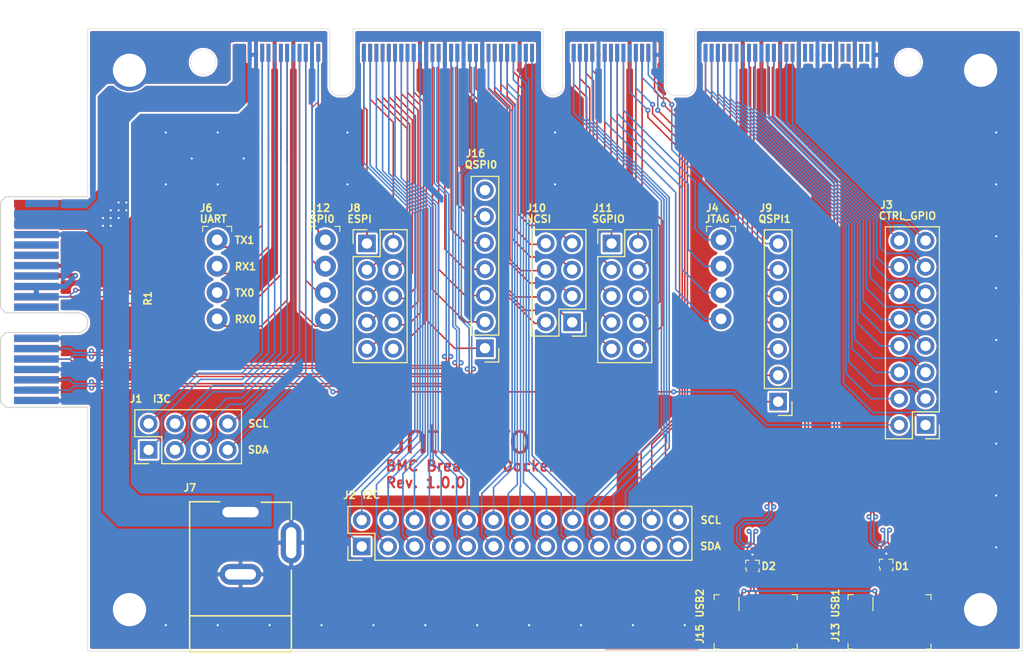
<source format=kicad_pcb>
(kicad_pcb (version 20171130) (host pcbnew 5.1.9+dfsg1-1~bpo10+1)
  (layers (0 F.Cu signal) (31 B.Cu signal) (34 B.Paste user) (35 F.Paste user hide) (36 B.SilkS user) (37 F.SilkS user) (38 B.Mask user) (39 F.Mask user) (44 Edge.Cuts user))
  (net 0 "")
  (net 1 GND)
  (net 2 VCC3V3)
  (net 3 JTAG_TDI)
  (net 4 JTAG_TDO)
  (net 5 JTAG_TCK)
  (net 6 JTAG_TMS)
  (net 7 I2C[5]_SDA)
  (net 8 I2C[5]_SCL)
  (net 9 I2C[3]_SCL)
  (net 10 I2C[7]_SCL)
  (net 11 I2C[3]_SDA)
  (net 12 I2C[1]_SCL)
  (net 13 I2C[1]_SDA)
  (net 14 I2C[7]_SDA)
  (net 15 I2C[2]_SDA)
  (net 16 I2C[2]_SCL)
  (net 17 I2C[4]_SDA)
  (net 18 I2C[6]_SCL)
  (net 19 I2C[6]_SDA)
  (net 20 I2C[4]_SCL)
  (net 21 I2C[0]_SCL)
  (net 22 I2C[0]_SDA)
  (net 23 UART1_SCM_RX)
  (net 24 I2C[11]_SCL)
  (net 25 UART0_SCM_TX)
  (net 26 I2C[11]_SDA)
  (net 27 I2C[9]_SCL)
  (net 28 I2C[9]_SDA)
  (net 29 UART0_SCM_RX)
  (net 30 UART1_SCM_TX)
  (net 31 I2C[10]_SDA)
  (net 32 I2C[10]_SCL)
  (net 33 I2C[12]_SDA)
  (net 34 I2C[12]_SCL)
  (net 35 I2C[8]_SCL)
  (net 36 I2C[8]_SDA)
  (net 37 I3C[2]_SCL)
  (net 38 I3C[0]_SDA)
  (net 39 I3C[0]_SCL)
  (net 40 I3C[2]_SDA)
  (net 41 I3C[1]_SDA)
  (net 42 I3C[1]_SCL)
  (net 43 I3C[3]_SDA)
  (net 44 I3C[3]_SCL)
  (net 45 SPI0_CS_N)
  (net 46 SPI0_CLK)
  (net 47 SPI0_MOSI)
  (net 48 SPI0_MISO)
  (net 49 P12V_AUX)
  (net 50 PRSNT0_N)
  (net 51 QSPI0_CLK)
  (net 52 QSPI0_CS0_N)
  (net 53 QSPI0_D0)
  (net 54 QSPI0_D1)
  (net 55 QSPI0_D2)
  (net 56 QSPI0_D3)
  (net 57 NCSI_CLK)
  (net 58 NCSI_CRS_DV)
  (net 59 NCSI_TXEN)
  (net 60 NCSI_TXD0)
  (net 61 NCSI_TXD1)
  (net 62 NCSI_RXER)
  (net 63 NCSI_RXD0)
  (net 64 NCSI_RXD1)
  (net 65 PECI_BMC)
  (net 66 PVCCIO_PECI)
  (net 67 SGPIO0_DO)
  (net 68 SGPIO0_CLK)
  (net 69 SGPIO0_DI)
  (net 70 SGPIO0_LD)
  (net 71 SGPIO1_DO)
  (net 72 RSVD2)
  (net 73 SGPIO1_DI)
  (net 74 SGPIO1_LD)
  (net 75 SGPIO_RESET_N)
  (net 76 SGPIO_INTR_N)
  (net 77 QSPI0_CS1_N)
  (net 78 QSPI1_CLK)
  (net 79 QSPI1_CS0_N)
  (net 80 QSPI1_D0)
  (net 81 QSPI1_D1)
  (net 82 QSPI1_D2)
  (net 83 QSPI1_D3)
  (net 84 VIRTUAL_RESEAT)
  (net 85 HPM_FW_RECOVERY)
  (net 86 HPM_STBY_RDY)
  (net 87 HPM_STBY_EN)
  (net 88 HPM_STBY_RST_N)
  (net 89 SYS_PWRBTN_N)
  (net 90 SYS_PWROK)
  (net 91 DBP_PREQ_N)
  (net 92 DBP_PRDY_N)
  (net 93 RST_PLTRST_BUF_N)
  (net 94 SPARE1)
  (net 95 RoT_CPU_RST_N)
  (net 96 CHASI#)
  (net 97 SPARE0)
  (net 98 IRQ_N)
  (net 99 PRSNT1_N)
  (net 100 3V0_BAT)
  (net 101 PCIE_HPM_TX[0]_P)
  (net 102 PCIE_HPM_TX[1]_P)
  (net 103 PCIE_HPM_TX[0]_N)
  (net 104 PCIE_HPM_TX[1]_N)
  (net 105 PCIE_HPM_TX[2]_P)
  (net 106 PCIE_HPM_TX[3]_P)
  (net 107 PCIE_HPM_TX[2]_N)
  (net 108 PCIE_HPM_TX[3]_N)
  (net 109 PCIE_HPM_CLK_P)
  (net 110 PCIE_HPM_CLK_N)
  (net 111 PCIE_HPM_RX[0]_P)
  (net 112 PCIE_HPM_RX[0]_N)
  (net 113 PCIE_HPM_RX[1]_P)
  (net 114 PCIE_HPM_RX[1]_N)
  (net 115 PCIE_HPM_RX[2]_P)
  (net 116 PCIE_HPM_RX[2]_N)
  (net 117 PCIE_HPM_RX[3]_P)
  (net 118 PCIE_HPM_RX[3]_N)
  (net 119 PCIE_BMC_TX_N)
  (net 120 PCIE_BMC_TX_P)
  (net 121 PCIE_BMC_CLK_100_P)
  (net 122 PCIE_BMC_CLK_100_N)
  (net 123 PCIE_BMC_RX_P)
  (net 124 PCIE_BMC_RX_N)
  (net 125 USB2_D_P)
  (net 126 USB2_D_N)
  (net 127 USB1_D_P)
  (net 128 USB1_D_N)
  (net 129 VBUS)
  (net 130 ESPI_CS1_N_1V8)
  (net 131 ESPI_IO3_1V8)
  (net 132 ESPI_IO2_1V8)
  (net 133 ESPI_IO1_1V8)
  (net 134 ESPI_IO0_1V8)
  (net 135 ESPI_RESET_N_1V8)
  (net 136 ESPI_ALERT_N_1V8)
  (net 137 ESPI_CS0_N_1V8)
  (net 138 ESPI_CLK_1V8)
  (net 139 "Net-(J13-Pad4)")
  (net 140 "Net-(J14-PadB5)")
  (net 141 "Net-(J14-PadB6)")
  (net 142 "Net-(J14-PadB9)")
  (net 143 "Net-(J14-PadB10)")
  (net 144 "Net-(J14-PadB11)")
  (net 145 "Net-(J14-PadB17)")
  (net 146 "Net-(J14-PadB12)")
  (net 147 "Net-(J14-PadA1)")
  (net 148 "Net-(J14-PadA5)")
  (net 149 "Net-(J14-PadA6)")
  (net 150 "Net-(J14-PadA7)")
  (net 151 "Net-(J14-PadA8)")
  (net 152 "Net-(J14-PadA11)")
  (net 153 "Net-(J15-Pad4)")
  (net 154 "Net-(J8-Pad10)")
  (net 155 "Net-(J16-Pad7)")
  (module antmicro-footprints:antmicro-logo_scaled_20mm (layer F.Cu) (at 92.6 102.665)
    (fp_text reference N1 hide)
    (fp_text value antmicro_logo hide)
    (fp_poly (pts (xy -7.152142 -3.365846) (xy -7.086986 -3.350911) (xy -7.085897 -3.350461) (xy -7.065403 -3.339768) (xy -7.020055 -3.314682) (xy -6.952258 -3.276586) (xy -6.864418 -3.226862) (xy -6.75894 -3.166895) (xy -6.63823 -3.098067) (xy -6.504694 -3.021762) (xy -6.360737 -2.939362) (xy -6.208764 -2.85225) (xy -6.051182 -2.76181) (xy -5.890395 -2.669425) (xy -5.72881 -2.576478) (xy -5.568831 -2.484352) (xy -5.412866 -2.39443) (xy -5.263318 -2.308096) (xy -5.122594 -2.226732) (xy -4.993099 -2.151721) (xy -4.877239 -2.084447) (xy -4.77742 -2.026293) (xy -4.696046 -1.978641) (xy -4.635524 -1.942876) (xy -4.598259 -1.920379) (xy -4.594001 -1.917716) (xy -4.527202 -1.862861) (xy -4.475891 -1.797261) (xy -4.433062 -1.724406) (xy -4.428815 -0.223306) (xy -4.428178 0.063912) (xy -4.427967 0.323067) (xy -4.428181 0.553768) (xy -4.428817 0.755625) (xy -4.42987 0.928247) (xy -4.431339 1.071242) (xy -4.433221 1.184219) (xy -4.435511 1.266788) (xy -4.438209 1.318558) (xy -4.440579 1.337256) (xy -4.447009 1.360965) (xy -4.453864 1.382589) (xy -4.462777 1.403216) (xy -4.475386 1.423937) (xy -4.493324 1.44584) (xy -4.518227 1.470014) (xy -4.55173 1.497548) (xy -4.595469 1.529532) (xy -4.651077 1.567053) (xy -4.720191 1.611202) (xy -4.804445 1.663068) (xy -4.905475 1.723738) (xy -5.024916 1.794304) (xy -5.164402 1.875853) (xy -5.32557 1.969474) (xy -5.510053 2.076257) (xy -5.719487 2.197291) (xy -5.812698 2.251142) (xy -7.078726 2.982603) (xy -7.196836 2.988672) (xy -7.314946 2.994742) (xy -7.779512 2.727563) (xy -8.06399 2.563979) (xy -8.322462 2.415352) (xy -8.556193 2.280884) (xy -8.76645 2.159777) (xy -8.954499 2.051231) (xy -9.121606 1.95445) (xy -9.269037 1.868634) (xy -9.398057 1.792986) (xy -9.509934 1.726708) (xy -9.605932 1.669) (xy -9.687318 1.619066) (xy -9.755358 1.576106) (xy -9.811318 1.539323) (xy -9.856465 1.507918) (xy -9.892063 1.481094) (xy -9.919379 1.458051) (xy -9.939678 1.437992) (xy -9.954228 1.420119) (xy -9.964294 1.403633) (xy -9.971142 1.387736) (xy -9.976039 1.37163) (xy -9.980249 1.354516) (xy -9.984579 1.33729) (xy -9.987595 1.309658) (xy -9.990205 1.250912) (xy -9.992407 1.161435) (xy -9.994198 1.041605) (xy -9.995575 0.891803) (xy -9.996534 0.71241) (xy -9.997074 0.503806) (xy -9.997191 0.266373) (xy -9.996882 0.000489) (xy -9.996434 -0.188976) (xy -9.023604 -0.188976) (xy -9.023583 0.015721) (xy -9.023402 0.191328) (xy -9.022884 0.340252) (xy -9.021851 0.464899) (xy -9.020127 0.567676) (xy -9.017535 0.650988) (xy -9.013897 0.717244) (xy -9.009036 0.768847) (xy -9.002775 0.808206) (xy -8.994937 0.837727) (xy -8.985345 0.859815) (xy -8.973822 0.876878) (xy -8.96019 0.891321) (xy -8.944273 0.905552) (xy -8.942957 0.9067) (xy -8.921858 0.921079) (xy -8.876461 0.949185) (xy -8.809732 0.989311) (xy -8.724637 1.03975) (xy -8.624142 1.098796) (xy -8.511213 1.16474) (xy -8.388816 1.235876) (xy -8.259917 1.310497) (xy -8.127481 1.386896) (xy -7.994476 1.463365) (xy -7.863866 1.538198) (xy -7.738618 1.609687) (xy -7.621698 1.676126) (xy -7.516071 1.735807) (xy -7.424704 1.787023) (xy -7.350563 1.828068) (xy -7.296613 1.857233) (xy -7.265821 1.872813) (xy -7.260992 1.874762) (xy -7.221946 1.885408) (xy -7.194652 1.886037) (xy -7.162305 1.875649) (xy -7.14312 1.867739) (xy -7.116888 1.854599) (xy -7.066974 1.827524) (xy -6.996363 1.788241) (xy -6.90804 1.738476) (xy -6.804989 1.679956) (xy -6.690196 1.614405) (xy -6.566644 1.543552) (xy -6.437318 1.469121) (xy -6.305202 1.392839) (xy -6.173282 1.316433) (xy -6.044541 1.241628) (xy -5.921965 1.170151) (xy -5.808537 1.103728) (xy -5.707243 1.044084) (xy -5.621067 0.992947) (xy -5.552994 0.952043) (xy -5.506007 0.923097) (xy -5.483093 0.907836) (xy -5.482211 0.907104) (xy -5.466109 0.892621) (xy -5.452307 0.878146) (xy -5.440627 0.861271) (xy -5.430893 0.839588) (xy -5.422927 0.810687) (xy -5.416552 0.772161) (xy -5.411591 0.721599) (xy -5.407867 0.656593) (xy -5.405202 0.574736) (xy -5.403419 0.473616) (xy -5.402341 0.350827) (xy -5.40179 0.203959) (xy -5.401591 0.030603) (xy -5.401564 -0.171649) (xy -5.401564 -0.188976) (xy -5.401567 -0.394575) (xy -5.401714 -0.571069) (xy -5.402215 -0.720849) (xy -5.40328 -0.846307) (xy -5.405117 -0.949834) (xy -5.407935 -1.033821) (xy -5.411945 -1.100659) (xy -5.417355 -1.15274) (xy -5.424375 -1.192454) (xy -5.433213 -1.222194) (xy -5.444079 -1.244349) (xy -5.457182 -1.261311) (xy -5.472732 -1.275472) (xy -5.490937 -1.289222) (xy -5.498318 -1.294633) (xy -5.521441 -1.309511) (xy -5.569272 -1.338536) (xy -5.639198 -1.380176) (xy -5.728611 -1.432902) (xy -5.834899 -1.495183) (xy -5.955453 -1.565489) (xy -6.087661 -1.642289) (xy -6.228913 -1.724053) (xy -6.347993 -1.792771) (xy -6.518144 -1.890701) (xy -6.663285 -1.973904) (xy -6.785597 -2.043541) (xy -6.887266 -2.100775) (xy -6.970474 -2.146768) (xy -7.037405 -2.182681) (xy -7.090242 -2.209676) (xy -7.131169 -2.228916) (xy -7.162369 -2.241563) (xy -7.186025 -2.248777) (xy -7.204322 -2.251721) (xy -7.210897 -2.251964) (xy -7.227359 -2.250476) (xy -7.248245 -2.24525) (xy -7.2757 -2.235139) (xy -7.311867 -2.219) (xy -7.35889 -2.195687) (xy -7.418914 -2.164055) (xy -7.494083 -2.122959) (xy -7.586539 -2.071255) (xy -7.698427 -2.007796) (xy -7.831891 -1.931439) (xy -7.989075 -1.841038) (xy -8.09911 -1.77759) (xy -8.247204 -1.692002) (xy -8.387704 -1.610535) (xy -8.518142 -1.534641) (xy -8.636045 -1.465769) (xy -8.738944 -1.40537) (xy -8.824368 -1.354893) (xy -8.889846 -1.315788) (xy -8.932906 -1.289507) (xy -8.950975 -1.277591) (xy -8.965476 -1.264574) (xy -8.977906 -1.250801) (xy -8.988424 -1.233879) (xy -8.997191 -1.211417) (xy -9.004365 -1.181024) (xy -9.010106 -1.140306) (xy -9.014574 -1.086871) (xy -9.017928 -1.018329) (xy -9.020329 -0.932287) (xy -9.021934 -0.826353) (xy -9.022905 -0.698135) (xy -9.023401 -0.545241) (xy -9.02358 -0.365279) (xy -9.023604 -0.188976) (xy -9.996434 -0.188976) (xy -9.996353 -0.223306) (xy -9.995674 -0.478474) (xy -9.995088 -0.704068) (xy -9.994472 -0.902011) (xy -9.993707 -1.074224) (xy -9.99267 -1.222629) (xy -9.991241 -1.349148) (xy -9.989297 -1.455702) (xy -9.986718 -1.544214) (xy -9.983383 -1.616605) (xy -9.97917 -1.674798) (xy -9.973957 -1.720713) (xy -9.967624 -1.756273) (xy -9.96005 -1.7834) (xy -9.951112 -1.804015) (xy -9.94069 -1.82004) (xy -9.928662 -1.833397) (xy -9.914908 -1.846008) (xy -9.899305 -1.859795) (xy -9.892684 -1.865914) (xy -9.872614 -1.879932) (xy -9.827232 -1.908462) (xy -9.758536 -1.950323) (xy -9.668524 -2.004337) (xy -9.559194 -2.069324) (xy -9.432544 -2.144105) (xy -9.290572 -2.2275) (xy -9.135275 -2.318331) (xy -8.968652 -2.415418) (xy -8.7927 -2.517581) (xy -8.609418 -2.623642) (xy -8.589859 -2.634939) (xy -8.376201 -2.758306) (xy -8.18804 -2.866861) (xy -8.02361 -2.961561) (xy -7.881143 -3.043361) (xy -7.758872 -3.113218) (xy -7.65503 -3.172089) (xy -7.56785 -3.220929) (xy -7.495565 -3.260694) (xy -7.436408 -3.292341) (xy -7.38861 -3.316826) (xy -7.350406 -3.335104) (xy -7.320028 -3.348133) (xy -7.295708 -3.356869) (xy -7.275681 -3.362267) (xy -7.258177 -3.365284) (xy -7.241431 -3.366875) (xy -7.23652 -3.367203) (xy -7.152142 -3.365846)) (layer F.Cu) (width 0.00186))
    (fp_poly (pts (xy -2.762249 -1.312167) (xy -2.66255 -1.293503) (xy -2.549392 -1.25881) (xy -2.458084 -1.215755) (xy -2.379163 -1.159346) (xy -2.340359 -1.123556) (xy -2.283133 -1.052088) (xy -2.231753 -0.960588) (xy -2.191937 -0.860517) (xy -2.17355 -0.789119) (xy -2.1699 -0.753668) (xy -2.166624 -0.689343) (xy -2.163769 -0.598767) (xy -2.161387 -0.484561) (xy -2.159525 -0.349347) (xy -2.158235 -0.195746) (xy -2.157564 -0.026379) (xy -2.157476 0.064404) (xy -2.157476 0.83317) (xy -2.231284 0.865819) (xy -2.363439 0.913297) (xy -2.516531 0.94998) (xy -2.681516 0.974719) (xy -2.84935 0.986367) (xy -3.010988 0.983776) (xy -3.096245 0.975571) (xy -3.263289 0.94229) (xy -3.406069 0.889385) (xy -3.524297 0.817171) (xy -3.617686 0.725962) (xy -3.685949 0.61607) (xy -3.728798 0.487809) (xy -3.745946 0.341493) (xy -3.745116 0.268039) (xy -3.743109 0.254154) (xy -3.382296 0.254154) (xy -3.379368 0.384438) (xy -3.351055 0.49704) (xy -3.297965 0.591021) (xy -3.220703 0.665443) (xy -3.119873 0.719368) (xy -3.071639 0.735398) (xy -3.010019 0.745934) (xy -2.927498 0.75073) (xy -2.834071 0.750162) (xy -2.739734 0.744607) (xy -2.654483 0.734439) (xy -2.588312 0.720036) (xy -2.578735 0.716856) (xy -2.503932 0.689951) (xy -2.503932 -0.301478) (xy -2.594483 -0.290553) (xy -2.652273 -0.281462) (xy -2.72709 -0.266795) (xy -2.805569 -0.249235) (xy -2.830244 -0.2432) (xy -2.991685 -0.193566) (xy -3.124252 -0.13258) (xy -3.228703 -0.059559) (xy -3.305799 0.026184) (xy -3.356299 0.125331) (xy -3.380963 0.238569) (xy -3.382296 0.254154) (xy -3.743109 0.254154) (xy -3.724612 0.126169) (xy -3.677067 0.000045) (xy -3.601887 -0.111692) (xy -3.558984 -0.157543) (xy -3.464184 -0.232868) (xy -3.3423 -0.302193) (xy -3.197421 -0.364005) (xy -3.033639 -0.416787) (xy -2.855043 -0.459023) (xy -2.665725 -0.489199) (xy -2.662896 -0.489544) (xy -2.499634 -0.50933) (xy -2.509073 -0.643074) (xy -2.527337 -0.769203) (xy -2.563566 -0.870412) (xy -2.619397 -0.948715) (xy -2.696465 -1.006126) (xy -2.796408 -1.044659) (xy -2.844245 -1.055443) (xy -2.974469 -1.066784) (xy -3.119212 -1.055936) (xy -3.2717 -1.023916) (xy -3.425161 -0.971742) (xy -3.438671 -0.966142) (xy -3.487101 -0.94693) (xy -3.522581 -0.935054) (xy -3.53668 -0.933011) (xy -3.544711 -0.949635) (xy -3.559824 -0.986705) (xy -3.57853 -1.034994) (xy -3.59734 -1.085278) (xy -3.612765 -1.128333) (xy -3.621316 -1.154935) (xy -3.62204 -1.158704) (xy -3.608855 -1.168984) (xy -3.574628 -1.18716) (xy -3.536157 -1.205067) (xy -3.394789 -1.256208) (xy -3.238038 -1.293367) (xy -3.07458 -1.315665) (xy -2.913092 -1.322225) (xy -2.762249 -1.312167)) (layer F.Cu) (width 0.00186))
    (fp_poly (pts (xy 6.480642 -1.319989) (xy 6.58434 -1.309941) (xy 6.642021 -1.29909) (xy 6.701468 -1.281974) (xy 6.765304 -1.258729) (xy 6.825268 -1.232959) (xy 6.873099 -1.208268) (xy 6.900536 -1.18826) (xy 6.902731 -1.185337) (xy 6.901034 -1.165755) (xy 6.889691 -1.127281) (xy 6.872257 -1.078963) (xy 6.852289 -1.029849) (xy 6.833344 -0.988985) (xy 6.818977 -0.965419) (xy 6.815277 -0.96286) (xy 6.79584 -0.968533) (xy 6.757145 -0.984054) (xy 6.717966 -1.001363) (xy 6.597556 -1.043183) (xy 6.478303 -1.059436) (xy 6.365741 -1.049949) (xy 6.267082 -1.015425) (xy 6.184633 -0.956435) (xy 6.109079 -0.869907) (xy 6.042796 -0.759473) (xy 5.988158 -0.628763) (xy 5.964987 -0.55344) (xy 5.9467 -0.460621) (xy 5.934948 -0.346326) (xy 5.929731 -0.219894) (xy 5.931048 -0.090658) (xy 5.938899 0.032043) (xy 5.953283 0.138876) (xy 5.965029 0.191403) (xy 6.018441 0.347854) (xy 6.085682 0.476208) (xy 6.166949 0.57676) (xy 6.262433 0.649803) (xy 6.269842 0.653997) (xy 6.318046 0.678461) (xy 6.360476 0.692533) (xy 6.40936 0.698899) (xy 6.476928 0.700247) (xy 6.480302 0.700234) (xy 6.551196 0.697119) (xy 6.613423 0.686543) (xy 6.676539 0.665628) (xy 6.750104 0.631498) (xy 6.805132 0.602451) (xy 6.811994 0.606864) (xy 6.823881 0.627522) (xy 6.842273 0.667671) (xy 6.868648 0.730555) (xy 6.904485 0.819421) (xy 6.907856 0.827878) (xy 6.898997 0.84482) (xy 6.866949 0.868588) (xy 6.818267 0.89564) (xy 6.759502 0.922438) (xy 6.697208 0.945441) (xy 6.680962 0.950446) (xy 6.596243 0.968476) (xy 6.494197 0.980035) (xy 6.38837 0.984337) (xy 6.292302 0.980592) (xy 6.251956 0.975421) (xy 6.192955 0.960449) (xy 6.121933 0.935569) (xy 6.055106 0.906553) (xy 5.924393 0.825216) (xy 5.811546 0.718355) (xy 5.717058 0.586718) (xy 5.64142 0.431051) (xy 5.585125 0.252101) (xy 5.566382 0.164966) (xy 5.55271 0.061836) (xy 5.545515 -0.060348) (xy 5.544535 -0.192732) (xy 5.549505 -0.326459) (xy 5.560163 -0.452674) (xy 5.576246 -0.562522) (xy 5.589781 -0.622034) (xy 5.650979 -0.796354) (xy 5.73177 -0.948264) (xy 5.831148 -1.076626) (xy 5.948105 -1.180303) (xy 6.081634 -1.258159) (xy 6.187885 -1.297708) (xy 6.270746 -1.313837) (xy 6.372221 -1.321276) (xy 6.480642 -1.319989)) (layer F.Cu) (width 0.00186))
    (fp_poly (pts (xy 9.2785 -1.312066) (xy 9.419271 -1.280013) (xy 9.543888 -1.224868) (xy 9.656461 -1.145058) (xy 9.708553 -1.096387) (xy 9.8083 -0.974431) (xy 9.887318 -0.830972) (xy 9.945961 -0.6651) (xy 9.984585 -0.475905) (xy 9.998095 -0.353364) (xy 10.005731 -0.13312) (xy 9.992844 0.072824) (xy 9.960106 0.262524) (xy 9.908183 0.434035) (xy 9.837744 0.585411) (xy 9.749459 0.714707) (xy 9.643995 0.819978) (xy 9.578549 0.867161) (xy 9.475336 0.918408) (xy 9.352499 0.956601) (xy 9.219808 0.980004) (xy 9.087028 0.986884) (xy 8.966072 0.975896) (xy 8.810713 0.933331) (xy 8.673021 0.864959) (xy 8.55358 0.771436) (xy 8.45297 0.653416) (xy 8.371776 0.511552) (xy 8.310581 0.346499) (xy 8.277228 0.202757) (xy 8.249196 -0.010531) (xy 8.243315 -0.181843) (xy 8.619775 -0.181843) (xy 8.626639 -0.006059) (xy 8.647674 0.163017) (xy 8.682896 0.318411) (xy 8.730663 0.449537) (xy 8.792305 0.552891) (xy 8.870412 0.633717) (xy 8.961038 0.690398) (xy 9.060232 0.721318) (xy 9.164048 0.724859) (xy 9.268537 0.699405) (xy 9.303274 0.683979) (xy 9.391728 0.625796) (xy 9.465071 0.546116) (xy 9.524047 0.443338) (xy 9.569396 0.315865) (xy 9.601861 0.162097) (xy 9.620669 0) (xy 9.628833 -0.197594) (xy 9.620784 -0.38162) (xy 9.597156 -0.549325) (xy 9.558579 -0.697956) (xy 9.505687 -0.824761) (xy 9.439111 -0.926986) (xy 9.397763 -0.970932) (xy 9.30783 -1.034591) (xy 9.210287 -1.070154) (xy 9.109492 -1.078662) (xy 9.009802 -1.061154) (xy 8.915575 -1.018669) (xy 8.831168 -0.952247) (xy 8.760939 -0.862927) (xy 8.733695 -0.812545) (xy 8.684043 -0.679686) (xy 8.648494 -0.525632) (xy 8.627066 -0.357359) (xy 8.619775 -0.181843) (xy 8.243315 -0.181843) (xy 8.242077 -0.217887) (xy 8.255237 -0.416019) (xy 8.288043 -0.601636) (xy 8.339862 -0.771445) (xy 8.41006 -0.922155) (xy 8.498004 -1.050475) (xy 8.524035 -1.080128) (xy 8.63728 -1.181032) (xy 8.765238 -1.254668) (xy 8.908825 -1.301412) (xy 9.068958 -1.321638) (xy 9.117464 -1.322599) (xy 9.2785 -1.312066)) (layer F.Cu) (width 0.00186))
    (fp_poly (pts (xy 0.795755 -1.890556) (xy 0.79863 -1.848884) (xy 0.80093 -1.785265) (xy 0.802488 -1.704473) (xy 0.803139 -1.611284) (xy 0.803148 -1.598422) (xy 0.803148 -1.291336) (xy 1.1811 -1.291336) (xy 1.1811 -1.039368) (xy 0.803148 -1.039368) (xy 0.803148 0.498982) (xy 0.838973 0.566729) (xy 0.885039 0.631264) (xy 0.944279 0.671205) (xy 1.021404 0.688928) (xy 1.082708 0.68969) (xy 1.181166 0.685038) (xy 1.181133 0.806155) (xy 1.178348 0.880811) (xy 1.17014 0.92607) (xy 1.161415 0.939626) (xy 1.138007 0.945325) (xy 1.090929 0.950669) (xy 1.028005 0.954906) (xy 0.98425 0.956653) (xy 0.897887 0.957443) (xy 0.832757 0.953166) (xy 0.778855 0.942783) (xy 0.743384 0.931661) (xy 0.647529 0.886432) (xy 0.57123 0.823573) (xy 0.508105 0.737316) (xy 0.488188 0.701009) (xy 0.43307 0.593781) (xy 0.428593 -0.222794) (xy 0.424117 -1.039368) (xy 0.173228 -1.039368) (xy 0.173228 -1.291336) (xy 0.425196 -1.291336) (xy 0.425196 -1.794188) (xy 0.603495 -1.849848) (xy 0.673943 -1.871574) (xy 0.733143 -1.889331) (xy 0.774786 -1.901261) (xy 0.792471 -1.905508) (xy 0.795755 -1.890556)) (layer F.Cu) (width 0.00186))
    (fp_poly (pts (xy -0.819904 -1.314167) (xy -0.736102 -1.311976) (xy -0.671677 -1.307691) (xy -0.620578 -1.300843) (xy -0.576756 -1.29096) (xy -0.559727 -1.285995) (xy -0.416939 -1.23134) (xy -0.301586 -1.163455) (xy -0.211999 -1.081149) (xy -0.153086 -0.995726) (xy -0.134276 -0.960359) (xy -0.118283 -0.926977) (xy -0.104879 -0.892787) (xy -0.093836 -0.854996) (xy -0.084925 -0.810811) (xy -0.077918 -0.757442) (xy -0.072587 -0.692094) (xy -0.068703 -0.611975) (xy -0.066037 -0.514293) (xy -0.064362 -0.396256) (xy -0.063448 -0.25507) (xy -0.063068 -0.087944) (xy -0.062992 0.105671) (xy -0.062992 0.94488) (xy -0.440944 0.94488) (xy -0.440944 0.113094) (xy -0.441024 -0.082694) (xy -0.441426 -0.249628) (xy -0.442397 -0.390347) (xy -0.444181 -0.507492) (xy -0.447024 -0.603705) (xy -0.451171 -0.681626) (xy -0.456866 -0.743896) (xy -0.464356 -0.793155) (xy -0.473884 -0.832045) (xy -0.485698 -0.863206) (xy -0.500041 -0.889279) (xy -0.517159 -0.912904) (xy -0.537298 -0.936724) (xy -0.538554 -0.938156) (xy -0.603691 -0.996935) (xy -0.683121 -1.038201) (xy -0.783528 -1.065101) (xy -0.821079 -1.071174) (xy -0.92666 -1.077955) (xy -1.043513 -1.072214) (xy -1.157052 -1.055272) (xy -1.239803 -1.033145) (xy -1.29921 -1.01258) (xy -1.303266 -0.03385) (xy -1.307322 0.94488) (xy -1.685036 0.94488) (xy -1.685036 -1.177123) (xy -1.539367 -1.224908) (xy -1.439126 -1.25659) (xy -1.353944 -1.279913) (xy -1.275379 -1.296119) (xy -1.194992 -1.306451) (xy -1.104341 -1.312151) (xy -0.994986 -1.314461) (xy -0.929132 -1.314735) (xy -0.819904 -1.314167)) (layer F.Cu) (width 0.00186))
    (fp_poly (pts (xy 3.757209 -1.311066) (xy 3.91088 -1.277588) (xy 4.043095 -1.222181) (xy 4.153265 -1.145137) (xy 4.240801 -1.046747) (xy 4.282829 -0.976376) (xy 4.299474 -0.942443) (xy 4.313617 -0.909633) (xy 4.325461 -0.875159) (xy 4.33521 -0.836235) (xy 4.343065 -0.790076) (xy 4.349232 -0.733894) (xy 4.353914 -0.664903) (xy 4.357313 -0.580319) (xy 4.359633 -0.477354) (xy 4.361078 -0.353222) (xy 4.36185 -0.205138) (xy 4.362153 -0.030314) (xy 4.362196 0.111011) (xy 4.362196 0.94488) (xy 3.985262 0.94488) (xy 3.980816 0.074803) (xy 3.97637 -0.795274) (xy 3.930412 -0.878223) (xy 3.867906 -0.960698) (xy 3.786589 -1.021784) (xy 3.691109 -1.06111) (xy 3.586111 -1.078306) (xy 3.476242 -1.073001) (xy 3.36615 -1.044823) (xy 3.26048 -0.993402) (xy 3.185033 -0.937719) (xy 3.118104 -0.879434) (xy 3.118104 0.94488) (xy 2.740152 0.94488) (xy 2.740152 0.092378) (xy 2.739876 -0.121519) (xy 2.739034 -0.304953) (xy 2.737607 -0.458951) (xy 2.735573 -0.584541) (xy 2.732913 -0.682749) (xy 2.729606 -0.754605) (xy 2.725633 -0.801136) (xy 2.722177 -0.82012) (xy 2.679945 -0.909237) (xy 2.613117 -0.980546) (xy 2.523646 -1.03318) (xy 2.413489 -1.066271) (xy 2.2846 -1.078953) (xy 2.154025 -1.072179) (xy 2.082817 -1.063523) (xy 2.031721 -1.055313) (xy 1.989488 -1.045082) (xy 1.94487 -1.03036) (xy 1.917319 -1.020233) (xy 1.874012 -1.004051) (xy 1.874012 0.94488) (xy 1.511808 0.94488) (xy 1.511808 -1.179621) (xy 1.66183 -1.227678) (xy 1.830788 -1.275419) (xy 1.988628 -1.305225) (xy 2.148725 -1.318962) (xy 2.314956 -1.318834) (xy 2.448348 -1.310972) (xy 2.557653 -1.296023) (xy 2.649872 -1.271947) (xy 2.732008 -1.236698) (xy 2.811063 -1.188233) (xy 2.843587 -1.16454) (xy 2.947015 -1.086256) (xy 3.012874 -1.139691) (xy 3.140383 -1.223949) (xy 3.283556 -1.282108) (xy 3.443665 -1.314575) (xy 3.58267 -1.322326) (xy 3.757209 -1.311066)) (layer F.Cu) (width 0.00186))
    (fp_poly (pts (xy 5.212588 0.94488) (xy 4.834636 0.94488) (xy 4.834636 -1.291336) (xy 5.212588 -1.291336) (xy 5.212588 0.94488)) (layer F.Cu) (width 0.00186))
    (fp_poly (pts (xy 8.164969 -1.320362) (xy 8.193264 -1.316383) (xy 8.204251 -1.309812) (xy 8.204708 -1.30763) (xy 8.200245 -1.284505) (xy 8.18833 -1.239539) (xy 8.171173 -1.180869) (xy 8.163348 -1.155417) (xy 8.142216 -1.091022) (xy 8.126092 -1.052117) (xy 8.112163 -1.033685) (xy 8.097618 -1.030706) (xy 8.094006 -1.031642) (xy 7.996101 -1.052528) (xy 7.886769 -1.059408) (xy 7.778397 -1.05246) (xy 7.683375 -1.031863) (xy 7.665339 -1.025458) (xy 7.622032 -1.008652) (xy 7.622032 0.94488) (xy 7.24408 0.94488) (xy 7.24408 -1.177905) (xy 7.358253 -1.218816) (xy 7.457469 -1.252148) (xy 7.548226 -1.276925) (xy 7.639168 -1.294621) (xy 7.738939 -1.306711) (xy 7.856184 -1.314667) (xy 7.940929 -1.318153) (xy 8.042332 -1.321106) (xy 8.115835 -1.32189) (xy 8.164969 -1.320362)) (layer F.Cu) (width 0.00186))
    (fp_poly (pts (xy -7.127785 -1.479949) (xy -7.113653 -1.474378) (xy -7.041334 -1.427439) (xy -6.988592 -1.360576) (xy -6.959053 -1.280878) (xy -6.956345 -1.195432) (xy -6.960184 -1.174445) (xy -6.991456 -1.093769) (xy -7.04554 -1.033284) (xy -7.100091 -1.000015) (xy -7.16534 -0.968536) (xy -7.16534 -0.598424) (xy -6.890491 -0.598424) (xy -6.777311 -0.710848) (xy -6.664131 -0.823273) (xy -6.672493 -0.90429) (xy -6.67259 -0.905992) (xy -6.565627 -0.905992) (xy -6.548018 -0.86929) (xy -6.511338 -0.852186) (xy -6.466981 -0.855829) (xy -6.434183 -0.875139) (xy -6.411682 -0.912045) (xy -6.419579 -0.949852) (xy -6.440932 -0.976376) (xy -6.470892 -1.001792) (xy -6.495715 -1.00433) (xy -6.529462 -0.98507) (xy -6.531916 -0.983357) (xy -6.559759 -0.948463) (xy -6.565627 -0.905992) (xy -6.67259 -0.905992) (xy -6.675458 -0.956199) (xy -6.6685 -0.99141) (xy -6.647962 -1.024089) (xy -6.638621 -1.035499) (xy -6.581396 -1.083887) (xy -6.518437 -1.105998) (xy -6.455063 -1.104735) (xy -6.396589 -1.083004) (xy -6.348333 -1.043711) (xy -6.315611 -0.98976) (xy -6.30374 -0.924056) (xy -6.314843 -0.858586) (xy -6.350331 -0.796578) (xy -6.407278 -0.756656) (xy -6.483198 -0.740443) (xy -6.496062 -0.740156) (xy -6.528949 -0.739014) (xy -6.556278 -0.733125) (xy -6.584165 -0.718793) (xy -6.61873 -0.692323) (xy -6.66609 -0.650017) (xy -6.704607 -0.614172) (xy -6.839262 -0.488188) (xy -7.16534 -0.488188) (xy -7.16534 -0.23622) (xy -6.567725 -0.23622) (xy -6.544392 -0.281341) (xy -6.501772 -0.332689) (xy -6.44298 -0.363427) (xy -6.376494 -0.372554) (xy -6.310786 -0.35907) (xy -6.254332 -0.321976) (xy -6.248863 -0.316203) (xy -6.208157 -0.252439) (xy -6.194616 -0.187396) (xy -6.204452 -0.125609) (xy -6.233878 -0.071615) (xy -6.279104 -0.029951) (xy -6.336342 -0.005153) (xy -6.401804 -0.001758) (xy -6.471701 -0.024301) (xy -6.48592 -0.032346) (xy -6.522365 -0.060855) (xy -6.544934 -0.090141) (xy -6.546812 -0.095279) (xy -6.551182 -0.105869) (xy -6.560781 -0.1137) (xy -6.579835 -0.119186) (xy -6.612572 -0.122743) (xy -6.663222 -0.124785) (xy -6.73601 -0.125725) (xy -6.835165 -0.125979) (xy -6.860091 -0.125984) (xy -7.16534 -0.125984) (xy -7.16534 0.110236) (xy -6.841811 0.110236) (xy -6.58031 0.373102) (xy -6.506684 0.366776) (xy -6.427754 0.372277) (xy -6.366407 0.40293) (xy -6.324611 0.457519) (xy -6.313741 0.486008) (xy -6.303081 0.561329) (xy -6.321162 0.626394) (xy -6.360629 0.678024) (xy -6.421632 0.720694) (xy -6.486446 0.736176) (xy -6.549425 0.727327) (xy -6.604927 0.697001) (xy -6.647305 0.648054) (xy -6.670915 0.583341) (xy -6.671949 0.536062) (xy -6.56392 0.536062) (xy -6.558793 0.575239) (xy -6.543726 0.597947) (xy -6.50789 0.625572) (xy -6.473343 0.623295) (xy -6.440932 0.598424) (xy -6.413594 0.560002) (xy -6.41616 0.5256) (xy -6.439633 0.497237) (xy -6.479461 0.476719) (xy -6.517772 0.480531) (xy -6.548086 0.502402) (xy -6.56392 0.536062) (xy -6.671949 0.536062) (xy -6.672293 0.520357) (xy -6.663483 0.445965) (xy -6.890491 0.220472) (xy -7.16534 0.220472) (xy -7.16534 0.59364) (xy -7.10041 0.62292) (xy -7.032255 0.668992) (xy -6.985252 0.732023) (xy -6.959578 0.805668) (xy -6.955407 0.883578) (xy -6.972916 0.959408) (xy -7.01228 1.026812) (xy -7.073675 1.079441) (xy -7.08756 1.087101) (xy -7.17002 1.112908) (xy -7.257848 1.112912) (xy -7.3394 1.087149) (xy -7.340965 1.08633) (xy -7.405537 1.036303) (xy -7.447971 0.970488) (xy -7.468491 0.895275) (xy -7.467938 0.858266) (xy -7.360615 0.858266) (xy -7.354224 0.90511) (xy -7.33018 0.942985) (xy -7.309973 0.962623) (xy -7.251717 0.999758) (xy -7.194358 1.005474) (xy -7.13658 0.979772) (xy -7.115195 0.962623) (xy -7.079953 0.923675) (xy -7.06591 0.883063) (xy -7.064553 0.858266) (xy -7.078726 0.801047) (xy -7.115633 0.751472) (xy -7.166854 0.71805) (xy -7.212584 0.70866) (xy -7.2692 0.722984) (xy -7.318253 0.760283) (xy -7.351324 0.812049) (xy -7.360615 0.858266) (xy -7.467938 0.858266) (xy -7.467321 0.817057) (xy -7.444683 0.742225) (xy -7.400801 0.677171) (xy -7.3359 0.628286) (xy -7.324758 0.62292) (xy -7.259828 0.59364) (xy -7.259828 0.220472) (xy -7.534677 0.220472) (xy -7.761686 0.445965) (xy -7.752875 0.520357) (xy -7.756832 0.59589) (xy -7.784197 0.658004) (xy -7.829325 0.703845) (xy -7.886571 0.730556) (xy -7.95029 0.735282) (xy -8.014838 0.715168) (xy -8.064539 0.678024) (xy -8.108324 0.617689) (xy -8.122296 0.551493) (xy -8.119077 0.532097) (xy -8.011726 0.532097) (xy -8.008721 0.566768) (xy -7.984236 0.598424) (xy -7.945895 0.62574) (xy -7.911521 0.623165) (xy -7.882448 0.599058) (xy -7.862722 0.55855) (xy -7.86791 0.517439) (xy -7.895163 0.486507) (xy -7.914244 0.478687) (xy -7.960697 0.48096) (xy -7.984871 0.496636) (xy -8.011726 0.532097) (xy -8.119077 0.532097) (xy -8.111427 0.486008) (xy -8.078066 0.422117) (xy -8.024361 0.381672) (xy -7.95228 0.36589) (xy -7.918484 0.366776) (xy -7.844858 0.373102) (xy -7.583357 0.110236) (xy -7.259828 0.110236) (xy -7.259828 -0.125984) (xy -7.565853 -0.125984) (xy -7.671205 -0.125849) (xy -7.749326 -0.125153) (xy -7.804478 -0.123455) (xy -7.840927 -0.120318) (xy -7.862936 -0.1153) (xy -7.874769 -0.107965) (xy -7.880689 -0.097871) (xy -7.882219 -0.093402) (xy -7.907619 -0.057137) (xy -7.953274 -0.025395) (xy -8.008002 -0.004625) (xy -8.044073 -0.000059) (xy -8.116785 -0.013225) (xy -8.173607 -0.04891) (xy -8.212032 -0.10112) (xy -8.229554 -0.163863) (xy -8.227678 -0.185307) (xy -8.12379 -0.185307) (xy -8.119229 -0.162574) (xy -8.10332 -0.142808) (xy -8.062095 -0.11435) (xy -8.020016 -0.116341) (xy -7.993235 -0.134983) (xy -7.970569 -0.175581) (xy -7.975398 -0.201916) (xy -6.454334 -0.201916) (xy -6.44837 -0.157748) (xy -6.431933 -0.134983) (xy -6.391565 -0.112325) (xy -6.349319 -0.120309) (xy -6.321848 -0.142808) (xy -6.302666 -0.168912) (xy -6.303567 -0.192647) (xy -6.315997 -0.217611) (xy -6.349323 -0.25395) (xy -6.389391 -0.264218) (xy -6.428175 -0.24659) (xy -6.431095 -0.243807) (xy -6.454334 -0.201916) (xy -7.975398 -0.201916) (xy -7.978321 -0.217857) (xy -7.998812 -0.243034) (xy -8.039326 -0.264121) (xy -8.077656 -0.254452) (xy -8.109156 -0.2175) (xy -8.12379 -0.185307) (xy -8.227678 -0.185307) (xy -8.223667 -0.231147) (xy -8.191863 -0.296978) (xy -8.176305 -0.316203) (xy -8.120062 -0.357438) (xy -8.054435 -0.373301) (xy -7.987407 -0.364696) (xy -7.926965 -0.332524) (xy -7.884229 -0.28321) (xy -7.856471 -0.23622) (xy -7.259828 -0.23622) (xy -7.259828 -0.488188) (xy -7.585906 -0.488188) (xy -7.720561 -0.614172) (xy -7.778689 -0.668015) (xy -7.820214 -0.703817) (xy -7.851345 -0.725255) (xy -7.878292 -0.736005) (xy -7.907263 -0.739743) (xy -7.93335 -0.740156) (xy -8.010766 -0.751447) (xy -8.067407 -0.786045) (xy -8.104819 -0.845036) (xy -8.111906 -0.865558) (xy -8.118756 -0.922383) (xy -8.015732 -0.922383) (xy -8.002187 -0.886451) (xy -7.968966 -0.861376) (xy -7.927192 -0.851422) (xy -7.887985 -0.860847) (xy -7.87715 -0.86929) (xy -7.859479 -0.906453) (xy -7.865599 -0.948912) (xy -7.893252 -0.983357) (xy -7.923415 -1.001616) (xy -7.940496 -1.007872) (xy -7.963321 -0.996066) (xy -7.990396 -0.968803) (xy -8.010957 -0.938312) (xy -8.015732 -0.922383) (xy -8.118756 -0.922383) (xy -8.120816 -0.939467) (xy -8.10442 -1.003434) (xy -8.068092 -1.054652) (xy -8.017201 -1.090317) (xy -7.957121 -1.107623) (xy -7.893223 -1.103763) (xy -7.830878 -1.075932) (xy -7.786547 -1.035499) (xy -7.761229 -1.00082) (xy -7.750587 -0.967854) (xy -7.750964 -0.922433) (xy -7.752675 -0.90429) (xy -7.761037 -0.823273) (xy -7.647857 -0.710848) (xy -7.534677 -0.598424) (xy -7.259828 -0.598424) (xy -7.259828 -0.970315) (xy -7.322442 -0.99794) (xy -7.395741 -1.04537) (xy -7.445334 -1.113206) (xy -7.464531 -1.165275) (xy -7.471961 -1.239285) (xy -7.364257 -1.239285) (xy -7.358329 -1.203166) (xy -7.346979 -1.176582) (xy -7.306645 -1.122264) (xy -7.253026 -1.092713) (xy -7.193084 -1.089713) (xy -7.133785 -1.115049) (xy -7.126918 -1.120176) (xy -7.080457 -1.170315) (xy -7.064676 -1.22476) (xy -7.077166 -1.282157) (xy -7.115359 -1.341118) (xy -7.165775 -1.374847) (xy -7.221937 -1.383454) (xy -7.277364 -1.367051) (xy -7.325578 -1.325747) (xy -7.353549 -1.27744) (xy -7.364257 -1.239285) (xy -7.471961 -1.239285) (xy -7.473022 -1.249858) (xy -7.454992 -1.327975) (xy -7.415034 -1.395579) (xy -7.35774 -1.448625) (xy -7.287706 -1.483067) (xy -7.209523 -1.494857) (xy -7.127785 -1.479949)) (layer F.Cu) (width 0.00186))
  )
  (module antmicro-footprints:ME1016813401101 (layer F.Cu) (at 104.885 65.175)
    (fp_text reference J5 hide)
    (fp_text value ME1016813401101)
    (pad M thru_hole circle (at 34.265 0.720001) (size 2.4 2.4) (drill 2.4) (layers *.Cu *.Mask))
    (pad M thru_hole circle (at -33.685 0.720001) (size 2.4 2.4) (drill 2.4) (layers *.Cu *.Mask))
    (pad B62 smd rect (at 26.1 -0.2) (size 0.38 1.72) (layers F.Cu F.Mask) (net 102 PCIE_HPM_TX[1]_P))
    (pad B56 smd rect (at 22.5 -0.2) (size 0.38 1.72) (layers F.Cu F.Mask) (net 109 PCIE_HPM_CLK_P))
    (pad A70 smd rect (at 30.9 0) (size 0.38 2.12) (layers B.Cu B.Mask) (net 1 GND))
    (pad A69 smd rect (at 30.3 -0.2) (size 0.38 1.72) (layers B.Cu B.Mask) (net 118 PCIE_HPM_RX[3]_N))
    (pad A68 smd rect (at 29.7 -0.2) (size 0.38 1.72) (layers B.Cu B.Mask) (net 117 PCIE_HPM_RX[3]_P))
    (pad A67 smd rect (at 29.1 0) (size 0.38 2.12) (layers B.Cu B.Mask) (net 1 GND))
    (pad A66 smd rect (at 28.5 -0.2) (size 0.38 1.72) (layers B.Cu B.Mask) (net 116 PCIE_HPM_RX[2]_N))
    (pad A65 smd rect (at 27.9 -0.2) (size 0.38 1.72) (layers B.Cu B.Mask) (net 115 PCIE_HPM_RX[2]_P))
    (pad A64 smd rect (at 27.3 0) (size 0.38 2.12) (layers B.Cu B.Mask) (net 1 GND))
    (pad A63 smd rect (at 26.7 -0.2) (size 0.38 1.72) (layers B.Cu B.Mask) (net 114 PCIE_HPM_RX[1]_N))
    (pad A62 smd rect (at 26.1 -0.2) (size 0.38 1.72) (layers B.Cu B.Mask) (net 113 PCIE_HPM_RX[1]_P))
    (pad A61 smd rect (at 25.5 0) (size 0.38 2.12) (layers B.Cu B.Mask) (net 1 GND))
    (pad A60 smd rect (at 24.9 -0.2) (size 0.38 1.72) (layers B.Cu B.Mask) (net 112 PCIE_HPM_RX[0]_N))
    (pad A59 smd rect (at 24.3 -0.2) (size 0.38 1.72) (layers B.Cu B.Mask) (net 111 PCIE_HPM_RX[0]_P))
    (pad A58 smd rect (at 23.7 0) (size 0.38 2.12) (layers B.Cu B.Mask) (net 1 GND))
    (pad A57 smd rect (at 23.1 -0.2) (size 0.38 1.72) (layers B.Cu B.Mask) (net 99 PRSNT1_N))
    (pad A56 smd rect (at 22.5 -0.2) (size 0.38 1.72) (layers B.Cu B.Mask) (net 98 IRQ_N))
    (pad A55 smd rect (at 21.9 -0.2) (size 0.38 1.72) (layers B.Cu B.Mask) (net 97 SPARE0))
    (pad A54 smd rect (at 21.3 -0.2) (size 0.38 1.72) (layers B.Cu B.Mask) (net 96 CHASI#))
    (pad A53 smd rect (at 20.7 -0.2) (size 0.38 1.72) (layers B.Cu B.Mask) (net 95 RoT_CPU_RST_N))
    (pad A52 smd rect (at 20.1 -0.2) (size 0.38 1.72) (layers B.Cu B.Mask) (net 94 SPARE1))
    (pad A51 smd rect (at 19.5 -0.2) (size 0.38 1.72) (layers B.Cu B.Mask) (net 93 RST_PLTRST_BUF_N))
    (pad A50 smd rect (at 18.9 -0.2) (size 0.38 1.72) (layers B.Cu B.Mask) (net 92 DBP_PRDY_N))
    (pad A49 smd rect (at 18.3 -0.2) (size 0.38 1.72) (layers B.Cu B.Mask) (net 91 DBP_PREQ_N))
    (pad A48 smd rect (at 17.7 -0.2) (size 0.38 1.72) (layers B.Cu B.Mask) (net 90 SYS_PWROK))
    (pad A47 smd rect (at 17.1 -0.2) (size 0.38 1.72) (layers B.Cu B.Mask) (net 89 SYS_PWRBTN_N))
    (pad A46 smd rect (at 16.5 -0.2) (size 0.38 1.72) (layers B.Cu B.Mask) (net 88 HPM_STBY_RST_N))
    (pad A45 smd rect (at 15.9 -0.2) (size 0.38 1.72) (layers B.Cu B.Mask) (net 87 HPM_STBY_EN))
    (pad A44 smd rect (at 15.3 -0.2) (size 0.38 1.72) (layers B.Cu B.Mask) (net 86 HPM_STBY_RDY))
    (pad A43 smd rect (at 14.715 -0.2) (size 0.38 1.72) (layers B.Cu B.Mask) (net 85 HPM_FW_RECOVERY))
    (pad A42 smd rect (at 9.8 0) (size 0.38 2.12) (layers B.Cu B.Mask) (net 1 GND))
    (pad A41 smd rect (at 9.2 -0.2) (size 0.38 1.72) (layers B.Cu B.Mask) (net 33 I2C[12]_SDA))
    (pad A40 smd rect (at 8.6 -0.2) (size 0.38 1.72) (layers B.Cu B.Mask) (net 34 I2C[12]_SCL))
    (pad A39 smd rect (at 8 -0.2) (size 0.38 1.72) (layers B.Cu B.Mask) (net 26 I2C[11]_SDA))
    (pad A38 smd rect (at 7.4 -0.2) (size 0.38 1.72) (layers B.Cu B.Mask) (net 24 I2C[11]_SCL))
    (pad A37 smd rect (at 6.8 -0.2) (size 0.38 1.72) (layers B.Cu B.Mask) (net 4 JTAG_TDO))
    (pad A36 smd rect (at 6.2 -0.2) (size 0.38 1.72) (layers B.Cu B.Mask) (net 3 JTAG_TDI))
    (pad A35 smd rect (at 5.6 -0.2) (size 0.38 1.72) (layers B.Cu B.Mask) (net 6 JTAG_TMS))
    (pad A34 smd rect (at 5 -0.2) (size 0.38 1.72) (layers B.Cu B.Mask) (net 5 JTAG_TCK))
    (pad A33 smd rect (at 4.4 0) (size 0.38 2.12) (layers B.Cu B.Mask) (net 1 GND))
    (pad A32 smd rect (at 3.8 -0.2) (size 0.38 1.72) (layers B.Cu B.Mask) (net 31 I2C[10]_SDA))
    (pad A31 smd rect (at 3.2 -0.2) (size 0.38 1.72) (layers B.Cu B.Mask) (net 32 I2C[10]_SCL))
    (pad A30 smd rect (at 2.6 -0.2) (size 0.38 1.72) (layers B.Cu B.Mask) (net 28 I2C[9]_SDA))
    (pad A29 smd rect (at 2.01 -0.2) (size 0.38 1.72) (layers B.Cu B.Mask) (net 27 I2C[9]_SCL))
    (pad A28 smd rect (at -2 -0.2) (size 0.38 1.72) (layers B.Cu B.Mask) (net 36 I2C[8]_SDA))
    (pad A27 smd rect (at -2.6 -0.2) (size 0.38 1.72) (layers B.Cu B.Mask) (net 35 I2C[8]_SCL))
    (pad A26 smd rect (at -3.2 -0.2) (size 0.38 1.72) (layers B.Cu B.Mask) (net 14 I2C[7]_SDA))
    (pad A25 smd rect (at -3.8 -0.2) (size 0.38 1.72) (layers B.Cu B.Mask) (net 10 I2C[7]_SCL))
    (pad A24 smd rect (at -4.4 -0.2) (size 0.38 1.72) (layers B.Cu B.Mask) (net 19 I2C[6]_SDA))
    (pad A23 smd rect (at -5 -0.2) (size 0.38 1.72) (layers B.Cu B.Mask) (net 18 I2C[6]_SCL))
    (pad A22 smd rect (at -5.6 -0.2) (size 0.38 1.72) (layers B.Cu B.Mask) (net 7 I2C[5]_SDA))
    (pad A21 smd rect (at -6.2 -0.2) (size 0.38 1.72) (layers B.Cu B.Mask) (net 8 I2C[5]_SCL))
    (pad A20 smd rect (at -6.8 0) (size 0.38 2.12) (layers B.Cu B.Mask) (net 1 GND))
    (pad A19 smd rect (at -7.4 -0.2) (size 0.38 1.72) (layers B.Cu B.Mask) (net 124 PCIE_BMC_RX_N))
    (pad A18 smd rect (at -8 -0.2) (size 0.38 1.72) (layers B.Cu B.Mask) (net 123 PCIE_BMC_RX_P))
    (pad A17 smd rect (at -8.6 0) (size 0.38 2.12) (layers B.Cu B.Mask) (net 1 GND))
    (pad A16 smd rect (at -9.2 -0.2) (size 0.38 1.72) (layers B.Cu B.Mask) (net 119 PCIE_BMC_TX_N))
    (pad A15 smd rect (at -9.8 -0.2) (size 0.38 1.72) (layers B.Cu B.Mask) (net 120 PCIE_BMC_TX_P))
    (pad A14 smd rect (at -10.4 0) (size 0.38 2.12) (layers B.Cu B.Mask) (net 1 GND))
    (pad A13 smd rect (at -11 -0.2) (size 0.38 1.72) (layers B.Cu B.Mask) (net 122 PCIE_BMC_CLK_100_N))
    (pad A12 smd rect (at -11.6 -0.2) (size 0.38 1.72) (layers B.Cu B.Mask) (net 121 PCIE_BMC_CLK_100_P))
    (pad A11 smd rect (at -12.2 0) (size 0.38 2.12) (layers B.Cu B.Mask) (net 1 GND))
    (pad A10 smd rect (at -12.8 -0.2) (size 0.38 1.72) (layers B.Cu B.Mask) (net 17 I2C[4]_SDA))
    (pad A9 smd rect (at -13.4 -0.2) (size 0.38 1.72) (layers B.Cu B.Mask) (net 20 I2C[4]_SCL))
    (pad A8 smd rect (at -14 -0.2) (size 0.38 1.72) (layers B.Cu B.Mask) (net 11 I2C[3]_SDA))
    (pad A7 smd rect (at -14.6 -0.2) (size 0.38 1.72) (layers B.Cu B.Mask) (net 9 I2C[3]_SCL))
    (pad A6 smd rect (at -15.2 -0.2) (size 0.38 1.72) (layers B.Cu B.Mask) (net 15 I2C[2]_SDA))
    (pad A5 smd rect (at -15.8 -0.2) (size 0.38 1.72) (layers B.Cu B.Mask) (net 16 I2C[2]_SCL))
    (pad A4 smd rect (at -16.4 -0.2) (size 0.38 1.72) (layers B.Cu B.Mask) (net 13 I2C[1]_SDA))
    (pad A3 smd rect (at -17 -0.2) (size 0.38 1.72) (layers B.Cu B.Mask) (net 12 I2C[1]_SCL))
    (pad A2 smd rect (at -17.6 -0.2) (size 0.38 1.72) (layers B.Cu B.Mask) (net 22 I2C[0]_SDA))
    (pad A1 smd rect (at -18.205 -0.2) (size 0.38 1.72) (layers B.Cu B.Mask) (net 21 I2C[0]_SCL))
    (pad OA14 smd rect (at -22.6 -0.2) (size 0.38 1.72) (layers B.Cu B.Mask) (net 84 VIRTUAL_RESEAT))
    (pad OA13 smd rect (at -23.2 0) (size 0.38 2.12) (layers B.Cu B.Mask) (net 1 GND))
    (pad OA12 smd rect (at -23.8 -0.2) (size 0.38 1.72) (layers B.Cu B.Mask) (net 43 I3C[3]_SDA))
    (pad OA11 smd rect (at -24.4 -0.2) (size 0.38 1.72) (layers B.Cu B.Mask) (net 44 I3C[3]_SCL))
    (pad OA10 smd rect (at -25 -0.2) (size 0.38 1.72) (layers B.Cu B.Mask) (net 40 I3C[2]_SDA))
    (pad OA9 smd rect (at -25.6 -0.2) (size 0.38 1.72) (layers B.Cu B.Mask) (net 37 I3C[2]_SCL))
    (pad OA8 smd rect (at -26.2 -0.2) (size 0.38 1.72) (layers B.Cu B.Mask) (net 41 I3C[1]_SDA))
    (pad OA7 smd rect (at -26.8 -0.2) (size 0.38 1.72) (layers B.Cu B.Mask) (net 42 I3C[1]_SCL))
    (pad OA6 smd rect (at -27.4 -0.2) (size 0.38 1.72) (layers B.Cu B.Mask) (net 38 I3C[0]_SDA))
    (pad OA5 smd rect (at -28 -0.2) (size 0.38 1.72) (layers B.Cu B.Mask) (net 39 I3C[0]_SCL))
    (pad OA4 smd rect (at -28.6 0) (size 0.38 2.12) (layers B.Cu B.Mask) (net 1 GND))
    (pad OA3 smd rect (at -29.2 0) (size 0.38 2.12) (layers B.Cu B.Mask) (net 1 GND))
    (pad OA2 smd rect (at -29.8 -0.2) (size 0.38 1.72) (layers B.Cu B.Mask) (net 49 P12V_AUX))
    (pad OA1 smd rect (at -30.4 -0.2) (size 0.38 1.72) (layers B.Cu B.Mask) (net 49 P12V_AUX))
    (pad B70 smd rect (at 30.9 0) (size 0.38 2.12) (layers F.Cu F.Mask) (net 1 GND))
    (pad B69 smd rect (at 30.3 -0.2) (size 0.38 1.72) (layers F.Cu F.Mask) (net 108 PCIE_HPM_TX[3]_N))
    (pad B68 smd rect (at 29.7 -0.2) (size 0.38 1.72) (layers F.Cu F.Mask) (net 106 PCIE_HPM_TX[3]_P))
    (pad B67 smd rect (at 29.1 0) (size 0.38 2.12) (layers F.Cu F.Mask) (net 1 GND))
    (pad B66 smd rect (at 28.5 -0.2) (size 0.38 1.72) (layers F.Cu F.Mask) (net 107 PCIE_HPM_TX[2]_N))
    (pad B65 smd rect (at 27.9 -0.2) (size 0.38 1.72) (layers F.Cu F.Mask) (net 105 PCIE_HPM_TX[2]_P))
    (pad B64 smd rect (at 27.3 0) (size 0.38 2.12) (layers F.Cu F.Mask) (net 1 GND))
    (pad B63 smd rect (at 26.7 -0.2) (size 0.38 1.72) (layers F.Cu F.Mask) (net 104 PCIE_HPM_TX[1]_N))
    (pad B61 smd rect (at 25.5 0) (size 0.38 2.12) (layers F.Cu F.Mask) (net 1 GND))
    (pad B60 smd rect (at 24.9 -0.2) (size 0.38 1.72) (layers F.Cu F.Mask) (net 103 PCIE_HPM_TX[0]_N))
    (pad B59 smd rect (at 24.3 -0.2) (size 0.38 1.72) (layers F.Cu F.Mask) (net 101 PCIE_HPM_TX[0]_P))
    (pad B58 smd rect (at 23.7 0) (size 0.38 2.12) (layers F.Cu F.Mask) (net 1 GND))
    (pad B57 smd rect (at 23.1 -0.2) (size 0.38 1.72) (layers F.Cu F.Mask) (net 110 PCIE_HPM_CLK_N))
    (pad B55 smd rect (at 21.9 0) (size 0.38 2.12) (layers F.Cu F.Mask) (net 1 GND))
    (pad B54 smd rect (at 21.3 -0.2) (size 0.38 1.72) (layers F.Cu F.Mask) (net 128 USB1_D_N))
    (pad B53 smd rect (at 20.7 -0.2) (size 0.38 1.72) (layers F.Cu F.Mask) (net 127 USB1_D_P))
    (pad B52 smd rect (at 20.1 0) (size 0.38 2.12) (layers F.Cu F.Mask) (net 1 GND))
    (pad B51 smd rect (at 19.5 -0.2) (size 0.38 1.72) (layers F.Cu F.Mask) (net 126 USB2_D_N))
    (pad B50 smd rect (at 18.9 -0.2) (size 0.38 1.72) (layers F.Cu F.Mask) (net 125 USB2_D_P))
    (pad B49 smd rect (at 18.3 0) (size 0.38 2.12) (layers F.Cu F.Mask) (net 1 GND))
    (pad B48 smd rect (at 17.7 -0.2) (size 0.38 1.72) (layers F.Cu F.Mask) (net 83 QSPI1_D3))
    (pad B47 smd rect (at 17.1 -0.2) (size 0.38 1.72) (layers F.Cu F.Mask) (net 82 QSPI1_D2))
    (pad B46 smd rect (at 16.5 -0.2) (size 0.38 1.72) (layers F.Cu F.Mask) (net 81 QSPI1_D1))
    (pad B45 smd rect (at 15.9 -0.2) (size 0.38 1.72) (layers F.Cu F.Mask) (net 80 QSPI1_D0))
    (pad B44 smd rect (at 15.3 -0.2) (size 0.38 1.72) (layers F.Cu F.Mask) (net 79 QSPI1_CS0_N))
    (pad B43 smd rect (at 14.715 -0.2) (size 0.38 1.72) (layers F.Cu F.Mask) (net 78 QSPI1_CLK))
    (pad B42 smd rect (at 9.8 -0.2) (size 0.38 1.72) (layers F.Cu F.Mask) (net 77 QSPI0_CS1_N))
    (pad B41 smd rect (at 9.2 -0.2) (size 0.38 1.72) (layers F.Cu F.Mask) (net 100 3V0_BAT))
    (pad B40 smd rect (at 8.6 -0.2) (size 0.38 1.72) (layers F.Cu F.Mask) (net 76 SGPIO_INTR_N))
    (pad B39 smd rect (at 8 -0.2) (size 0.38 1.72) (layers F.Cu F.Mask) (net 75 SGPIO_RESET_N))
    (pad B38 smd rect (at 7.4 0) (size 0.38 2.12) (layers F.Cu F.Mask) (net 1 GND))
    (pad B37 smd rect (at 6.8 -0.2) (size 0.38 1.72) (layers F.Cu F.Mask) (net 74 SGPIO1_LD))
    (pad B36 smd rect (at 6.2 -0.2) (size 0.38 1.72) (layers F.Cu F.Mask) (net 73 SGPIO1_DI))
    (pad B35 smd rect (at 5.6 -0.2) (size 0.38 1.72) (layers F.Cu F.Mask) (net 72 RSVD2))
    (pad B34 smd rect (at 5 -0.2) (size 0.38 1.72) (layers F.Cu F.Mask) (net 71 SGPIO1_DO))
    (pad B33 smd rect (at 4.4 0) (size 0.38 2.12) (layers F.Cu F.Mask) (net 1 GND))
    (pad B32 smd rect (at 3.8 -0.2) (size 0.38 1.72) (layers F.Cu F.Mask) (net 70 SGPIO0_LD))
    (pad B31 smd rect (at 3.2 -0.2) (size 0.38 1.72) (layers F.Cu F.Mask) (net 69 SGPIO0_DI))
    (pad B30 smd rect (at 2.6 -0.2) (size 0.38 1.72) (layers F.Cu F.Mask) (net 68 SGPIO0_CLK))
    (pad B29 smd rect (at 2.01 -0.2) (size 0.38 1.72) (layers F.Cu F.Mask) (net 67 SGPIO0_DO))
    (pad B28 smd rect (at -2 -0.2) (size 0.38 1.72) (layers F.Cu F.Mask) (net 66 PVCCIO_PECI))
    (pad B27 smd rect (at -2.6 -0.2) (size 0.38 1.72) (layers F.Cu F.Mask) (net 65 PECI_BMC))
    (pad B26 smd rect (at -3.2 0) (size 0.38 2.12) (layers F.Cu F.Mask) (net 1 GND))
    (pad B25 smd rect (at -3.8 -0.2) (size 0.38 1.72) (layers F.Cu F.Mask) (net 64 NCSI_RXD1))
    (pad B24 smd rect (at -4.4 -0.2) (size 0.38 1.72) (layers F.Cu F.Mask) (net 63 NCSI_RXD0))
    (pad B23 smd rect (at -5 -0.2) (size 0.38 1.72) (layers F.Cu F.Mask) (net 62 NCSI_RXER))
    (pad B22 smd rect (at -5.6 -0.2) (size 0.38 1.72) (layers F.Cu F.Mask) (net 61 NCSI_TXD1))
    (pad B21 smd rect (at -6.2 -0.2) (size 0.38 1.72) (layers F.Cu F.Mask) (net 60 NCSI_TXD0))
    (pad B20 smd rect (at -6.8 -0.2) (size 0.38 1.72) (layers F.Cu F.Mask) (net 59 NCSI_TXEN))
    (pad B19 smd rect (at -7.4 -0.2) (size 0.38 1.72) (layers F.Cu F.Mask) (net 58 NCSI_CRS_DV))
    (pad B18 smd rect (at -8 -0.2) (size 0.38 1.72) (layers F.Cu F.Mask) (net 57 NCSI_CLK))
    (pad B17 smd rect (at -8.6 0) (size 0.38 2.12) (layers F.Cu F.Mask) (net 1 GND))
    (pad B16 smd rect (at -9.2 -0.2) (size 0.38 1.72) (layers F.Cu F.Mask) (net 56 QSPI0_D3))
    (pad B15 smd rect (at -9.8 -0.2) (size 0.38 1.72) (layers F.Cu F.Mask) (net 55 QSPI0_D2))
    (pad B14 smd rect (at -10.4 -0.2) (size 0.38 1.72) (layers F.Cu F.Mask) (net 54 QSPI0_D1))
    (pad B13 smd rect (at -11 -0.2) (size 0.38 1.72) (layers F.Cu F.Mask) (net 53 QSPI0_D0))
    (pad B12 smd rect (at -11.6 -0.2) (size 0.38 1.72) (layers F.Cu F.Mask) (net 52 QSPI0_CS0_N))
    (pad B11 smd rect (at -12.2 -0.2) (size 0.38 1.72) (layers F.Cu F.Mask) (net 51 QSPI0_CLK))
    (pad B10 smd rect (at -12.8 0) (size 0.38 2.12) (layers F.Cu F.Mask) (net 1 GND))
    (pad B9 smd rect (at -13.4 -0.2) (size 0.38 1.72) (layers F.Cu F.Mask) (net 130 ESPI_CS1_N_1V8))
    (pad B8 smd rect (at -14 -0.2) (size 0.38 1.72) (layers F.Cu F.Mask) (net 131 ESPI_IO3_1V8))
    (pad B7 smd rect (at -14.6 -0.2) (size 0.38 1.72) (layers F.Cu F.Mask) (net 132 ESPI_IO2_1V8))
    (pad B6 smd rect (at -15.2 -0.2) (size 0.38 1.72) (layers F.Cu F.Mask) (net 133 ESPI_IO1_1V8))
    (pad B5 smd rect (at -15.8 -0.2) (size 0.38 1.72) (layers F.Cu F.Mask) (net 134 ESPI_IO0_1V8))
    (pad B4 smd rect (at -16.4 -0.2) (size 0.38 1.72) (layers F.Cu F.Mask) (net 135 ESPI_RESET_N_1V8))
    (pad B3 smd rect (at -17 -0.2) (size 0.38 1.72) (layers F.Cu F.Mask) (net 136 ESPI_ALERT_N_1V8))
    (pad B2 smd rect (at -17.6 -0.2) (size 0.38 1.72) (layers F.Cu F.Mask) (net 137 ESPI_CS0_N_1V8))
    (pad B1 smd rect (at -18.205 -0.2) (size 0.38 1.72) (layers F.Cu F.Mask) (net 138 ESPI_CLK_1V8))
    (pad OB14 smd rect (at -22.6 -0.2) (size 0.38 1.72) (layers F.Cu F.Mask) (net 48 SPI0_MISO))
    (pad OB13 smd rect (at -23.2 -0.2) (size 0.38 1.72) (layers F.Cu F.Mask) (net 47 SPI0_MOSI))
    (pad OB12 smd rect (at -23.8 -0.2) (size 0.38 1.72) (layers F.Cu F.Mask) (net 45 SPI0_CS_N))
    (pad OB11 smd rect (at -24.4 -0.2) (size 0.38 1.72) (layers F.Cu F.Mask) (net 46 SPI0_CLK))
    (pad OB10 smd rect (at -25 0) (size 0.38 2.12) (layers F.Cu F.Mask) (net 1 GND))
    (pad OB9 smd rect (at -25.6 -0.2) (size 0.38 1.72) (layers F.Cu F.Mask) (net 29 UART0_SCM_RX))
    (pad OB8 smd rect (at -26.2 -0.2) (size 0.38 1.72) (layers F.Cu F.Mask) (net 25 UART0_SCM_TX))
    (pad OB7 smd rect (at -26.8 0) (size 0.38 2.12) (layers F.Cu F.Mask) (net 1 GND))
    (pad OB6 smd rect (at -27.4 -0.2) (size 0.38 1.72) (layers F.Cu F.Mask) (net 23 UART1_SCM_RX))
    (pad OB5 smd rect (at -28 -0.2) (size 0.38 1.72) (layers F.Cu F.Mask) (net 30 UART1_SCM_TX))
    (pad OB4 smd rect (at -28.6 0) (size 0.38 2.12) (layers F.Cu F.Mask) (net 1 GND))
    (pad OB3 smd rect (at -29.2 -0.2) (size 0.38 1.72) (layers F.Cu F.Mask) (net 50 PRSNT0_N))
    (pad OB2 smd rect (at -29.8 -0.2) (size 0.38 1.72) (layers F.Cu F.Mask) (net 49 P12V_AUX))
    (pad OB1 smd rect (at -30.4 -0.2) (size 0.38 1.72) (layers F.Cu F.Mask) (net 49 P12V_AUX))
  )
  (module antmicro-footprints:BUS_PCIexpress_x1 (layer F.Cu) (at 55.125 79.505 270)
    (fp_text reference J14 hide)
    (fp_text value PCIE_BUS_x1)
    (fp_line (start 10.55 -4) (end 10.55 2.95) (layer Edge.Cuts) (width 0.1))
    (fp_line (start 12.45 -4) (end 12.45 2.95) (layer Edge.Cuts) (width 0.1))
    (fp_line (start -0.65 -4.95) (end -0.65 2.95) (layer Edge.Cuts) (width 0.1))
    (fp_line (start -0.15 3.45) (end 10.05 3.45) (layer Edge.Cuts) (width 0.1))
    (fp_line (start 19.65 -4.95) (end 19.65 2.95) (layer Edge.Cuts) (width 0.1))
    (fp_line (start 12.95 3.45) (end 19.15 3.45) (layer Edge.Cuts) (width 0.1))
    (fp_line (start -0.65 2.95) (end -0.15 3.45) (layer Edge.Cuts) (width 0.1))
    (fp_line (start 10.55 2.95) (end 10.05 3.45) (layer Edge.Cuts) (width 0.1))
    (fp_line (start 12.45 2.95) (end 12.95 3.45) (layer Edge.Cuts) (width 0.1))
    (fp_line (start 19.65 2.95) (end 19.15 3.45) (layer Edge.Cuts) (width 0.1))
    (fp_arc (start 11.5 -4) (end 12.45 -4) (angle -180) (layer Edge.Cuts) (width 0.1))
    (pad B1 connect rect (at 0 0 270) (size 0.7 4.3) (layers F.Cu F.Mask) (net 49 P12V_AUX))
    (pad B2 connect rect (at 1 0 270) (size 0.7 4.3) (layers F.Cu F.Mask) (net 49 P12V_AUX))
    (pad B3 connect rect (at 2 0 270) (size 0.7 4.3) (layers F.Cu F.Mask) (net 49 P12V_AUX))
    (pad B4 connect rect (at 3 0 270) (size 0.7 4.3) (layers F.Cu F.Mask) (net 1 GND))
    (pad B5 connect rect (at 4 0 270) (size 0.7 4.3) (layers F.Cu F.Mask) (net 140 "Net-(J14-PadB5)"))
    (pad B6 connect rect (at 5 0 270) (size 0.7 4.3) (layers F.Cu F.Mask) (net 141 "Net-(J14-PadB6)"))
    (pad B7 connect rect (at 6 0 270) (size 0.7 4.3) (layers F.Cu F.Mask) (net 1 GND))
    (pad B8 connect rect (at 7 0 270) (size 0.7 4.3) (layers F.Cu F.Mask) (net 2 VCC3V3))
    (pad B9 connect rect (at 8 0 270) (size 0.7 4.3) (layers F.Cu F.Mask) (net 142 "Net-(J14-PadB9)"))
    (pad B10 connect rect (at 9 0 270) (size 0.7 4.3) (layers F.Cu F.Mask) (net 143 "Net-(J14-PadB10)"))
    (pad B11 connect rect (at 10 0 270) (size 0.7 4.3) (layers F.Cu F.Mask) (net 144 "Net-(J14-PadB11)"))
    (pad B14 connect rect (at 15 0 270) (size 0.7 4.3) (layers F.Cu F.Mask) (net 120 PCIE_BMC_TX_P))
    (pad B15 connect rect (at 16 0 270) (size 0.7 4.3) (layers F.Cu F.Mask) (net 119 PCIE_BMC_TX_N))
    (pad B16 connect rect (at 17 0 270) (size 0.7 4.3) (layers F.Cu F.Mask) (net 1 GND))
    (pad B17 connect rect (at 18 -0.55 270) (size 0.7 3.2) (layers F.Cu F.Mask) (net 145 "Net-(J14-PadB17)"))
    (pad B18 connect rect (at 19 0 270) (size 0.7 4.3) (layers F.Cu F.Mask) (net 1 GND))
    (pad B12 connect rect (at 13 0 270) (size 0.7 4.3) (layers F.Cu F.Mask) (net 146 "Net-(J14-PadB12)"))
    (pad B13 connect rect (at 14 0 270) (size 0.7 4.3) (layers F.Cu F.Mask) (net 1 GND))
    (pad A1 connect rect (at 0 -0.55 270) (size 0.7 3.2) (layers B.Cu B.Mask) (net 147 "Net-(J14-PadA1)"))
    (pad A2 connect rect (at 1 0 270) (size 0.7 4.3) (layers B.Cu B.Mask) (net 49 P12V_AUX))
    (pad A3 connect rect (at 2 0 270) (size 0.7 4.3) (layers B.Cu B.Mask) (net 49 P12V_AUX))
    (pad A4 connect rect (at 3 0 270) (size 0.7 4.3) (layers B.Cu B.Mask) (net 1 GND))
    (pad A5 connect rect (at 4 0 270) (size 0.7 4.3) (layers B.Cu B.Mask) (net 148 "Net-(J14-PadA5)"))
    (pad A6 connect rect (at 5 0 270) (size 0.7 4.3) (layers B.Cu B.Mask) (net 149 "Net-(J14-PadA6)"))
    (pad A7 connect rect (at 6 0 270) (size 0.7 4.3) (layers B.Cu B.Mask) (net 150 "Net-(J14-PadA7)"))
    (pad A8 connect rect (at 7 0 270) (size 0.7 4.3) (layers B.Cu B.Mask) (net 151 "Net-(J14-PadA8)"))
    (pad A9 connect rect (at 8 0 270) (size 0.7 4.3) (layers B.Cu B.Mask) (net 2 VCC3V3))
    (pad A10 connect rect (at 9 0 270) (size 0.7 4.3) (layers B.Cu B.Mask) (net 2 VCC3V3))
    (pad A11 connect rect (at 10 0 270) (size 0.7 4.3) (layers B.Cu B.Mask) (net 152 "Net-(J14-PadA11)"))
    (pad A14 connect rect (at 15 0 270) (size 0.7 4.3) (layers B.Cu B.Mask) (net 122 PCIE_BMC_CLK_100_N))
    (pad A15 connect rect (at 16 0 270) (size 0.7 4.3) (layers B.Cu B.Mask) (net 1 GND))
    (pad A16 connect rect (at 17 0 270) (size 0.7 4.3) (layers B.Cu B.Mask) (net 123 PCIE_BMC_RX_P))
    (pad A17 connect rect (at 18 0 270) (size 0.7 4.3) (layers B.Cu B.Mask) (net 124 PCIE_BMC_RX_N))
    (pad A18 connect rect (at 19 0 270) (size 0.7 4.3) (layers B.Cu B.Mask) (net 1 GND))
    (pad A12 connect rect (at 13 0 270) (size 0.7 4.3) (layers B.Cu B.Mask) (net 1 GND))
    (pad A13 connect rect (at 14 0 270) (size 0.7 4.3) (layers B.Cu B.Mask) (net 121 PCIE_BMC_CLK_100_P))
  )
  (module antmicro-footprints:PinHeader_2x04_P2.54mm_Vertical (layer F.Cu) (at 106.745 90.965 180)
    (fp_text reference J10 (at 3.455 11.02) (layer F.SilkS) (effects (font (size 0.7 0.7))))
    (fp_text value PinHeader_2x4)
    (pad 1 thru_hole rect (at 0 0 180) (size 1.7 1.7) (drill 1) (layers *.Cu *.Mask) (net 58 NCSI_CRS_DV))
    (pad 2 thru_hole oval (at 2.54 0 180) (size 1.7 1.7) (drill 1) (layers *.Cu *.Mask) (net 57 NCSI_CLK))
    (pad 3 thru_hole oval (at 0 2.54 180) (size 1.7 1.7) (drill 1) (layers *.Cu *.Mask) (net 60 NCSI_TXD0))
    (pad 4 thru_hole oval (at 2.54 2.54 180) (size 1.7 1.7) (drill 1) (layers *.Cu *.Mask) (net 59 NCSI_TXEN))
    (pad 5 thru_hole oval (at 0 5.08 180) (size 1.7 1.7) (drill 1) (layers *.Cu *.Mask) (net 62 NCSI_RXER))
    (pad 6 thru_hole oval (at 2.54 5.08 180) (size 1.7 1.7) (drill 1) (layers *.Cu *.Mask) (net 61 NCSI_TXD1))
    (pad 7 thru_hole oval (at 0 7.62 180) (size 1.7 1.7) (drill 1) (layers *.Cu *.Mask) (net 64 NCSI_RXD1))
    (pad 8 thru_hole oval (at 2.54 7.62 180) (size 1.7 1.7) (drill 1) (layers *.Cu *.Mask) (net 63 NCSI_RXD0))
  )
  (module antmicro-footprints:PinHeader_2x05_P2.54mm_Vertical (layer F.Cu) (at 86.975 83.365)
    (fp_text reference J8 (at -1.225 -3.42) (layer F.SilkS) (effects (font (size 0.7 0.7))))
    (fp_text value PinHeader_2x05)
    (pad 1 thru_hole rect (at 0 0) (size 1.7 1.7) (drill 1) (layers *.Cu *.Mask) (net 138 ESPI_CLK_1V8))
    (pad 2 thru_hole oval (at 2.54 0) (size 1.7 1.7) (drill 1) (layers *.Cu *.Mask) (net 137 ESPI_CS0_N_1V8))
    (pad 3 thru_hole oval (at 0 2.54) (size 1.7 1.7) (drill 1) (layers *.Cu *.Mask) (net 136 ESPI_ALERT_N_1V8))
    (pad 4 thru_hole oval (at 2.54 2.54) (size 1.7 1.7) (drill 1) (layers *.Cu *.Mask) (net 135 ESPI_RESET_N_1V8))
    (pad 5 thru_hole oval (at 0 5.08) (size 1.7 1.7) (drill 1) (layers *.Cu *.Mask) (net 134 ESPI_IO0_1V8))
    (pad 6 thru_hole oval (at 2.54 5.08) (size 1.7 1.7) (drill 1) (layers *.Cu *.Mask) (net 133 ESPI_IO1_1V8))
    (pad 7 thru_hole oval (at 0 7.62) (size 1.7 1.7) (drill 1) (layers *.Cu *.Mask) (net 132 ESPI_IO2_1V8))
    (pad 8 thru_hole oval (at 2.54 7.62) (size 1.7 1.7) (drill 1) (layers *.Cu *.Mask) (net 131 ESPI_IO3_1V8))
    (pad 9 thru_hole oval (at 0 10.16) (size 1.7 1.7) (drill 1) (layers *.Cu *.Mask) (net 130 ESPI_CS1_N_1V8))
    (pad 10 thru_hole oval (at 2.54 10.16) (size 1.7 1.7) (drill 1) (layers *.Cu *.Mask) (net 154 "Net-(J8-Pad10)"))
  )
  (module antmicro-footprints:PinHeader_2x08_P2.54mm_Vertical (layer F.Cu) (at 140.795 100.865 180)
    (fp_text reference J3 (at 3.765 21.22) (layer F.SilkS) (effects (font (size 0.7 0.7))))
    (fp_text value PinHeader_2x08)
    (pad 1 thru_hole rect (at 0 0 180) (size 1.7 1.7) (drill 1) (layers *.Cu *.Mask) (net 85 HPM_FW_RECOVERY))
    (pad 2 thru_hole oval (at 2.54 0 180) (size 1.7 1.7) (drill 1) (layers *.Cu *.Mask) (net 84 VIRTUAL_RESEAT))
    (pad 3 thru_hole oval (at 0 2.54 180) (size 1.7 1.7) (drill 1) (layers *.Cu *.Mask) (net 87 HPM_STBY_EN))
    (pad 4 thru_hole oval (at 2.54 2.54 180) (size 1.7 1.7) (drill 1) (layers *.Cu *.Mask) (net 86 HPM_STBY_RDY))
    (pad 5 thru_hole oval (at 0 5.08 180) (size 1.7 1.7) (drill 1) (layers *.Cu *.Mask) (net 89 SYS_PWRBTN_N))
    (pad 6 thru_hole oval (at 2.54 5.08 180) (size 1.7 1.7) (drill 1) (layers *.Cu *.Mask) (net 88 HPM_STBY_RST_N))
    (pad 7 thru_hole oval (at 0 7.62 180) (size 1.7 1.7) (drill 1) (layers *.Cu *.Mask) (net 91 DBP_PREQ_N))
    (pad 8 thru_hole oval (at 2.54 7.62 180) (size 1.7 1.7) (drill 1) (layers *.Cu *.Mask) (net 90 SYS_PWROK))
    (pad 9 thru_hole oval (at 0 10.16 180) (size 1.7 1.7) (drill 1) (layers *.Cu *.Mask) (net 93 RST_PLTRST_BUF_N))
    (pad 10 thru_hole oval (at 2.54 10.16 180) (size 1.7 1.7) (drill 1) (layers *.Cu *.Mask) (net 92 DBP_PRDY_N))
    (pad 11 thru_hole oval (at 0 12.7 180) (size 1.7 1.7) (drill 1) (layers *.Cu *.Mask) (net 95 RoT_CPU_RST_N))
    (pad 12 thru_hole oval (at 2.54 12.7 180) (size 1.7 1.7) (drill 1) (layers *.Cu *.Mask) (net 94 SPARE1))
    (pad 13 thru_hole oval (at 0 15.24 180) (size 1.7 1.7) (drill 1) (layers *.Cu *.Mask) (net 97 SPARE0))
    (pad 14 thru_hole oval (at 2.54 15.24 180) (size 1.7 1.7) (drill 1) (layers *.Cu *.Mask) (net 96 CHASI#))
    (pad 15 thru_hole oval (at 0 17.78 180) (size 1.7 1.7) (drill 1) (layers *.Cu *.Mask) (net 99 PRSNT1_N))
    (pad 16 thru_hole oval (at 2.54 17.78 180) (size 1.7 1.7) (drill 1) (layers *.Cu *.Mask) (net 98 IRQ_N))
  )
  (module antmicro-footprints:PinHeader_1x07_P2.54mm_Vertical (layer F.Cu) (at 98.345 93.465 180)
    (fp_text reference J16 (at 0.905 18.78) (layer F.SilkS) (effects (font (size 0.7 0.7))))
    (fp_text value PinHeader_1x07)
    (pad 1 thru_hole rect (at 0 0 180) (size 1.7 1.7) (drill 1) (layers *.Cu *.Mask) (net 51 QSPI0_CLK))
    (pad 2 thru_hole oval (at 0 2.54 180) (size 1.7 1.7) (drill 1) (layers *.Cu *.Mask) (net 52 QSPI0_CS0_N))
    (pad 3 thru_hole oval (at 0 5.08 180) (size 1.7 1.7) (drill 1) (layers *.Cu *.Mask) (net 53 QSPI0_D0))
    (pad 4 thru_hole oval (at 0 7.62 180) (size 1.7 1.7) (drill 1) (layers *.Cu *.Mask) (net 54 QSPI0_D1))
    (pad 5 thru_hole oval (at 0 10.16 180) (size 1.7 1.7) (drill 1) (layers *.Cu *.Mask) (net 55 QSPI0_D2))
    (pad 6 thru_hole oval (at 0 12.7 180) (size 1.7 1.7) (drill 1) (layers *.Cu *.Mask) (net 56 QSPI0_D3))
    (pad 7 thru_hole oval (at 0 15.24 180) (size 1.7 1.7) (drill 1) (layers *.Cu *.Mask) (net 155 "Net-(J16-Pad7)"))
  )
  (module antmicro-footprints:PinHeader_1x07_P2.54mm_Vertical (layer F.Cu) (at 126.595 98.615 180)
    (fp_text reference J9 (at 1.185 18.67) (layer F.SilkS) (effects (font (size 0.7 0.7))))
    (fp_text value PinHeader_1x07)
    (pad 1 thru_hole rect (at 0 0 180) (size 1.7 1.7) (drill 1) (layers *.Cu *.Mask) (net 78 QSPI1_CLK))
    (pad 2 thru_hole oval (at 0 2.54 180) (size 1.7 1.7) (drill 1) (layers *.Cu *.Mask) (net 79 QSPI1_CS0_N))
    (pad 3 thru_hole oval (at 0 5.08 180) (size 1.7 1.7) (drill 1) (layers *.Cu *.Mask) (net 80 QSPI1_D0))
    (pad 4 thru_hole oval (at 0 7.62 180) (size 1.7 1.7) (drill 1) (layers *.Cu *.Mask) (net 81 QSPI1_D1))
    (pad 5 thru_hole oval (at 0 10.16 180) (size 1.7 1.7) (drill 1) (layers *.Cu *.Mask) (net 82 QSPI1_D2))
    (pad 6 thru_hole oval (at 0 12.7 180) (size 1.7 1.7) (drill 1) (layers *.Cu *.Mask) (net 83 QSPI1_D3))
    (pad 7 thru_hole oval (at 0 15.24 180) (size 1.7 1.7) (drill 1) (layers *.Cu *.Mask) (net 77 QSPI0_CS1_N))
  )
  (module antmicro-footprints:0402-res (layer F.Cu) (at 64.7 88.665 270)
    (fp_text reference R1 (at 0 -1.17 90) (layer F.SilkS) (effects (font (size 0.7 0.7))))
    (fp_text value R_0R_0402)
    (pad 2 smd roundrect (at 0.485 0 270) (size 0.59 0.64) (layers F.Cu F.Paste F.Mask) (net 143 "Net-(J14-PadB10)"))
    (pad 1 smd roundrect (at -0.485 0 270) (size 0.59 0.64) (layers F.Cu F.Paste F.Mask) (net 2 VCC3V3))
  )
  (module antmicro-footprints:USB_Micro_B_Female_0473460001 (layer F.Cu) (at 124.425 120.775 180)
    (fp_text reference J15 (at 5.375 -0.24 90) (layer F.SilkS) (effects (font (size 0.7 0.7))))
    (fp_text value 0473460001)
    (pad 5 smd rect (at -1.3 2.66 90) (size 1.38 0.45) (layers F.Cu F.Paste F.Mask) (net 1 GND))
    (pad 4 smd rect (at -0.65 2.66 90) (size 1.38 0.45) (layers F.Cu F.Paste F.Mask) (net 153 "Net-(J15-Pad4)"))
    (pad 3 smd rect (at 0 2.66 90) (size 1.38 0.45) (layers F.Cu F.Paste F.Mask) (net 125 USB2_D_P))
    (pad 2 smd rect (at 0.65 2.66 90) (size 1.38 0.45) (layers F.Cu F.Paste F.Mask) (net 126 USB2_D_N))
    (pad 1 smd rect (at 1.3 2.66 90) (size 1.38 0.45) (layers F.Cu F.Paste F.Mask) (net 129 VBUS))
    (pad SH smd rect (at 2.4625 2.3 90) (size 2.1 1.475) (layers F.Cu F.Paste F.Mask) (net 1 GND))
    (pad SH smd rect (at 0.8375 0 90) (size 1.9 1.175) (layers F.Cu F.Paste F.Mask) (net 1 GND))
    (pad SH smd rect (at -2.9125 0 90) (size 1.9 2.375) (layers F.Cu F.Paste F.Mask) (net 1 GND))
    (pad SH smd rect (at 2.9125 0 90) (size 1.9 2.375) (layers F.Cu F.Paste F.Mask) (net 1 GND))
    (pad SH smd rect (at -0.8375 0 90) (size 1.9 1.175) (layers F.Cu F.Paste F.Mask) (net 1 GND))
    (pad SH smd rect (at -2.4625 2.3 90) (size 2.1 1.475) (layers F.Cu F.Paste F.Mask) (net 1 GND))
  )
  (module antmicro-footprints:USB_Micro_B_Female_0473460001 (layer F.Cu) (at 137.325 120.775 180)
    (fp_text reference J13 (at 5.215 -0.11 90) (layer F.SilkS) (effects (font (size 0.7 0.7))))
    (fp_text value 0473460001)
    (pad 5 smd rect (at -1.3 2.66 90) (size 1.38 0.45) (layers F.Cu F.Paste F.Mask) (net 1 GND))
    (pad 4 smd rect (at -0.65 2.66 90) (size 1.38 0.45) (layers F.Cu F.Paste F.Mask) (net 139 "Net-(J13-Pad4)"))
    (pad 3 smd rect (at 0 2.66 90) (size 1.38 0.45) (layers F.Cu F.Paste F.Mask) (net 127 USB1_D_P))
    (pad 2 smd rect (at 0.65 2.66 90) (size 1.38 0.45) (layers F.Cu F.Paste F.Mask) (net 128 USB1_D_N))
    (pad 1 smd rect (at 1.3 2.66 90) (size 1.38 0.45) (layers F.Cu F.Paste F.Mask) (net 129 VBUS))
    (pad SH smd rect (at 2.4625 2.3 90) (size 2.1 1.475) (layers F.Cu F.Paste F.Mask) (net 1 GND))
    (pad SH smd rect (at 0.8375 0 90) (size 1.9 1.175) (layers F.Cu F.Paste F.Mask) (net 1 GND))
    (pad SH smd rect (at -2.9125 0 90) (size 1.9 2.375) (layers F.Cu F.Paste F.Mask) (net 1 GND))
    (pad SH smd rect (at 2.9125 0 90) (size 1.9 2.375) (layers F.Cu F.Paste F.Mask) (net 1 GND))
    (pad SH smd rect (at -0.8375 0 90) (size 1.9 1.175) (layers F.Cu F.Paste F.Mask) (net 1 GND))
    (pad SH smd rect (at -2.4625 2.3 90) (size 2.1 1.475) (layers F.Cu F.Paste F.Mask) (net 1 GND))
  )
  (module antmicro-footprints:PinHeader_1x4_P2.54mm_Drill1.02mm (layer F.Cu) (at 82.975 83.015 270)
    (fp_text reference J12 (at -3.07 0.485 180) (layer F.SilkS) (effects (font (size 0.7 0.7))))
    (fp_text value 61300411121)
    (pad 1 thru_hole circle (at 0 0 270) (size 2.02 2.02) (drill 1.02) (layers *.Cu *.Mask) (net 48 SPI0_MISO))
    (pad 2 thru_hole circle (at 2.54 0 270) (size 2.02 2.02) (drill 1.02) (layers *.Cu *.Mask) (net 47 SPI0_MOSI))
    (pad 3 thru_hole circle (at 5.08 0 270) (size 2.02 2.02) (drill 1.02) (layers *.Cu *.Mask) (net 45 SPI0_CS_N))
    (pad 4 thru_hole circle (at 7.62 0 270) (size 2.02 2.02) (drill 1.02) (layers *.Cu *.Mask) (net 46 SPI0_CLK))
  )
  (module antmicro-footprints:PinHeader_2x05_P2.54mm_Vertical (layer F.Cu) (at 110.545 83.365)
    (fp_text reference J11 (at -0.845 -3.42) (layer F.SilkS) (effects (font (size 0.7 0.7))))
    (fp_text value PinHeader_2x05)
    (pad 1 thru_hole rect (at 0 0) (size 1.7 1.7) (drill 1) (layers *.Cu *.Mask) (net 71 SGPIO1_DO))
    (pad 2 thru_hole oval (at 2.54 0) (size 1.7 1.7) (drill 1) (layers *.Cu *.Mask) (net 72 RSVD2))
    (pad 3 thru_hole oval (at 0 2.54) (size 1.7 1.7) (drill 1) (layers *.Cu *.Mask) (net 70 SGPIO0_LD))
    (pad 4 thru_hole oval (at 2.54 2.54) (size 1.7 1.7) (drill 1) (layers *.Cu *.Mask) (net 73 SGPIO1_DI))
    (pad 5 thru_hole oval (at 0 5.08) (size 1.7 1.7) (drill 1) (layers *.Cu *.Mask) (net 69 SGPIO0_DI))
    (pad 6 thru_hole oval (at 2.54 5.08) (size 1.7 1.7) (drill 1) (layers *.Cu *.Mask) (net 74 SGPIO1_LD))
    (pad 7 thru_hole oval (at 0 7.62) (size 1.7 1.7) (drill 1) (layers *.Cu *.Mask) (net 68 SGPIO0_CLK))
    (pad 8 thru_hole oval (at 2.54 7.62) (size 1.7 1.7) (drill 1) (layers *.Cu *.Mask) (net 75 SGPIO_RESET_N))
    (pad 9 thru_hole oval (at 0 10.16) (size 1.7 1.7) (drill 1) (layers *.Cu *.Mask) (net 67 SGPIO0_DO))
    (pad 10 thru_hole oval (at 2.54 10.16) (size 1.7 1.7) (drill 1) (layers *.Cu *.Mask) (net 76 SGPIO_INTR_N))
  )
  (module antmicro-footprints:DC_SOCKET (layer F.Cu) (at 74.795 122.965)
    (fp_text reference J7 (at -4.875 -16.05) (layer F.SilkS) (effects (font (size 0.7 0.7))))
    (fp_text value DC_SOCKET hide)
    (pad 1 thru_hole oval (at 0 -13.7 270) (size 2 4.5) (drill oval 1 3.5) (layers *.Cu *.Mask) (net 49 P12V_AUX))
    (pad 2 thru_hole oval (at 4.8796 -10.75 180) (size 1.99 4) (drill oval 1 3) (layers *.Cu *.Mask) (net 1 GND))
    (pad 3 thru_hole oval (at 0 -7.7 90) (size 2 4) (drill oval 1 3) (layers *.Cu *.Mask) (net 1 GND))
  )
  (module antmicro-footprints:PinHeader_1x4_P2.54mm_Drill1.02mm (layer F.Cu) (at 72.545 83.015 270)
    (fp_text reference J6 (at -3.07 1.055 180) (layer F.SilkS) (effects (font (size 0.7 0.7))))
    (fp_text value 61300411121)
    (pad 1 thru_hole circle (at 0 0 270) (size 2.02 2.02) (drill 1.02) (layers *.Cu *.Mask) (net 30 UART1_SCM_TX))
    (pad 2 thru_hole circle (at 2.54 0 270) (size 2.02 2.02) (drill 1.02) (layers *.Cu *.Mask) (net 23 UART1_SCM_RX))
    (pad 3 thru_hole circle (at 5.08 0 270) (size 2.02 2.02) (drill 1.02) (layers *.Cu *.Mask) (net 25 UART0_SCM_TX))
    (pad 4 thru_hole circle (at 7.62 0 270) (size 2.02 2.02) (drill 1.02) (layers *.Cu *.Mask) (net 29 UART0_SCM_RX))
  )
  (module antmicro-footprints:PinHeader_1x4_P2.54mm_Drill1.02mm (layer F.Cu) (at 121.095 83.015 270)
    (fp_text reference J4 (at -3.07 0.845 180) (layer F.SilkS) (effects (font (size 0.7 0.7))))
    (fp_text value 61300411121)
    (pad 1 thru_hole circle (at 0 0 270) (size 2.02 2.02) (drill 1.02) (layers *.Cu *.Mask) (net 4 JTAG_TDO))
    (pad 2 thru_hole circle (at 2.54 0 270) (size 2.02 2.02) (drill 1.02) (layers *.Cu *.Mask) (net 3 JTAG_TDI))
    (pad 3 thru_hole circle (at 5.08 0 270) (size 2.02 2.02) (drill 1.02) (layers *.Cu *.Mask) (net 6 JTAG_TMS))
    (pad 4 thru_hole circle (at 7.62 0 270) (size 2.02 2.02) (drill 1.02) (layers *.Cu *.Mask) (net 5 JTAG_TCK))
  )
  (module antmicro-footprints:PinHeader_2x13_P2.54mm_Vertical (layer F.Cu) (at 86.475 112.575 90)
    (fp_text reference J2 (at 4.95 -1.185 180) (layer F.SilkS) (effects (font (size 0.7 0.7))))
    (fp_text value PinHeader_2x13)
    (pad 1 thru_hole rect (at 0 0 90) (size 1.7 1.7) (drill 1) (layers *.Cu *.Mask) (net 21 I2C[0]_SCL))
    (pad 2 thru_hole oval (at 2.54 0 90) (size 1.7 1.7) (drill 1) (layers *.Cu *.Mask) (net 22 I2C[0]_SDA))
    (pad 3 thru_hole oval (at 0 2.54 90) (size 1.7 1.7) (drill 1) (layers *.Cu *.Mask) (net 12 I2C[1]_SCL))
    (pad 4 thru_hole oval (at 2.54 2.54 90) (size 1.7 1.7) (drill 1) (layers *.Cu *.Mask) (net 13 I2C[1]_SDA))
    (pad 5 thru_hole oval (at 0 5.08 90) (size 1.7 1.7) (drill 1) (layers *.Cu *.Mask) (net 16 I2C[2]_SCL))
    (pad 6 thru_hole oval (at 2.54 5.08 90) (size 1.7 1.7) (drill 1) (layers *.Cu *.Mask) (net 15 I2C[2]_SDA))
    (pad 7 thru_hole oval (at 0 7.62 90) (size 1.7 1.7) (drill 1) (layers *.Cu *.Mask) (net 9 I2C[3]_SCL))
    (pad 8 thru_hole oval (at 2.54 7.62 90) (size 1.7 1.7) (drill 1) (layers *.Cu *.Mask) (net 11 I2C[3]_SDA))
    (pad 9 thru_hole oval (at 0 10.16 90) (size 1.7 1.7) (drill 1) (layers *.Cu *.Mask) (net 20 I2C[4]_SCL))
    (pad 10 thru_hole oval (at 2.54 10.16 90) (size 1.7 1.7) (drill 1) (layers *.Cu *.Mask) (net 17 I2C[4]_SDA))
    (pad 11 thru_hole oval (at 0 12.7 90) (size 1.7 1.7) (drill 1) (layers *.Cu *.Mask) (net 8 I2C[5]_SCL))
    (pad 12 thru_hole oval (at 2.54 12.7 90) (size 1.7 1.7) (drill 1) (layers *.Cu *.Mask) (net 7 I2C[5]_SDA))
    (pad 13 thru_hole oval (at 0 15.24 90) (size 1.7 1.7) (drill 1) (layers *.Cu *.Mask) (net 18 I2C[6]_SCL))
    (pad 14 thru_hole oval (at 2.54 15.24 90) (size 1.7 1.7) (drill 1) (layers *.Cu *.Mask) (net 19 I2C[6]_SDA))
    (pad 15 thru_hole oval (at 0 17.78 90) (size 1.7 1.7) (drill 1) (layers *.Cu *.Mask) (net 10 I2C[7]_SCL))
    (pad 16 thru_hole oval (at 2.54 17.78 90) (size 1.7 1.7) (drill 1) (layers *.Cu *.Mask) (net 14 I2C[7]_SDA))
    (pad 17 thru_hole oval (at 0 20.32 90) (size 1.7 1.7) (drill 1) (layers *.Cu *.Mask) (net 35 I2C[8]_SCL))
    (pad 18 thru_hole oval (at 2.54 20.32 90) (size 1.7 1.7) (drill 1) (layers *.Cu *.Mask) (net 36 I2C[8]_SDA))
    (pad 19 thru_hole oval (at 0 22.86 90) (size 1.7 1.7) (drill 1) (layers *.Cu *.Mask) (net 27 I2C[9]_SCL))
    (pad 20 thru_hole oval (at 2.54 22.86 90) (size 1.7 1.7) (drill 1) (layers *.Cu *.Mask) (net 28 I2C[9]_SDA))
    (pad 21 thru_hole oval (at 0 25.4 90) (size 1.7 1.7) (drill 1) (layers *.Cu *.Mask) (net 32 I2C[10]_SCL))
    (pad 22 thru_hole oval (at 2.54 25.4 90) (size 1.7 1.7) (drill 1) (layers *.Cu *.Mask) (net 31 I2C[10]_SDA))
    (pad 23 thru_hole oval (at 0 27.94 90) (size 1.7 1.7) (drill 1) (layers *.Cu *.Mask) (net 24 I2C[11]_SCL))
    (pad 24 thru_hole oval (at 2.54 27.94 90) (size 1.7 1.7) (drill 1) (layers *.Cu *.Mask) (net 26 I2C[11]_SDA))
    (pad 25 thru_hole oval (at 0 30.48 90) (size 1.7 1.7) (drill 1) (layers *.Cu *.Mask) (net 34 I2C[12]_SCL))
    (pad 26 thru_hole oval (at 2.54 30.48 90) (size 1.7 1.7) (drill 1) (layers *.Cu *.Mask) (net 33 I2C[12]_SDA))
  )
  (module antmicro-footprints:PinHeader_2x04_P2.54mm_Vertical (layer F.Cu) (at 65.945 103.265 90)
    (fp_text reference J1 (at 4.92 -1.215 180) (layer F.SilkS) (effects (font (size 0.7 0.7))))
    (fp_text value PinHeader_2x4)
    (pad 1 thru_hole rect (at 0 0 90) (size 1.7 1.7) (drill 1) (layers *.Cu *.Mask) (net 38 I3C[0]_SDA))
    (pad 2 thru_hole oval (at 2.54 0 90) (size 1.7 1.7) (drill 1) (layers *.Cu *.Mask) (net 39 I3C[0]_SCL))
    (pad 3 thru_hole oval (at 0 2.54 90) (size 1.7 1.7) (drill 1) (layers *.Cu *.Mask) (net 41 I3C[1]_SDA))
    (pad 4 thru_hole oval (at 2.54 2.54 90) (size 1.7 1.7) (drill 1) (layers *.Cu *.Mask) (net 42 I3C[1]_SCL))
    (pad 5 thru_hole oval (at 0 5.08 90) (size 1.7 1.7) (drill 1) (layers *.Cu *.Mask) (net 40 I3C[2]_SDA))
    (pad 6 thru_hole oval (at 2.54 5.08 90) (size 1.7 1.7) (drill 1) (layers *.Cu *.Mask) (net 37 I3C[2]_SCL))
    (pad 7 thru_hole oval (at 0 7.62 90) (size 1.7 1.7) (drill 1) (layers *.Cu *.Mask) (net 43 I3C[3]_SDA))
    (pad 8 thru_hole oval (at 2.54 7.62 90) (size 1.7 1.7) (drill 1) (layers *.Cu *.Mask) (net 44 I3C[3]_SCL))
  )
  (module antmicro-footprints:SOT-3 (layer F.Cu) (at 124.115 114.455)
    (fp_text reference D2 (at 1.565 0.02) (layer F.SilkS) (effects (font (size 0.7 0.7))))
    (fp_text value TPD2E009)
    (pad 2 smd rect (at 0.35 0.425) (size 0.3 0.3) (layers F.Cu F.Paste F.Mask) (net 125 USB2_D_P))
    (pad 3 smd rect (at 0 -0.425) (size 0.3 0.3) (layers F.Cu F.Paste F.Mask) (net 1 GND))
    (pad 1 smd rect (at -0.35 0.425) (size 0.3 0.3) (layers F.Cu F.Paste F.Mask) (net 126 USB2_D_N))
  )
  (module antmicro-footprints:SOT-3 (layer F.Cu) (at 136.995 114.355)
    (fp_text reference D1 (at 1.535 0.12) (layer F.SilkS) (effects (font (size 0.7 0.7))))
    (fp_text value TPD2E009)
    (pad 2 smd rect (at 0.35 0.425) (size 0.3 0.3) (layers F.Cu F.Paste F.Mask) (net 127 USB1_D_P))
    (pad 3 smd rect (at 0 -0.425) (size 0.3 0.3) (layers F.Cu F.Paste F.Mask) (net 1 GND))
    (pad 1 smd rect (at -0.35 0.425) (size 0.3 0.3) (layers F.Cu F.Paste F.Mask) (net 128 USB1_D_N))
  )
  (gr_text "BMC Breakout Docker Board\nRev. 1.0.0" (at 88.66 105.625) (layer F.Cu) (effects (font (size 1 1) (thickness 0.2)) (justify left)))
  (gr_text USB1 (at 132.11 118.045 90) (layer F.SilkS) (effects (font (size 0.7 0.7))))
  (gr_text USB2 (at 119.05 118.045 90) (layer F.SilkS) (effects (font (size 0.7 0.7))))
  (gr_text SDA (at 120.08 112.555) (layer F.SilkS) (effects (font (size 0.7 0.7))))
  (gr_text SCL (at 120.096667 110.035) (layer F.SilkS) (effects (font (size 0.7 0.7))))
  (gr_text I2C (at 87.4 107.615) (layer F.SilkS) (effects (font (size 0.7 0.7))))
  (gr_text CTRL_GPIO (at 139.05 80.705) (layer F.SilkS) (effects (font (size 0.7 0.7))))
  (gr_text QSPI1 (at 126.26 81.005) (layer F.SilkS) (effects (font (size 0.7 0.7))))
  (gr_text JTAG (at 120.73 81.005) (layer F.SilkS) (effects (font (size 0.7 0.7))))
  (gr_text SGPIO (at 110.24 81.005) (layer F.SilkS) (effects (font (size 0.7 0.7))))
  (gr_text NCSI (at 103.5 81.005) (layer F.SilkS) (effects (font (size 0.7 0.7))))
  (gr_text QSPI0 (at 97.96 75.775) (layer F.SilkS) (effects (font (size 0.7 0.7))))
  (gr_text SDA (at 76.5 103.255) (layer F.SilkS) (effects (font (size 0.7 0.7))))
  (gr_text SCL (at 76.516667 100.735) (layer F.SilkS) (effects (font (size 0.7 0.7))))
  (gr_text I3C (at 67.22 98.355) (layer F.SilkS) (effects (font (size 0.7 0.7))))
  (gr_text ESPI (at 86.27 81.005) (layer F.SilkS) (effects (font (size 0.7 0.7))))
  (gr_text SPI0 (at 82.66 81.005) (layer F.SilkS) (effects (font (size 0.7 0.7))))
  (gr_text TX0 (at 75.19 88.131666) (layer F.SilkS) (effects (font (size 0.7 0.7))))
  (gr_text RX0 (at 75.273333 90.675) (layer F.SilkS) (effects (font (size 0.7 0.7))))
  (gr_text RX1 (at 75.273333 85.588333) (layer F.SilkS) (effects (font (size 0.7 0.7))))
  (gr_text TX1 (at 75.19 83.045) (layer F.SilkS) (effects (font (size 0.7 0.7))))
  (gr_text UART (at 72.17 81.005) (layer F.SilkS) (effects (font (size 0.7 0.7))))
  (gr_line (start 60.075 122.665) (end 60.075 99.155) (layer Edge.Cuts) (width 0.05))
  (gr_line (start 60.075 78.855) (end 60.075 62.665) (layer Edge.Cuts) (width 0.05))
  (gr_line (start 150.095 122.665) (end 60.075 122.665) (layer Edge.Cuts) (width 0.05))
  (gr_line (start 150.095 95.065) (end 150.095 122.665) (layer Edge.Cuts) (width 0.05))
  (gr_line (start 150.1 62.665) (end 150.095 95.065) (layer Edge.Cuts) (width 0.05))
  (gr_line (start 84.295 69.085) (end 84.715 69.085) (layer Edge.Cuts) (width 0.05))
  (gr_line (start 104.895 69.085) (end 104.915 69.085) (layer Edge.Cuts) (width 0.05))
  (gr_line (start 116.715 69.085) (end 117.625 69.085) (layer Edge.Cuts) (width 0.05))
  (gr_arc (start 116.715 68.165) (end 115.795 68.165) (angle -90) (layer Edge.Cuts) (width 0.05))
  (gr_arc (start 117.625 68.165) (end 117.625 69.085) (angle -90) (layer Edge.Cuts) (width 0.05))
  (gr_arc (start 104.895 68.165) (end 103.975 68.165) (angle -90) (layer Edge.Cuts) (width 0.05))
  (gr_arc (start 104.915 68.165) (end 104.915 69.085) (angle -90) (layer Edge.Cuts) (width 0.05))
  (gr_arc (start 84.715 68.165) (end 84.715 69.085) (angle -90) (layer Edge.Cuts) (width 0.05))
  (gr_arc (start 84.295 68.165) (end 83.375 68.165) (angle -90) (layer Edge.Cuts) (width 0.05))
  (gr_line (start 118.545 62.665) (end 150.1 62.665) (layer Edge.Cuts) (width 0.05))
  (gr_line (start 105.835 62.665) (end 115.795 62.665) (layer Edge.Cuts) (width 0.05))
  (gr_line (start 85.635 62.665) (end 103.975 62.665) (layer Edge.Cuts) (width 0.05))
  (gr_line (start 118.545 62.665) (end 118.545 68.165) (layer Edge.Cuts) (width 0.05))
  (gr_line (start 115.795 62.665) (end 115.795 68.165) (layer Edge.Cuts) (width 0.05))
  (gr_line (start 105.835 62.665) (end 105.835 68.165) (layer Edge.Cuts) (width 0.05))
  (gr_line (start 103.975 62.665) (end 103.975 68.165) (layer Edge.Cuts) (width 0.05))
  (gr_line (start 85.635 62.665) (end 85.635 68.165) (layer Edge.Cuts) (width 0.05))
  (gr_line (start 83.375 62.665) (end 83.375 68.165) (layer Edge.Cuts) (width 0.05))
  (gr_line (start 83.375 62.665) (end 60.075 62.665) (layer Edge.Cuts) (width 0.05))
  (gr_line (start 109.939 122.517) (end 118.929 122.517) (layer B.SilkS) (width 0.12))
  (via (at 146.1 66.665) (size 4) (drill 3.2) (layers F.Cu B.Cu) (net 1))
  (via (at 146.1 118.665) (size 4) (drill 3.2) (layers F.Cu B.Cu) (net 1))
  (via (at 64.1 118.665) (size 4) (drill 3.2) (layers F.Cu B.Cu) (net 1))
  (via (at 64.1 66.665) (size 4) (drill 3.2) (layers F.Cu B.Cu) (net 1))
  (via (at 147.6 77.665) (size 0.5) (drill 0.2) (layers F.Cu B.Cu) (net 1))
  (via (at 147.6 82.665) (size 0.5) (drill 0.2) (layers F.Cu B.Cu) (net 1))
  (via (at 147.6 87.665) (size 0.5) (drill 0.2) (layers F.Cu B.Cu) (net 1))
  (via (at 147.6 92.665) (size 0.5) (drill 0.2) (layers F.Cu B.Cu) (net 1))
  (via (at 147.6 97.665) (size 0.5) (drill 0.2) (layers F.Cu B.Cu) (net 1))
  (via (at 147.6 102.665) (size 0.5) (drill 0.2) (layers F.Cu B.Cu) (net 1))
  (via (at 147.6 107.665) (size 0.5) (drill 0.2) (layers F.Cu B.Cu) (net 1))
  (via (at 147.6 112.665) (size 0.5) (drill 0.2) (layers F.Cu B.Cu) (net 1))
  (via (at 147.6 72.665) (size 0.5) (drill 0.2) (layers F.Cu B.Cu) (net 1))
  (via (at 82.6 120.165) (size 0.5) (drill 0.2) (layers F.Cu B.Cu) (net 1))
  (via (at 102.6 120.165) (size 0.5) (drill 0.2) (layers F.Cu B.Cu) (net 1))
  (via (at 112.6 120.165) (size 0.5) (drill 0.2) (layers F.Cu B.Cu) (net 1))
  (via (at 77.6 120.165) (size 0.5) (drill 0.2) (layers F.Cu B.Cu) (net 1))
  (via (at 97.6 120.165) (size 0.5) (drill 0.2) (layers F.Cu B.Cu) (net 1))
  (via (at 87.6 120.165) (size 0.5) (drill 0.2) (layers F.Cu B.Cu) (net 1))
  (via (at 92.6 120.165) (size 0.5) (drill 0.2) (layers F.Cu B.Cu) (net 1))
  (via (at 107.6 120.165) (size 0.5) (drill 0.2) (layers F.Cu B.Cu) (net 1))
  (via (at 117.6 120.165) (size 0.5) (drill 0.2) (layers F.Cu B.Cu) (net 1))
  (via (at 67.6 120.165) (size 0.5) (drill 0.2) (layers F.Cu B.Cu) (net 1))
  (via (at 72.6 120.165) (size 0.5) (drill 0.2) (layers F.Cu B.Cu) (net 1))
  (via (at 67.6 72.665) (size 0.5) (drill 0.2) (layers F.Cu B.Cu) (net 1))
  (via (at 72.6 72.665) (size 0.5) (drill 0.2) (layers F.Cu B.Cu) (net 1))
  (via (at 70.1 75.165) (size 0.5) (drill 0.2) (layers F.Cu B.Cu) (net 1))
  (via (at 75.1 75.165) (size 0.5) (drill 0.2) (layers F.Cu B.Cu) (net 1))
  (via (at 67.6 77.665) (size 0.5) (drill 0.2) (layers F.Cu B.Cu) (net 1))
  (via (at 72.6 77.665) (size 0.5) (drill 0.2) (layers F.Cu B.Cu) (net 1))
  (via (at 105.1 77.665) (size 0.5) (drill 0.2) (layers F.Cu B.Cu) (net 1))
  (via (at 105.1 72.665) (size 0.5) (drill 0.2) (layers F.Cu B.Cu) (net 1))
  (via (at 85.1 77.665) (size 0.5) (drill 0.2) (layers F.Cu B.Cu) (net 1))
  (via (at 85.1 72.665) (size 0.5) (drill 0.2) (layers F.Cu B.Cu) (net 1))
  (segment (start 137.005 113.91) (end 137.005 113.245) (width 0.1) (layer F.Cu) (net 1))
  (via (at 137.01 113.265) (size 0.5) (drill 0.2) (layers F.Cu B.Cu) (net 1))
  (via (at 124.115 113.365) (size 0.5) (drill 0.2) (layers F.Cu B.Cu) (net 1))
  (segment (start 124.115 114.03) (end 124.115 113.365) (width 0.1) (layer F.Cu) (net 1))
  (segment (start 55.125 98.505) (end 58.66 98.505) (width 0.15) (layer B.Cu) (net 1))
  (segment (start 55.125 95.505) (end 58.34 95.505) (width 0.15) (layer B.Cu) (net 1))
  (segment (start 55.125 92.505) (end 58.14 92.505) (width 0.15) (layer B.Cu) (net 1))
  (segment (start 55.125 82.505) (end 57.74 82.505) (width 0.15) (layer B.Cu) (net 1))
  (segment (start 75.685 65.175) (end 76.285 65.175) (width 0.15) (layer B.Cu) (net 1))
  (segment (start 76.285 65.175) (end 76.285 66.65) (width 0.15) (layer B.Cu) (net 1))
  (via (at 58.9 87.865) (size 0.5) (drill 0.2) (layers F.Cu B.Cu) (net 2))
  (segment (start 55.125 88.505) (end 58.26 88.505) (width 0.15) (layer B.Cu) (net 2))
  (segment (start 58.26 88.505) (end 58.9 87.865) (width 0.15) (layer B.Cu) (net 2))
  (segment (start 58.9 87.865) (end 62.7 87.865) (width 0.15) (layer F.Cu) (net 2))
  (segment (start 63.015 88.18) (end 64.7 88.18) (width 0.15) (layer F.Cu) (net 2))
  (segment (start 62.7 87.865) (end 63.015 88.18) (width 0.15) (layer F.Cu) (net 2))
  (segment (start 55.125 88.505) (end 55.125 87.505) (width 0.5) (layer B.Cu) (net 2))
  (via (at 58.9 86.465) (size 0.5) (drill 0.2) (layers F.Cu B.Cu) (net 2))
  (segment (start 55.125 87.505) (end 57.86 87.505) (width 0.5) (layer B.Cu) (net 2))
  (segment (start 57.86 87.505) (end 58.9 86.465) (width 0.5) (layer B.Cu) (net 2))
  (segment (start 55.165 86.465) (end 55.125 86.505) (width 0.5) (layer F.Cu) (net 2))
  (segment (start 58.9 86.465) (end 55.165 86.465) (width 0.5) (layer F.Cu) (net 2))
  (segment (start 119.535 85.555) (end 121.095 85.555) (width 0.15) (layer B.Cu) (net 3))
  (segment (start 117.945 83.965) (end 119.535 85.555) (width 0.15) (layer B.Cu) (net 3))
  (segment (start 111.085 64.975) (end 111.085 70.805) (width 0.15) (layer B.Cu) (net 3))
  (segment (start 117.945 77.665) (end 117.695 77.415) (width 0.15) (layer B.Cu) (net 3))
  (segment (start 117.945 83.965) (end 117.945 77.665) (width 0.15) (layer B.Cu) (net 3))
  (segment (start 111.085 70.805) (end 117.695 77.415) (width 0.15) (layer B.Cu) (net 3))
  (segment (start 111.685 64.975) (end 111.685 70.505) (width 0.15) (layer B.Cu) (net 4))
  (segment (start 119.645 83.015) (end 121.095 83.015) (width 0.15) (layer B.Cu) (net 4))
  (segment (start 118.595 81.965) (end 119.645 83.015) (width 0.15) (layer B.Cu) (net 4))
  (segment (start 118.595 77.415) (end 118.27 77.09) (width 0.15) (layer B.Cu) (net 4))
  (segment (start 118.595 81.965) (end 118.595 77.415) (width 0.15) (layer B.Cu) (net 4))
  (segment (start 111.685 70.505) (end 118.27 77.09) (width 0.15) (layer B.Cu) (net 4))
  (segment (start 119.565 90.635) (end 121.095 90.635) (width 0.15) (layer B.Cu) (net 5))
  (segment (start 109.885 64.975) (end 109.885 71.605) (width 0.15) (layer B.Cu) (net 5))
  (segment (start 116.72 87.79) (end 116.72 78.44) (width 0.15) (layer B.Cu) (net 5))
  (segment (start 117.145 88.215) (end 116.72 87.79) (width 0.15) (layer B.Cu) (net 5))
  (segment (start 117.145 88.215) (end 119.565 90.635) (width 0.15) (layer B.Cu) (net 5))
  (segment (start 109.885 71.605) (end 116.72 78.44) (width 0.15) (layer B.Cu) (net 5))
  (segment (start 117.345 85.865) (end 119.575 88.095) (width 0.15) (layer B.Cu) (net 6))
  (segment (start 110.485 64.975) (end 110.485 71.155) (width 0.15) (layer B.Cu) (net 6))
  (segment (start 119.575 88.095) (end 121.095 88.095) (width 0.15) (layer B.Cu) (net 6))
  (segment (start 117.345 85.865) (end 117.345 78.015) (width 0.15) (layer B.Cu) (net 6))
  (segment (start 110.485 71.155) (end 117.02 77.69) (width 0.15) (layer B.Cu) (net 6))
  (segment (start 117.345 78.015) (end 117.02 77.69) (width 0.15) (layer B.Cu) (net 6))
  (segment (start 99.175 106.885) (end 99.175 110.035) (width 0.15) (layer B.Cu) (net 7))
  (segment (start 101.21499 104.84501) (end 99.175 106.885) (width 0.15) (layer B.Cu) (net 7))
  (segment (start 99.285 68.245) (end 101.21499 70.17499) (width 0.15) (layer B.Cu) (net 7))
  (segment (start 99.285 64.975) (end 99.285 68.245) (width 0.15) (layer B.Cu) (net 7))
  (segment (start 101.21499 70.17499) (end 101.21499 104.84501) (width 0.15) (layer B.Cu) (net 7))
  (segment (start 98.045 107.465) (end 98.695 106.815) (width 0.15) (layer B.Cu) (net 8))
  (segment (start 99.175 112.575) (end 98.045 111.445) (width 0.15) (layer B.Cu) (net 8))
  (segment (start 98.045 111.445) (end 98.045 107.465) (width 0.15) (layer B.Cu) (net 8))
  (segment (start 100.96498 104.54502) (end 98.045 107.465) (width 0.15) (layer B.Cu) (net 8))
  (segment (start 98.685 68.33504) (end 100.96498 70.61502) (width 0.15) (layer B.Cu) (net 8))
  (segment (start 98.685 64.975) (end 98.685 68.33504) (width 0.15) (layer B.Cu) (net 8))
  (segment (start 100.96498 70.61502) (end 100.96498 104.54502) (width 0.15) (layer B.Cu) (net 8))
  (segment (start 94.125 112.625) (end 92.995 111.495) (width 0.15) (layer B.Cu) (net 9))
  (segment (start 92.995 111.495) (end 92.995 104.815) (width 0.15) (layer B.Cu) (net 9))
  (segment (start 92.995 104.815) (end 93.094967 104.715033) (width 0.15) (layer B.Cu) (net 9))
  (segment (start 90.285 77.065704) (end 90.285 65.985) (width 0.15) (layer B.Cu) (net 9))
  (segment (start 93.094967 79.875671) (end 90.285 77.065704) (width 0.15) (layer B.Cu) (net 9))
  (segment (start 90.285 65.985) (end 90.285 64.975) (width 0.15) (layer B.Cu) (net 9))
  (segment (start 93.094967 104.715033) (end 93.094967 79.875671) (width 0.15) (layer B.Cu) (net 9))
  (segment (start 102.055 106.375) (end 103.145 107.465) (width 0.15) (layer B.Cu) (net 10))
  (segment (start 103.145 107.465) (end 103.145 111.445) (width 0.15) (layer B.Cu) (net 10))
  (segment (start 103.145 111.445) (end 104.275 112.575) (width 0.15) (layer B.Cu) (net 10))
  (segment (start 101.085 64.975) (end 101.085 67.585) (width 0.15) (layer B.Cu) (net 10))
  (segment (start 101.085 67.585) (end 102.055 68.555) (width 0.15) (layer B.Cu) (net 10))
  (segment (start 102.055 68.555) (end 102.055 106.375) (width 0.15) (layer B.Cu) (net 10))
  (segment (start 94.125 110.085) (end 94.125 105.34) (width 0.15) (layer B.Cu) (net 11))
  (segment (start 93.344978 79.772114) (end 90.885 77.312136) (width 0.15) (layer B.Cu) (net 11))
  (segment (start 90.885 77.312136) (end 90.885 64.975) (width 0.15) (layer B.Cu) (net 11))
  (segment (start 94.125 105.34) (end 93.344978 104.559978) (width 0.15) (layer B.Cu) (net 11))
  (segment (start 93.344978 104.559978) (end 93.344978 79.772114) (width 0.15) (layer B.Cu) (net 11))
  (segment (start 89.025 112.575) (end 87.895 111.445) (width 0.15) (layer B.Cu) (net 12))
  (segment (start 87.895 108.815) (end 87.895 107.465) (width 0.15) (layer B.Cu) (net 12))
  (segment (start 87.895 111.445) (end 87.895 108.815) (width 0.15) (layer B.Cu) (net 12))
  (segment (start 87.895 108.815) (end 87.895 106.615) (width 0.15) (layer B.Cu) (net 12))
  (segment (start 87.895 106.615) (end 92.094923 102.415077) (width 0.15) (layer B.Cu) (net 12))
  (segment (start 87.885 76.097864) (end 87.885 65.985) (width 0.15) (layer B.Cu) (net 12))
  (segment (start 92.094923 80.307787) (end 87.885 76.097864) (width 0.15) (layer B.Cu) (net 12))
  (segment (start 87.885 65.985) (end 87.885 64.975) (width 0.15) (layer B.Cu) (net 12))
  (segment (start 92.094923 102.415077) (end 92.094923 80.307787) (width 0.15) (layer B.Cu) (net 12))
  (segment (start 89.025 107.845) (end 89.025 106.885) (width 0.15) (layer B.Cu) (net 13))
  (segment (start 89.025 110.035) (end 89.025 107.845) (width 0.15) (layer B.Cu) (net 13))
  (segment (start 89.025 106.335) (end 92.344934 103.015066) (width 0.15) (layer B.Cu) (net 13))
  (segment (start 89.025 107.845) (end 89.025 106.335) (width 0.15) (layer B.Cu) (net 13))
  (segment (start 88.485 76.344296) (end 88.485 65.985) (width 0.15) (layer B.Cu) (net 13))
  (segment (start 92.344934 80.20423) (end 88.485 76.344296) (width 0.15) (layer B.Cu) (net 13))
  (segment (start 88.485 65.985) (end 88.485 64.975) (width 0.15) (layer B.Cu) (net 13))
  (segment (start 92.344934 103.015066) (end 92.344934 80.20423) (width 0.15) (layer B.Cu) (net 13))
  (segment (start 104.275 107.035) (end 104.275 110.035) (width 0.15) (layer B.Cu) (net 14))
  (segment (start 102.325 105.085) (end 104.275 107.035) (width 0.15) (layer B.Cu) (net 14))
  (segment (start 101.685 67.325) (end 102.325 67.965) (width 0.15) (layer B.Cu) (net 14))
  (segment (start 101.685 64.975) (end 101.685 67.325) (width 0.15) (layer B.Cu) (net 14))
  (segment (start 102.325 67.965) (end 102.325 105.085) (width 0.15) (layer B.Cu) (net 14))
  (segment (start 91.555 105.019184) (end 92.844956 103.729228) (width 0.15) (layer B.Cu) (net 15))
  (segment (start 91.555 110.035) (end 91.555 105.019184) (width 0.15) (layer B.Cu) (net 15))
  (segment (start 89.685 76.83716) (end 89.685 65.985) (width 0.15) (layer B.Cu) (net 15))
  (segment (start 89.685 65.985) (end 89.685 64.975) (width 0.15) (layer B.Cu) (net 15))
  (segment (start 92.844956 79.997116) (end 89.685 76.83716) (width 0.15) (layer B.Cu) (net 15))
  (segment (start 92.844956 103.729228) (end 92.844956 79.997116) (width 0.15) (layer B.Cu) (net 15))
  (segment (start 90.445 111.495) (end 90.445 105.565) (width 0.15) (layer B.Cu) (net 16))
  (segment (start 91.575 112.625) (end 90.445 111.495) (width 0.15) (layer B.Cu) (net 16))
  (segment (start 90.445 105.565) (end 92.594945 103.415055) (width 0.15) (layer B.Cu) (net 16))
  (segment (start 89.085 76.590728) (end 89.085 65.985) (width 0.15) (layer B.Cu) (net 16))
  (segment (start 92.594945 80.100673) (end 89.085 76.590728) (width 0.15) (layer B.Cu) (net 16))
  (segment (start 89.085 65.985) (end 89.085 64.975) (width 0.15) (layer B.Cu) (net 16))
  (segment (start 92.594945 103.415055) (end 92.594945 80.100673) (width 0.15) (layer B.Cu) (net 16))
  (segment (start 96.635 110.035) (end 96.635 106.105) (width 0.15) (layer B.Cu) (net 17))
  (segment (start 92.085 77.805) (end 92.085 64.975) (width 0.15) (layer B.Cu) (net 17))
  (segment (start 93.845 79.565) (end 92.085 77.805) (width 0.15) (layer B.Cu) (net 17))
  (segment (start 96.635 106.105) (end 93.845 103.315) (width 0.15) (layer B.Cu) (net 17))
  (segment (start 93.845 103.315) (end 93.845 79.565) (width 0.15) (layer B.Cu) (net 17))
  (segment (start 101.465 106.595) (end 100.595 107.465) (width 0.15) (layer B.Cu) (net 18))
  (segment (start 100.595 111.445) (end 101.725 112.575) (width 0.15) (layer B.Cu) (net 18))
  (segment (start 100.595 107.465) (end 100.595 111.445) (width 0.15) (layer B.Cu) (net 18))
  (segment (start 99.885 67.985) (end 101.465 69.565) (width 0.15) (layer B.Cu) (net 18))
  (segment (start 99.885 64.975) (end 99.885 67.985) (width 0.15) (layer B.Cu) (net 18))
  (segment (start 101.465 69.565) (end 101.465 106.595) (width 0.15) (layer B.Cu) (net 18))
  (segment (start 101.775 106.835) (end 101.725 106.885) (width 0.15) (layer B.Cu) (net 19))
  (segment (start 101.725 106.885) (end 101.725 110.035) (width 0.15) (layer B.Cu) (net 19))
  (segment (start 100.485 67.905) (end 101.775 69.195) (width 0.15) (layer B.Cu) (net 19))
  (segment (start 100.485 64.975) (end 100.485 67.905) (width 0.15) (layer B.Cu) (net 19))
  (segment (start 101.775 69.195) (end 101.775 106.835) (width 0.15) (layer B.Cu) (net 19))
  (segment (start 96.635 112.575) (end 95.609999 111.549999) (width 0.15) (layer B.Cu) (net 20))
  (segment (start 95.609999 111.549999) (end 95.609999 105.779999) (width 0.15) (layer B.Cu) (net 20))
  (segment (start 93.594989 79.668557) (end 91.485 77.558568) (width 0.15) (layer B.Cu) (net 20))
  (segment (start 91.485 77.558568) (end 91.485 64.975) (width 0.15) (layer B.Cu) (net 20))
  (segment (start 95.609999 105.779999) (end 93.594989 103.764989) (width 0.15) (layer B.Cu) (net 20))
  (segment (start 93.594989 103.764989) (end 93.594989 79.668557) (width 0.15) (layer B.Cu) (net 20))
  (segment (start 85.345 111.445) (end 85.345 107.765) (width 0.15) (layer B.Cu) (net 21))
  (segment (start 86.475 112.575) (end 85.345 111.445) (width 0.15) (layer B.Cu) (net 21))
  (segment (start 85.345 107.765) (end 91.594901 101.515099) (width 0.15) (layer B.Cu) (net 21))
  (segment (start 91.594901 80.514901) (end 86.68 75.6) (width 0.15) (layer B.Cu) (net 21))
  (segment (start 86.68 75.6) (end 86.68 64.975) (width 0.15) (layer B.Cu) (net 21))
  (segment (start 91.594901 101.515099) (end 91.594901 80.514901) (width 0.15) (layer B.Cu) (net 21))
  (segment (start 86.475 110.035) (end 86.475 107.285) (width 0.15) (layer B.Cu) (net 22))
  (segment (start 86.475 107.285) (end 91.844912 101.915088) (width 0.15) (layer B.Cu) (net 22))
  (segment (start 87.285 75.851432) (end 87.285 65.985) (width 0.15) (layer B.Cu) (net 22))
  (segment (start 87.285 65.985) (end 87.285 64.975) (width 0.15) (layer B.Cu) (net 22))
  (segment (start 91.844912 80.411344) (end 87.285 75.851432) (width 0.15) (layer B.Cu) (net 22))
  (segment (start 91.844912 101.915088) (end 91.844912 80.411344) (width 0.15) (layer B.Cu) (net 22))
  (segment (start 77.485 72.675) (end 77.485 74.825) (width 0.15) (layer F.Cu) (net 23))
  (segment (start 77.485 72.675) (end 77.485 83.675) (width 0.15) (layer F.Cu) (net 23))
  (segment (start 77.485 64.975) (end 77.485 72.675) (width 0.15) (layer F.Cu) (net 23))
  (segment (start 74.905 86.255) (end 72.545 86.255) (width 0.15) (layer F.Cu) (net 23))
  (segment (start 77.485 83.675) (end 74.905 86.255) (width 0.15) (layer F.Cu) (net 23))
  (via (at 114.045 70.515) (size 0.5) (drill 0.2) (layers F.Cu B.Cu) (net 24))
  (segment (start 112.285 68.755) (end 114.045 70.515) (width 0.15) (layer B.Cu) (net 24))
  (segment (start 112.285 64.975) (end 112.285 68.755) (width 0.15) (layer B.Cu) (net 24))
  (segment (start 113.565001 111.725001) (end 114.415 112.575) (width 0.15) (layer F.Cu) (net 24))
  (segment (start 113.389999 111.549999) (end 113.565001 111.725001) (width 0.15) (layer F.Cu) (net 24))
  (segment (start 113.389999 103.420001) (end 113.389999 111.549999) (width 0.15) (layer F.Cu) (net 24))
  (segment (start 117.1 99.71) (end 113.389999 103.420001) (width 0.15) (layer F.Cu) (net 24))
  (segment (start 117.1 74.265) (end 117.1 99.71) (width 0.15) (layer F.Cu) (net 24))
  (segment (start 114.045 71.21) (end 117.1 74.265) (width 0.15) (layer F.Cu) (net 24))
  (segment (start 114.045 70.515) (end 114.045 71.21) (width 0.15) (layer F.Cu) (net 24))
  (segment (start 78.685 72.205) (end 78.685 86.375) (width 0.15) (layer F.Cu) (net 25))
  (segment (start 78.685 72.205) (end 78.685 74.375) (width 0.15) (layer F.Cu) (net 25))
  (segment (start 78.685 64.975) (end 78.685 72.205) (width 0.15) (layer F.Cu) (net 25))
  (segment (start 76.265 88.795) (end 72.545 88.795) (width 0.15) (layer F.Cu) (net 25))
  (segment (start 78.685 86.375) (end 76.265 88.795) (width 0.15) (layer F.Cu) (net 25))
  (via (at 114.495 69.965) (size 0.5) (drill 0.2) (layers F.Cu B.Cu) (net 26))
  (segment (start 112.885 68.355) (end 114.495 69.965) (width 0.15) (layer B.Cu) (net 26))
  (segment (start 112.885 64.975) (end 112.885 68.355) (width 0.15) (layer B.Cu) (net 26))
  (segment (start 117.350011 99.813557) (end 114.415 102.748568) (width 0.15) (layer F.Cu) (net 26))
  (segment (start 114.415 102.748568) (end 114.415 108.832919) (width 0.15) (layer F.Cu) (net 26))
  (segment (start 114.415 108.832919) (end 114.415 110.035) (width 0.15) (layer F.Cu) (net 26))
  (segment (start 114.495 70.86) (end 117.350011 73.715011) (width 0.15) (layer F.Cu) (net 26))
  (segment (start 114.495 69.965) (end 114.495 70.86) (width 0.15) (layer F.Cu) (net 26))
  (segment (start 117.350011 73.715011) (end 117.350011 99.813557) (width 0.15) (layer F.Cu) (net 26))
  (segment (start 108.245 111.445) (end 108.245 108.665) (width 0.15) (layer B.Cu) (net 27))
  (segment (start 108.245 108.665) (end 115.344923 101.565077) (width 0.15) (layer B.Cu) (net 27))
  (segment (start 115.344923 79.214923) (end 106.895 70.765) (width 0.15) (layer B.Cu) (net 27))
  (segment (start 106.895 70.765) (end 106.895 64.975) (width 0.15) (layer B.Cu) (net 27))
  (segment (start 109.375 112.575) (end 108.245 111.445) (width 0.15) (layer B.Cu) (net 27))
  (segment (start 115.344923 101.565077) (end 115.344923 79.214923) (width 0.15) (layer B.Cu) (net 27))
  (segment (start 107.485 65.985) (end 107.485 64.975) (width 0.15) (layer B.Cu) (net 28))
  (segment (start 115.594934 79.111366) (end 107.485 71.001432) (width 0.15) (layer B.Cu) (net 28))
  (segment (start 115.594934 102.015066) (end 115.594934 79.111366) (width 0.15) (layer B.Cu) (net 28))
  (segment (start 107.485 71.001432) (end 107.485 65.985) (width 0.15) (layer B.Cu) (net 28))
  (segment (start 109.335 110.035) (end 109.335 108.275) (width 0.15) (layer B.Cu) (net 28))
  (segment (start 109.335 108.275) (end 115.594934 102.015066) (width 0.15) (layer B.Cu) (net 28))
  (segment (start 79.285 74.375) (end 79.285 88.825) (width 0.15) (layer F.Cu) (net 29))
  (segment (start 79.285 74.375) (end 79.285 75.675) (width 0.15) (layer F.Cu) (net 29))
  (segment (start 79.285 64.975) (end 79.285 74.375) (width 0.15) (layer F.Cu) (net 29))
  (segment (start 76.775 91.335) (end 72.545 91.335) (width 0.15) (layer F.Cu) (net 29))
  (segment (start 79.285 88.825) (end 76.775 91.335) (width 0.15) (layer F.Cu) (net 29))
  (segment (start 76.885 72.955) (end 76.885 81.575) (width 0.15) (layer F.Cu) (net 30))
  (segment (start 76.885 72.955) (end 76.885 73.925) (width 0.15) (layer F.Cu) (net 30))
  (segment (start 76.885 64.975) (end 76.885 72.955) (width 0.15) (layer F.Cu) (net 30))
  (segment (start 74.745 83.715) (end 72.545 83.715) (width 0.15) (layer F.Cu) (net 30))
  (segment (start 76.885 81.575) (end 74.745 83.715) (width 0.15) (layer F.Cu) (net 30))
  (segment (start 111.875 107.288568) (end 111.875 108.832919) (width 0.15) (layer B.Cu) (net 31))
  (segment (start 116.094956 103.068612) (end 111.875 107.288568) (width 0.15) (layer B.Cu) (net 31))
  (segment (start 108.685 71.494296) (end 116.094956 78.904252) (width 0.15) (layer B.Cu) (net 31))
  (segment (start 111.875 108.832919) (end 111.875 110.035) (width 0.15) (layer B.Cu) (net 31))
  (segment (start 108.685 64.975) (end 108.685 71.494296) (width 0.15) (layer B.Cu) (net 31))
  (segment (start 116.094956 78.904252) (end 116.094956 103.068612) (width 0.15) (layer B.Cu) (net 31))
  (segment (start 108.085 65.985) (end 108.085 64.975) (width 0.15) (layer B.Cu) (net 32))
  (segment (start 110.745 111.445) (end 110.745 107.665) (width 0.15) (layer B.Cu) (net 32))
  (segment (start 110.745 107.665) (end 115.844945 102.565055) (width 0.15) (layer B.Cu) (net 32))
  (segment (start 111.875 112.575) (end 110.745 111.445) (width 0.15) (layer B.Cu) (net 32))
  (segment (start 115.844945 102.565055) (end 115.844945 79.007809) (width 0.15) (layer B.Cu) (net 32))
  (segment (start 115.844945 79.007809) (end 108.085 71.247864) (width 0.15) (layer B.Cu) (net 32))
  (segment (start 108.085 71.247864) (end 108.085 65.985) (width 0.15) (layer B.Cu) (net 32))
  (via (at 115.545 69.965) (size 0.5) (drill 0.2) (layers F.Cu B.Cu) (net 33))
  (segment (start 114.085 64.975) (end 114.085 67.13) (width 0.15) (layer B.Cu) (net 33))
  (segment (start 114.085 67.13) (end 115.545 68.59) (width 0.15) (layer B.Cu) (net 33))
  (segment (start 115.545 68.59) (end 115.545 69.965) (width 0.15) (layer B.Cu) (net 33))
  (segment (start 116.9 109.98) (end 116.955 110.035) (width 0.15) (layer F.Cu) (net 33))
  (segment (start 116.9 101.065) (end 116.9 109.98) (width 0.15) (layer F.Cu) (net 33))
  (segment (start 115.545 69.965) (end 117.850033 72.270033) (width 0.15) (layer F.Cu) (net 33))
  (segment (start 117.850033 100.114967) (end 116.9 101.065) (width 0.15) (layer F.Cu) (net 33))
  (segment (start 117.850033 72.270033) (end 117.850033 100.114967) (width 0.15) (layer F.Cu) (net 33))
  (segment (start 113.485 64.975) (end 113.485 67.355) (width 0.15) (layer B.Cu) (net 34))
  (via (at 114.995 70.515) (size 0.5) (drill 0.2) (layers F.Cu B.Cu) (net 34))
  (segment (start 113.485 67.355) (end 114.995 68.865) (width 0.15) (layer B.Cu) (net 34))
  (segment (start 114.995 68.865) (end 114.995 70.515) (width 0.15) (layer B.Cu) (net 34))
  (segment (start 115.745 111.365) (end 116.955 112.575) (width 0.15) (layer F.Cu) (net 34))
  (segment (start 117.600022 73.120022) (end 117.600022 99.917114) (width 0.15) (layer F.Cu) (net 34))
  (segment (start 114.995 70.515) (end 117.600022 73.120022) (width 0.15) (layer F.Cu) (net 34))
  (segment (start 117.600022 99.917114) (end 115.745 101.772136) (width 0.15) (layer F.Cu) (net 34))
  (segment (start 115.745 101.772136) (end 115.745 111.365) (width 0.15) (layer F.Cu) (net 34))
  (segment (start 105.695 111.445) (end 106.825 112.575) (width 0.15) (layer B.Cu) (net 35))
  (segment (start 105.695 107.465) (end 105.695 111.445) (width 0.15) (layer B.Cu) (net 35))
  (segment (start 102.575 104.345) (end 105.695 107.465) (width 0.15) (layer B.Cu) (net 35))
  (segment (start 102.285 67.275) (end 102.575 67.565) (width 0.15) (layer B.Cu) (net 35))
  (segment (start 102.285 64.975) (end 102.285 67.275) (width 0.15) (layer B.Cu) (net 35))
  (segment (start 102.575 67.565) (end 102.575 104.345) (width 0.15) (layer B.Cu) (net 35))
  (segment (start 106.825 107.745) (end 106.825 110.035) (width 0.15) (layer B.Cu) (net 36))
  (segment (start 102.885 64.975) (end 102.885 103.805) (width 0.15) (layer B.Cu) (net 36))
  (segment (start 102.885 103.805) (end 106.825 107.745) (width 0.15) (layer B.Cu) (net 36))
  (segment (start 79.285 92.075) (end 79.285 64.975) (width 0.15) (layer B.Cu) (net 37))
  (segment (start 79.285 93.925) (end 79.285 92.075) (width 0.15) (layer B.Cu) (net 37))
  (segment (start 74.945 98.265) (end 79.285 93.925) (width 0.15) (layer B.Cu) (net 37))
  (segment (start 71.025 100.725) (end 73.485 98.265) (width 0.15) (layer B.Cu) (net 37))
  (segment (start 73.485 98.265) (end 74.945 98.265) (width 0.15) (layer B.Cu) (net 37))
  (segment (start 67.195 102.015) (end 67.195 100.215) (width 0.15) (layer B.Cu) (net 38))
  (segment (start 67.195 100.215) (end 70.945 96.465) (width 0.15) (layer B.Cu) (net 38))
  (segment (start 65.945 103.265) (end 67.195 102.015) (width 0.15) (layer B.Cu) (net 38))
  (segment (start 74.945 96.465) (end 77.485 93.925) (width 0.15) (layer B.Cu) (net 38))
  (segment (start 70.945 96.465) (end 74.945 96.465) (width 0.15) (layer B.Cu) (net 38))
  (segment (start 77.485 89.975) (end 77.485 64.975) (width 0.15) (layer B.Cu) (net 38))
  (segment (start 77.485 93.925) (end 77.485 89.975) (width 0.15) (layer B.Cu) (net 38))
  (segment (start 76.885 89.155) (end 76.885 64.975) (width 0.15) (layer B.Cu) (net 39))
  (segment (start 65.945 100.725) (end 70.805 95.865) (width 0.15) (layer B.Cu) (net 39))
  (segment (start 70.805 95.865) (end 74.945 95.865) (width 0.15) (layer B.Cu) (net 39))
  (segment (start 76.885 93.425) (end 76.885 93.405) (width 0.15) (layer B.Cu) (net 39))
  (segment (start 76.885 93.925) (end 76.885 93.405) (width 0.15) (layer B.Cu) (net 39))
  (segment (start 74.945 95.865) (end 76.885 93.925) (width 0.15) (layer B.Cu) (net 39))
  (segment (start 76.885 93.405) (end 76.885 89.155) (width 0.15) (layer B.Cu) (net 39))
  (segment (start 79.885 94.125) (end 79.885 64.975) (width 0.15) (layer B.Cu) (net 40))
  (segment (start 75.145 98.865) (end 79.885 94.125) (width 0.15) (layer B.Cu) (net 40))
  (segment (start 73.745 98.865) (end 75.145 98.865) (width 0.15) (layer B.Cu) (net 40))
  (segment (start 72.345 100.265) (end 73.745 98.865) (width 0.15) (layer B.Cu) (net 40))
  (segment (start 71.025 103.265) (end 72.345 101.945) (width 0.15) (layer B.Cu) (net 40))
  (segment (start 72.345 101.945) (end 72.345 100.265) (width 0.15) (layer B.Cu) (net 40))
  (segment (start 69.745 100.076499) (end 69.745 102.005) (width 0.15) (layer B.Cu) (net 41))
  (segment (start 72.156499 97.665) (end 69.745 100.076499) (width 0.15) (layer B.Cu) (net 41))
  (segment (start 69.745 102.005) (end 68.485 103.265) (width 0.15) (layer B.Cu) (net 41))
  (segment (start 74.945 97.665) (end 72.156499 97.665) (width 0.15) (layer B.Cu) (net 41))
  (segment (start 78.685 64.975) (end 78.685 93.925) (width 0.15) (layer B.Cu) (net 41))
  (segment (start 78.685 93.925) (end 74.945 97.665) (width 0.15) (layer B.Cu) (net 41))
  (segment (start 78.085 90.625) (end 78.085 64.975) (width 0.15) (layer B.Cu) (net 42))
  (segment (start 68.485 100.725) (end 72.145 97.065) (width 0.15) (layer B.Cu) (net 42))
  (segment (start 78.085 93.925) (end 78.085 90.625) (width 0.15) (layer B.Cu) (net 42))
  (segment (start 74.945 97.065) (end 78.085 93.925) (width 0.15) (layer B.Cu) (net 42))
  (segment (start 72.145 97.065) (end 74.945 97.065) (width 0.15) (layer B.Cu) (net 42))
  (segment (start 81.085 92.705) (end 81.085 64.975) (width 0.15) (layer B.Cu) (net 43))
  (segment (start 81.085 95.745) (end 81.085 92.705) (width 0.15) (layer B.Cu) (net 43))
  (segment (start 73.565 103.265) (end 81.085 95.745) (width 0.15) (layer B.Cu) (net 43))
  (segment (start 73.565 100.725) (end 73.885 100.725) (width 0.15) (layer B.Cu) (net 44))
  (segment (start 80.485 94.125) (end 80.485 93.525) (width 0.15) (layer B.Cu) (net 44))
  (segment (start 79.945 94.665) (end 80.485 94.125) (width 0.15) (layer B.Cu) (net 44))
  (segment (start 80.485 64.975) (end 80.485 93.525) (width 0.15) (layer B.Cu) (net 44))
  (segment (start 79.945 94.665) (end 80.22 94.39) (width 0.15) (layer B.Cu) (net 44))
  (segment (start 73.885 100.725) (end 79.945 94.665) (width 0.15) (layer B.Cu) (net 44))
  (segment (start 81.085 86.905) (end 82.975 88.795) (width 0.15) (layer F.Cu) (net 45))
  (segment (start 81.085 64.975) (end 81.085 86.905) (width 0.15) (layer F.Cu) (net 45))
  (segment (start 82.015 91.335) (end 82.975 91.335) (width 0.15) (layer F.Cu) (net 46))
  (segment (start 80.485 64.975) (end 80.485 89.805) (width 0.15) (layer F.Cu) (net 46))
  (segment (start 80.485 89.805) (end 82.015 91.335) (width 0.15) (layer F.Cu) (net 46))
  (segment (start 81.685 84.965) (end 82.975 86.255) (width 0.15) (layer F.Cu) (net 47))
  (segment (start 81.685 64.975) (end 81.685 84.965) (width 0.15) (layer F.Cu) (net 47))
  (segment (start 82.285 83.025) (end 82.975 83.715) (width 0.15) (layer F.Cu) (net 48))
  (segment (start 82.285 64.975) (end 82.285 83.025) (width 0.15) (layer F.Cu) (net 48))
  (via (at 62.295 81.665) (size 0.5) (drill 0.2) (layers F.Cu B.Cu) (net 49))
  (via (at 63.045 80.915) (size 0.5) (drill 0.2) (layers F.Cu B.Cu) (net 49))
  (via (at 63.795 80.165) (size 0.5) (drill 0.2) (layers F.Cu B.Cu) (net 49))
  (via (at 61.545 80.915) (size 0.5) (drill 0.2) (layers F.Cu B.Cu) (net 49))
  (via (at 62.295 80.165) (size 0.5) (drill 0.2) (layers F.Cu B.Cu) (net 49))
  (via (at 63.045 79.415) (size 0.5) (drill 0.2) (layers F.Cu B.Cu) (net 49))
  (via (at 62.295 80.915) (size 0.5) (drill 0.2) (layers F.Cu B.Cu) (net 49))
  (via (at 63.045 80.165) (size 0.5) (drill 0.2) (layers F.Cu B.Cu) (net 49))
  (via (at 61.545 81.665) (size 0.5) (drill 0.2) (layers F.Cu B.Cu) (net 49))
  (via (at 63.795 79.415) (size 0.5) (drill 0.2) (layers F.Cu B.Cu) (net 49))
  (segment (start 92.685 84.105) (end 92.685 64.975) (width 0.15) (layer F.Cu) (net 51))
  (segment (start 92.685 90.725) (end 92.685 88.605) (width 0.15) (layer F.Cu) (net 51))
  (segment (start 92.685 88.605) (end 92.685 84.105) (width 0.15) (layer F.Cu) (net 51))
  (segment (start 95.425 93.465) (end 94.785 92.825) (width 0.15) (layer F.Cu) (net 51))
  (segment (start 98.345 93.465) (end 95.425 93.465) (width 0.15) (layer F.Cu) (net 51))
  (segment (start 94.785 92.825) (end 92.685 90.725) (width 0.15) (layer F.Cu) (net 51))
  (segment (start 93.285 87.785) (end 93.285 86.805) (width 0.15) (layer F.Cu) (net 52))
  (segment (start 93.285 86.805) (end 93.285 64.975) (width 0.15) (layer F.Cu) (net 52))
  (segment (start 98.345 90.925) (end 96.425 90.925) (width 0.15) (layer F.Cu) (net 52))
  (segment (start 96.425 90.925) (end 96.255 90.755) (width 0.15) (layer F.Cu) (net 52))
  (segment (start 96.255 90.755) (end 93.285 87.785) (width 0.15) (layer F.Cu) (net 52))
  (segment (start 93.885 85.845) (end 93.885 83.725) (width 0.15) (layer F.Cu) (net 53))
  (segment (start 93.885 83.725) (end 93.885 64.975) (width 0.15) (layer F.Cu) (net 53))
  (segment (start 96.425 88.385) (end 96.125 88.085) (width 0.15) (layer F.Cu) (net 53))
  (segment (start 98.345 88.385) (end 96.425 88.385) (width 0.15) (layer F.Cu) (net 53))
  (segment (start 96.125 88.085) (end 93.885 85.845) (width 0.15) (layer F.Cu) (net 53))
  (segment (start 94.485 83.905) (end 94.485 82.205) (width 0.15) (layer F.Cu) (net 54))
  (segment (start 94.485 82.205) (end 94.485 64.975) (width 0.15) (layer F.Cu) (net 54))
  (segment (start 98.345 85.845) (end 96.425 85.845) (width 0.15) (layer F.Cu) (net 54))
  (segment (start 96.425 85.845) (end 95.995 85.415) (width 0.15) (layer F.Cu) (net 54))
  (segment (start 95.995 85.415) (end 94.485 83.905) (width 0.15) (layer F.Cu) (net 54))
  (segment (start 95.085 81.965) (end 95.085 81.405) (width 0.15) (layer F.Cu) (net 55))
  (segment (start 95.085 81.405) (end 95.085 64.975) (width 0.15) (layer F.Cu) (net 55))
  (segment (start 96.425 83.305) (end 95.765 82.645) (width 0.15) (layer F.Cu) (net 55))
  (segment (start 98.345 83.305) (end 96.425 83.305) (width 0.15) (layer F.Cu) (net 55))
  (segment (start 95.765 82.645) (end 95.085 81.965) (width 0.15) (layer F.Cu) (net 55))
  (segment (start 95.685 75.925) (end 95.685 79.605) (width 0.15) (layer F.Cu) (net 56))
  (segment (start 95.685 75.925) (end 95.685 64.975) (width 0.15) (layer F.Cu) (net 56))
  (segment (start 96.845 80.765) (end 98.345 80.765) (width 0.15) (layer F.Cu) (net 56))
  (segment (start 95.685 79.605) (end 96.845 80.765) (width 0.15) (layer F.Cu) (net 56))
  (segment (start 99.745 71.59) (end 96.885 68.73) (width 0.15) (layer F.Cu) (net 57))
  (segment (start 99.745 87.665) (end 99.745 71.59) (width 0.15) (layer F.Cu) (net 57))
  (segment (start 103.145 91.065) (end 99.745 87.665) (width 0.15) (layer F.Cu) (net 57))
  (segment (start 104.205 91.065) (end 103.145 91.065) (width 0.15) (layer F.Cu) (net 57))
  (segment (start 96.885 68.73) (end 96.885 64.975) (width 0.15) (layer F.Cu) (net 57))
  (segment (start 99.995011 70.965011) (end 97.485 68.455) (width 0.15) (layer F.Cu) (net 58))
  (segment (start 99.995011 87.561443) (end 99.995011 70.965011) (width 0.15) (layer F.Cu) (net 58))
  (segment (start 105.495 89.815) (end 102.248568 89.815) (width 0.15) (layer F.Cu) (net 58))
  (segment (start 97.485 68.455) (end 97.485 64.975) (width 0.15) (layer F.Cu) (net 58))
  (segment (start 102.248568 89.815) (end 99.995011 87.561443) (width 0.15) (layer F.Cu) (net 58))
  (segment (start 106.745 91.065) (end 105.495 89.815) (width 0.15) (layer F.Cu) (net 58))
  (segment (start 100.245022 70.365022) (end 98.085 68.205) (width 0.15) (layer F.Cu) (net 59))
  (segment (start 100.245022 87.457886) (end 100.245022 70.365022) (width 0.15) (layer F.Cu) (net 59))
  (segment (start 104.205 88.525) (end 101.312136 88.525) (width 0.15) (layer F.Cu) (net 59))
  (segment (start 101.312136 88.525) (end 100.245022 87.457886) (width 0.15) (layer F.Cu) (net 59))
  (segment (start 98.085 68.205) (end 98.085 64.975) (width 0.15) (layer F.Cu) (net 59))
  (segment (start 100.495033 70.261465) (end 98.685 68.451432) (width 0.15) (layer F.Cu) (net 60))
  (segment (start 98.685 68.451432) (end 98.685 65.985) (width 0.15) (layer F.Cu) (net 60))
  (segment (start 106.745 88.525) (end 105.395 87.175) (width 0.15) (layer F.Cu) (net 60))
  (segment (start 100.495033 85.015033) (end 100.495033 70.261465) (width 0.15) (layer F.Cu) (net 60))
  (segment (start 102.655 87.175) (end 100.495033 85.015033) (width 0.15) (layer F.Cu) (net 60))
  (segment (start 105.395 87.175) (end 102.655 87.175) (width 0.15) (layer F.Cu) (net 60))
  (segment (start 98.685 65.985) (end 98.685 64.975) (width 0.15) (layer F.Cu) (net 60))
  (segment (start 101.818568 85.985) (end 100.745044 84.911476) (width 0.15) (layer F.Cu) (net 61))
  (segment (start 100.745044 70.157908) (end 99.285 68.697864) (width 0.15) (layer F.Cu) (net 61))
  (segment (start 100.745044 84.911476) (end 100.745044 70.157908) (width 0.15) (layer F.Cu) (net 61))
  (segment (start 104.205 85.985) (end 101.818568 85.985) (width 0.15) (layer F.Cu) (net 61))
  (segment (start 99.285 65.985) (end 99.285 64.975) (width 0.15) (layer F.Cu) (net 61))
  (segment (start 99.285 68.697864) (end 99.285 65.985) (width 0.15) (layer F.Cu) (net 61))
  (segment (start 106.745 85.985) (end 105.435 84.675) (width 0.15) (layer F.Cu) (net 62))
  (segment (start 100.995055 82.915055) (end 100.995055 70.054351) (width 0.15) (layer F.Cu) (net 62))
  (segment (start 100.995055 70.054351) (end 99.885 68.944296) (width 0.15) (layer F.Cu) (net 62))
  (segment (start 99.885 65.985) (end 99.885 64.975) (width 0.15) (layer F.Cu) (net 62))
  (segment (start 99.885 68.944296) (end 99.885 65.985) (width 0.15) (layer F.Cu) (net 62))
  (segment (start 102.755 84.675) (end 100.995055 82.915055) (width 0.15) (layer F.Cu) (net 62))
  (segment (start 105.435 84.675) (end 102.755 84.675) (width 0.15) (layer F.Cu) (net 62))
  (segment (start 102.725 83.445) (end 101.245066 81.965066) (width 0.15) (layer F.Cu) (net 63))
  (segment (start 101.245066 69.950794) (end 100.485 69.190728) (width 0.15) (layer F.Cu) (net 63))
  (segment (start 104.205 83.445) (end 102.725 83.445) (width 0.15) (layer F.Cu) (net 63))
  (segment (start 101.245066 81.965066) (end 101.245066 69.950794) (width 0.15) (layer F.Cu) (net 63))
  (segment (start 100.485 65.985) (end 100.485 64.975) (width 0.15) (layer F.Cu) (net 63))
  (segment (start 100.485 69.190728) (end 100.485 65.985) (width 0.15) (layer F.Cu) (net 63))
  (segment (start 106.745 83.445) (end 105.115 81.815) (width 0.15) (layer F.Cu) (net 64))
  (segment (start 101.085 66.805) (end 101.085 64.975) (width 0.15) (layer F.Cu) (net 64))
  (segment (start 101.545 67.265) (end 101.085 66.805) (width 0.15) (layer F.Cu) (net 64))
  (segment (start 101.545 80.515) (end 101.545 67.265) (width 0.15) (layer F.Cu) (net 64))
  (segment (start 106.745 83.445) (end 104.915 81.615) (width 0.15) (layer F.Cu) (net 64))
  (segment (start 102.645 81.615) (end 101.545 80.515) (width 0.15) (layer F.Cu) (net 64))
  (segment (start 104.915 81.615) (end 102.645 81.615) (width 0.15) (layer F.Cu) (net 64))
  (segment (start 108.145 69.265) (end 106.895 68.015) (width 0.15) (layer F.Cu) (net 67))
  (segment (start 106.895 68.015) (end 106.895 64.975) (width 0.15) (layer F.Cu) (net 67))
  (segment (start 110.545 93.625) (end 108.145 91.225) (width 0.15) (layer F.Cu) (net 67))
  (segment (start 108.145 91.225) (end 108.145 69.265) (width 0.15) (layer F.Cu) (net 67))
  (segment (start 107.485 67.455) (end 107.485 64.975) (width 0.15) (layer F.Cu) (net 68))
  (segment (start 108.445 68.415) (end 107.485 67.455) (width 0.15) (layer F.Cu) (net 68))
  (segment (start 110.545 91.085) (end 108.445 88.985) (width 0.15) (layer F.Cu) (net 68))
  (segment (start 108.445 88.985) (end 108.445 68.415) (width 0.15) (layer F.Cu) (net 68))
  (segment (start 108.085 66.955) (end 108.085 64.975) (width 0.15) (layer F.Cu) (net 69))
  (segment (start 108.795 67.665) (end 108.085 66.955) (width 0.15) (layer F.Cu) (net 69))
  (segment (start 110.545 88.545) (end 108.795 86.795) (width 0.15) (layer F.Cu) (net 69))
  (segment (start 108.795 86.795) (end 108.795 67.665) (width 0.15) (layer F.Cu) (net 69))
  (segment (start 109.145 84.327998) (end 109.145 67.115) (width 0.15) (layer F.Cu) (net 70))
  (segment (start 108.685 66.655) (end 108.685 64.975) (width 0.15) (layer F.Cu) (net 70))
  (segment (start 110.545 86.005) (end 110.385 86.005) (width 0.15) (layer F.Cu) (net 70))
  (segment (start 109.145 67.115) (end 108.685 66.655) (width 0.15) (layer F.Cu) (net 70))
  (segment (start 110.385 85.567998) (end 109.145 84.327998) (width 0.15) (layer F.Cu) (net 70))
  (segment (start 110.385 86.005) (end 110.385 85.567998) (width 0.15) (layer F.Cu) (net 70))
  (segment (start 109.885 81.505) (end 109.885 64.975) (width 0.15) (layer F.Cu) (net 71))
  (segment (start 110.545 83.465) (end 110.545 82.165) (width 0.15) (layer F.Cu) (net 71))
  (segment (start 110.545 82.165) (end 109.885 81.505) (width 0.15) (layer F.Cu) (net 71))
  (segment (start 110.485 79.405) (end 110.485 64.975) (width 0.15) (layer F.Cu) (net 72))
  (segment (start 113.085 83.465) (end 113.085 82.005) (width 0.15) (layer F.Cu) (net 72))
  (segment (start 113.085 82.005) (end 110.485 79.405) (width 0.15) (layer F.Cu) (net 72))
  (segment (start 111.085 79.255) (end 111.085 64.975) (width 0.15) (layer F.Cu) (net 73))
  (segment (start 114.345 82.515) (end 111.085 79.255) (width 0.15) (layer F.Cu) (net 73))
  (segment (start 113.085 86.005) (end 114.345 84.745) (width 0.15) (layer F.Cu) (net 73))
  (segment (start 114.345 84.745) (end 114.345 82.515) (width 0.15) (layer F.Cu) (net 73))
  (segment (start 111.685 79.005) (end 111.685 64.975) (width 0.15) (layer F.Cu) (net 74))
  (segment (start 114.745 82.065) (end 111.685 79.005) (width 0.15) (layer F.Cu) (net 74))
  (segment (start 113.085 88.545) (end 114.745 86.885) (width 0.15) (layer F.Cu) (net 74))
  (segment (start 114.745 86.885) (end 114.745 82.065) (width 0.15) (layer F.Cu) (net 74))
  (segment (start 112.885 79.355) (end 112.885 64.975) (width 0.15) (layer F.Cu) (net 75))
  (segment (start 113.085 91.085) (end 115.195 88.975) (width 0.15) (layer F.Cu) (net 75))
  (segment (start 115.195 81.665) (end 112.885 79.355) (width 0.15) (layer F.Cu) (net 75))
  (segment (start 115.195 88.975) (end 115.195 81.665) (width 0.15) (layer F.Cu) (net 75))
  (segment (start 113.485 79.205) (end 113.485 64.975) (width 0.15) (layer F.Cu) (net 76))
  (segment (start 115.495 81.215) (end 113.485 79.205) (width 0.15) (layer F.Cu) (net 76))
  (segment (start 113.085 93.625) (end 115.495 91.215) (width 0.15) (layer F.Cu) (net 76))
  (segment (start 115.495 91.215) (end 115.495 81.215) (width 0.15) (layer F.Cu) (net 76))
  (segment (start 114.685 64.975) (end 114.685 68.655) (width 0.15) (layer F.Cu) (net 77))
  (segment (start 114.685 68.655) (end 115.395 69.365) (width 0.15) (layer F.Cu) (net 77))
  (segment (start 115.395 69.365) (end 115.795 69.365) (width 0.15) (layer F.Cu) (net 77))
  (via (at 116.345 69.965) (size 0.5) (drill 0.2) (layers F.Cu B.Cu) (net 77))
  (segment (start 115.795 69.365) (end 116.345 69.915) (width 0.15) (layer F.Cu) (net 77))
  (segment (start 116.345 69.915) (end 116.345 69.965) (width 0.15) (layer F.Cu) (net 77))
  (segment (start 125.405 83.375) (end 126.595 83.375) (width 0.15) (layer B.Cu) (net 77))
  (segment (start 116.345 69.965) (end 116.345 74.315) (width 0.15) (layer B.Cu) (net 77))
  (segment (start 116.345 74.315) (end 125.405 83.375) (width 0.15) (layer B.Cu) (net 77))
  (segment (start 122.745 96.065) (end 125.295 98.615) (width 0.15) (layer F.Cu) (net 78))
  (segment (start 122.745 80.415) (end 122.745 96.065) (width 0.15) (layer F.Cu) (net 78))
  (segment (start 125.295 98.615) (end 126.595 98.615) (width 0.15) (layer F.Cu) (net 78))
  (segment (start 119.6 64.975) (end 119.6 77.27) (width 0.15) (layer F.Cu) (net 78))
  (segment (start 119.6 77.27) (end 122.745 80.415) (width 0.15) (layer F.Cu) (net 78))
  (segment (start 123.195 79.765) (end 123.195 93.965) (width 0.15) (layer F.Cu) (net 79))
  (segment (start 125.305 96.075) (end 126.595 96.075) (width 0.15) (layer F.Cu) (net 79))
  (segment (start 123.195 93.965) (end 125.305 96.075) (width 0.15) (layer F.Cu) (net 79))
  (segment (start 120.185 64.975) (end 120.185 76.755) (width 0.15) (layer F.Cu) (net 79))
  (segment (start 120.185 76.755) (end 123.195 79.765) (width 0.15) (layer F.Cu) (net 79))
  (segment (start 125.365 93.535) (end 126.595 93.535) (width 0.15) (layer F.Cu) (net 80))
  (segment (start 123.645 91.815) (end 125.365 93.535) (width 0.15) (layer F.Cu) (net 80))
  (segment (start 123.645 78.915) (end 123.645 91.815) (width 0.15) (layer F.Cu) (net 80))
  (segment (start 120.785 64.975) (end 120.785 76.055) (width 0.15) (layer F.Cu) (net 80))
  (segment (start 120.785 76.055) (end 123.645 78.915) (width 0.15) (layer F.Cu) (net 80))
  (segment (start 124.095 89.415) (end 125.675 90.995) (width 0.15) (layer F.Cu) (net 81))
  (segment (start 124.095 78.115) (end 124.095 89.415) (width 0.15) (layer F.Cu) (net 81))
  (segment (start 121.385 64.975) (end 121.385 75.405) (width 0.15) (layer F.Cu) (net 81))
  (segment (start 125.675 90.995) (end 126.595 90.995) (width 0.15) (layer F.Cu) (net 81))
  (segment (start 121.385 75.405) (end 124.095 78.115) (width 0.15) (layer F.Cu) (net 81))
  (segment (start 124.595 87.415) (end 125.635 88.455) (width 0.15) (layer F.Cu) (net 82))
  (segment (start 124.595 77.615) (end 124.595 87.415) (width 0.15) (layer F.Cu) (net 82))
  (segment (start 125.635 88.455) (end 126.595 88.455) (width 0.15) (layer F.Cu) (net 82))
  (segment (start 121.985 64.975) (end 121.985 75.005) (width 0.15) (layer F.Cu) (net 82))
  (segment (start 121.985 75.005) (end 124.595 77.615) (width 0.15) (layer F.Cu) (net 82))
  (segment (start 125.595 85.915) (end 126.595 85.915) (width 0.15) (layer F.Cu) (net 83))
  (segment (start 125.095 77.015) (end 125.095 85.415) (width 0.15) (layer F.Cu) (net 83))
  (segment (start 125.095 85.415) (end 125.595 85.915) (width 0.15) (layer F.Cu) (net 83))
  (segment (start 122.585 64.975) (end 122.585 74.505) (width 0.15) (layer F.Cu) (net 83))
  (segment (start 122.585 74.505) (end 125.095 77.015) (width 0.15) (layer F.Cu) (net 83))
  (segment (start 82.285 69.68) (end 81.7 70.265) (width 0.15) (layer B.Cu) (net 84))
  (segment (start 82.285 64.975) (end 82.285 69.68) (width 0.15) (layer B.Cu) (net 84))
  (segment (start 81.7 70.265) (end 81.7 95.665) (width 0.15) (layer B.Cu) (net 84))
  (via (at 83.7 97.665) (size 0.5) (drill 0.2) (layers F.Cu B.Cu) (net 84))
  (segment (start 81.7 95.665) (end 83.7 97.665) (width 0.15) (layer B.Cu) (net 84))
  (via (at 116.519956 97.665) (size 0.5) (drill 0.2) (layers F.Cu B.Cu) (net 84))
  (segment (start 83.7 97.665) (end 116.519956 97.665) (width 0.15) (layer F.Cu) (net 84))
  (segment (start 116.519956 97.665) (end 122.3 97.665) (width 0.15) (layer B.Cu) (net 84))
  (segment (start 125.5 100.865) (end 138.255 100.865) (width 0.15) (layer B.Cu) (net 84))
  (segment (start 122.3 97.665) (end 125.5 100.865) (width 0.15) (layer B.Cu) (net 84))
  (segment (start 132.895 81.715) (end 119.6 68.42) (width 0.15) (layer B.Cu) (net 85))
  (segment (start 119.6 68.42) (end 119.6 64.975) (width 0.15) (layer B.Cu) (net 85))
  (segment (start 132.895 96.815) (end 132.895 81.715) (width 0.15) (layer B.Cu) (net 85))
  (segment (start 135.745 99.665) (end 132.895 96.815) (width 0.15) (layer B.Cu) (net 85))
  (segment (start 139.595 99.665) (end 135.745 99.665) (width 0.15) (layer B.Cu) (net 85))
  (segment (start 140.795 100.865) (end 139.595 99.665) (width 0.15) (layer B.Cu) (net 85))
  (segment (start 120.185 68.651384) (end 120.185 65.985) (width 0.15) (layer B.Cu) (net 86))
  (segment (start 120.185 65.985) (end 120.185 64.975) (width 0.15) (layer B.Cu) (net 86))
  (segment (start 133.145 81.611384) (end 120.185 68.651384) (width 0.15) (layer B.Cu) (net 86))
  (segment (start 138.255 98.325) (end 135.55501 98.325) (width 0.15) (layer B.Cu) (net 86))
  (segment (start 133.14501 95.915) (end 133.145 95.915) (width 0.15) (layer B.Cu) (net 86))
  (segment (start 135.55501 98.325) (end 133.14501 95.915) (width 0.15) (layer B.Cu) (net 86))
  (segment (start 133.145 95.915) (end 133.145 81.611384) (width 0.15) (layer B.Cu) (net 86))
  (segment (start 140.795 98.325) (end 139.535 97.065) (width 0.15) (layer B.Cu) (net 87))
  (segment (start 120.785 68.897816) (end 120.785 65.985) (width 0.15) (layer B.Cu) (net 87))
  (segment (start 120.785 65.985) (end 120.785 64.975) (width 0.15) (layer B.Cu) (net 87))
  (segment (start 139.535 97.065) (end 135.695 97.065) (width 0.15) (layer B.Cu) (net 87))
  (segment (start 135.695 97.065) (end 133.39501 94.76501) (width 0.15) (layer B.Cu) (net 87))
  (segment (start 133.39501 94.76501) (end 133.395011 81.507827) (width 0.15) (layer B.Cu) (net 87))
  (segment (start 133.395011 81.507827) (end 120.785 68.897816) (width 0.15) (layer B.Cu) (net 87))
  (segment (start 121.385 69.144248) (end 121.385 65.985) (width 0.15) (layer B.Cu) (net 88))
  (segment (start 133.695011 81.454259) (end 121.385 69.144248) (width 0.15) (layer B.Cu) (net 88))
  (segment (start 121.385 65.985) (end 121.385 64.975) (width 0.15) (layer B.Cu) (net 88))
  (segment (start 136.015022 95.785) (end 133.695011 93.464989) (width 0.15) (layer B.Cu) (net 88))
  (segment (start 138.255 95.785) (end 136.015022 95.785) (width 0.15) (layer B.Cu) (net 88))
  (segment (start 133.695011 93.464989) (end 133.695011 81.454259) (width 0.15) (layer B.Cu) (net 88))
  (segment (start 121.985 65.985) (end 121.985 64.975) (width 0.15) (layer B.Cu) (net 89))
  (segment (start 140.795 95.785) (end 139.425 94.415) (width 0.15) (layer B.Cu) (net 89))
  (segment (start 139.425 94.415) (end 135.795 94.415) (width 0.15) (layer B.Cu) (net 89))
  (segment (start 135.795 94.415) (end 133.951454 92.571454) (width 0.15) (layer B.Cu) (net 89))
  (segment (start 133.951454 92.571454) (end 133.951454 81.357134) (width 0.15) (layer B.Cu) (net 89))
  (segment (start 133.951454 81.357134) (end 121.985 69.39068) (width 0.15) (layer B.Cu) (net 89))
  (segment (start 121.985 69.39068) (end 121.985 65.985) (width 0.15) (layer B.Cu) (net 89))
  (segment (start 122.585 69.637112) (end 122.585 65.985) (width 0.15) (layer B.Cu) (net 90))
  (segment (start 134.245 81.297112) (end 122.585 69.637112) (width 0.15) (layer B.Cu) (net 90))
  (segment (start 134.245 91.015) (end 134.245 81.297112) (width 0.15) (layer B.Cu) (net 90))
  (segment (start 138.255 93.245) (end 136.475 93.245) (width 0.15) (layer B.Cu) (net 90))
  (segment (start 122.585 65.985) (end 122.585 64.975) (width 0.15) (layer B.Cu) (net 90))
  (segment (start 136.475 93.245) (end 134.245 91.015) (width 0.15) (layer B.Cu) (net 90))
  (segment (start 123.185 65.985) (end 123.185 64.975) (width 0.15) (layer B.Cu) (net 91))
  (segment (start 140.795 93.245) (end 139.515 91.965) (width 0.15) (layer B.Cu) (net 91))
  (segment (start 139.515 91.965) (end 136.545 91.965) (width 0.15) (layer B.Cu) (net 91))
  (segment (start 134.495 81.193544) (end 123.185 69.883544) (width 0.15) (layer B.Cu) (net 91))
  (segment (start 136.545 91.965) (end 134.495 89.915) (width 0.15) (layer B.Cu) (net 91))
  (segment (start 134.495 89.915) (end 134.495 81.193544) (width 0.15) (layer B.Cu) (net 91))
  (segment (start 123.185 69.883544) (end 123.185 65.985) (width 0.15) (layer B.Cu) (net 91))
  (segment (start 123.785 65.985) (end 123.785 64.975) (width 0.15) (layer B.Cu) (net 92))
  (segment (start 123.785 70.129976) (end 123.785 65.985) (width 0.15) (layer B.Cu) (net 92))
  (segment (start 134.795 81.139976) (end 123.785 70.129976) (width 0.15) (layer B.Cu) (net 92))
  (segment (start 134.795 88.915) (end 134.795 81.139976) (width 0.15) (layer B.Cu) (net 92))
  (segment (start 138.255 90.705) (end 136.585 90.705) (width 0.15) (layer B.Cu) (net 92))
  (segment (start 136.585 90.705) (end 134.795 88.915) (width 0.15) (layer B.Cu) (net 92))
  (segment (start 140.795 90.705) (end 139.555 89.465) (width 0.15) (layer B.Cu) (net 93))
  (segment (start 124.385 65.985) (end 124.385 64.975) (width 0.15) (layer B.Cu) (net 93))
  (segment (start 139.555 89.465) (end 136.895 89.465) (width 0.15) (layer B.Cu) (net 93))
  (segment (start 136.895 89.465) (end 135.095 87.665) (width 0.15) (layer B.Cu) (net 93))
  (segment (start 135.095 87.665) (end 135.095 81.086408) (width 0.15) (layer B.Cu) (net 93))
  (segment (start 135.095 81.086408) (end 124.385 70.376408) (width 0.15) (layer B.Cu) (net 93))
  (segment (start 124.385 70.376408) (end 124.385 65.985) (width 0.15) (layer B.Cu) (net 93))
  (segment (start 124.985 70.62284) (end 124.985 65.985) (width 0.15) (layer B.Cu) (net 94))
  (segment (start 135.445 81.08284) (end 124.985 70.62284) (width 0.15) (layer B.Cu) (net 94))
  (segment (start 135.445 86.615) (end 135.445 81.08284) (width 0.15) (layer B.Cu) (net 94))
  (segment (start 138.255 88.165) (end 136.995 88.165) (width 0.15) (layer B.Cu) (net 94))
  (segment (start 124.985 65.985) (end 124.985 64.975) (width 0.15) (layer B.Cu) (net 94))
  (segment (start 136.995 88.165) (end 135.445 86.615) (width 0.15) (layer B.Cu) (net 94))
  (segment (start 125.585 65.985) (end 125.585 64.975) (width 0.15) (layer B.Cu) (net 95))
  (segment (start 139.545 86.915) (end 137.195 86.915) (width 0.15) (layer B.Cu) (net 95))
  (segment (start 140.795 88.165) (end 139.545 86.915) (width 0.15) (layer B.Cu) (net 95))
  (segment (start 137.195 86.915) (end 135.795 85.515) (width 0.15) (layer B.Cu) (net 95))
  (segment (start 135.795 85.515) (end 135.795 81.079272) (width 0.15) (layer B.Cu) (net 95))
  (segment (start 125.585 70.869272) (end 125.585 65.985) (width 0.15) (layer B.Cu) (net 95))
  (segment (start 135.795 81.079272) (end 125.585 70.869272) (width 0.15) (layer B.Cu) (net 95))
  (segment (start 126.185 65.985) (end 126.185 64.975) (width 0.15) (layer B.Cu) (net 96))
  (segment (start 126.185 71.115704) (end 126.185 65.985) (width 0.15) (layer B.Cu) (net 96))
  (segment (start 136.095 81.025704) (end 126.185 71.115704) (width 0.15) (layer B.Cu) (net 96))
  (segment (start 136.095 84.665) (end 136.095 81.025704) (width 0.15) (layer B.Cu) (net 96))
  (segment (start 138.255 85.625) (end 137.055 85.625) (width 0.15) (layer B.Cu) (net 96))
  (segment (start 137.055 85.625) (end 136.095 84.665) (width 0.15) (layer B.Cu) (net 96))
  (segment (start 126.785 65.985) (end 126.785 64.975) (width 0.15) (layer B.Cu) (net 97))
  (segment (start 139.485 84.315) (end 136.995 84.315) (width 0.15) (layer B.Cu) (net 97))
  (segment (start 136.445 83.765) (end 136.445 81.022136) (width 0.15) (layer B.Cu) (net 97))
  (segment (start 140.795 85.625) (end 139.485 84.315) (width 0.15) (layer B.Cu) (net 97))
  (segment (start 136.995 84.315) (end 136.445 83.765) (width 0.15) (layer B.Cu) (net 97))
  (segment (start 136.445 81.022136) (end 126.785 71.362136) (width 0.15) (layer B.Cu) (net 97))
  (segment (start 126.785 71.362136) (end 126.785 65.985) (width 0.15) (layer B.Cu) (net 97))
  (segment (start 127.385 65.985) (end 127.385 64.975) (width 0.15) (layer B.Cu) (net 98))
  (segment (start 127.385 71.608568) (end 127.385 65.985) (width 0.15) (layer B.Cu) (net 98))
  (segment (start 137.405001 81.628569) (end 127.385 71.608568) (width 0.15) (layer B.Cu) (net 98))
  (segment (start 137.405001 82.235001) (end 137.405001 81.628569) (width 0.15) (layer B.Cu) (net 98))
  (segment (start 138.255 83.085) (end 137.405001 82.235001) (width 0.15) (layer B.Cu) (net 98))
  (segment (start 127.985 71.855) (end 127.985 64.975) (width 0.15) (layer B.Cu) (net 99))
  (segment (start 137.345 81.215) (end 127.985 71.855) (width 0.15) (layer B.Cu) (net 99))
  (segment (start 140.795 83.085) (end 138.925 81.215) (width 0.15) (layer B.Cu) (net 99))
  (segment (start 138.925 81.215) (end 137.345 81.215) (width 0.15) (layer B.Cu) (net 99))
  (segment (start 95.685 66.265001) (end 95.51 66.440001) (width 0.15) (layer B.Cu) (net 119))
  (segment (start 95.51 66.440001) (end 95.51 91.253222) (width 0.15) (layer B.Cu) (net 119))
  (segment (start 95.685 64.975) (end 95.685 66.265001) (width 0.15) (layer B.Cu) (net 119))
  (segment (start 95.87 94.69) (end 96.045 94.865) (width 0.15) (layer B.Cu) (net 119))
  (segment (start 95.87 91.613222) (end 95.87 94.69) (width 0.15) (layer B.Cu) (net 119))
  (via (at 96.045 94.865) (size 0.5) (drill 0.2) (layers F.Cu B.Cu) (net 119))
  (segment (start 95.51 91.253222) (end 95.87 91.613222) (width 0.15) (layer B.Cu) (net 119))
  (segment (start 67.383222 96.19) (end 66.323222 95.13) (width 0.15) (layer F.Cu) (net 119))
  (segment (start 96.045 94.865) (end 95.87 95.04) (width 0.15) (layer F.Cu) (net 119))
  (segment (start 95.196778 96.19) (end 67.383222 96.19) (width 0.15) (layer F.Cu) (net 119))
  (segment (start 66.323222 95.13) (end 58.725001 95.13) (width 0.15) (layer F.Cu) (net 119))
  (segment (start 95.87 95.04) (end 95.87 95.516778) (width 0.15) (layer F.Cu) (net 119))
  (segment (start 95.87 95.516778) (end 95.196778 96.19) (width 0.15) (layer F.Cu) (net 119))
  (segment (start 58.725001 95.13) (end 58.350001 95.505) (width 0.15) (layer F.Cu) (net 119))
  (segment (start 58.350001 95.505) (end 55.125 95.505) (width 0.15) (layer F.Cu) (net 119))
  (segment (start 95.26 66.440001) (end 95.26 91.356778) (width 0.15) (layer B.Cu) (net 120))
  (segment (start 95.085 64.975) (end 95.085 66.265001) (width 0.15) (layer B.Cu) (net 120))
  (segment (start 95.085 66.265001) (end 95.26 66.440001) (width 0.15) (layer B.Cu) (net 120))
  (via (at 95.445 94.865) (size 0.5) (drill 0.2) (layers F.Cu B.Cu) (net 120))
  (segment (start 95.26 91.356778) (end 95.62 91.716778) (width 0.15) (layer B.Cu) (net 120))
  (segment (start 95.62 91.716778) (end 95.62 94.69) (width 0.15) (layer B.Cu) (net 120))
  (segment (start 95.62 94.69) (end 95.445 94.865) (width 0.15) (layer B.Cu) (net 120))
  (segment (start 58.725001 94.88) (end 58.350001 94.505) (width 0.15) (layer F.Cu) (net 120))
  (segment (start 67.486767 95.939989) (end 66.426778 94.88) (width 0.15) (layer F.Cu) (net 120))
  (segment (start 66.426778 94.88) (end 58.725001 94.88) (width 0.15) (layer F.Cu) (net 120))
  (segment (start 95.445 94.865) (end 95.62 95.04) (width 0.15) (layer F.Cu) (net 120))
  (segment (start 58.350001 94.505) (end 55.125 94.505) (width 0.15) (layer F.Cu) (net 120))
  (segment (start 95.62 95.04) (end 95.62 95.413222) (width 0.15) (layer F.Cu) (net 120))
  (segment (start 95.093233 95.939989) (end 67.486767 95.939989) (width 0.15) (layer F.Cu) (net 120))
  (segment (start 95.62 95.413222) (end 95.093233 95.939989) (width 0.15) (layer F.Cu) (net 120))
  (segment (start 58.350001 93.505) (end 55.125 93.505) (width 0.15) (layer B.Cu) (net 121))
  (segment (start 58.725001 93.88) (end 58.350001 93.505) (width 0.15) (layer B.Cu) (net 121))
  (segment (start 94.62 94.09) (end 94.445 94.265) (width 0.15) (layer B.Cu) (net 121))
  (via (at 94.445 94.265) (size 0.5) (drill 0.2) (layers F.Cu B.Cu) (net 121))
  (segment (start 94.62 78.716778) (end 94.62 94.09) (width 0.15) (layer B.Cu) (net 121))
  (segment (start 93.46 77.556778) (end 94.62 78.716778) (width 0.15) (layer B.Cu) (net 121))
  (segment (start 93.285 66.265001) (end 93.46 66.440001) (width 0.15) (layer B.Cu) (net 121))
  (segment (start 93.285 64.975) (end 93.285 66.265001) (width 0.15) (layer B.Cu) (net 121))
  (segment (start 93.46 66.440001) (end 93.46 77.556778) (width 0.15) (layer B.Cu) (net 121))
  (segment (start 70.376778 95.14) (end 69.116778 93.88) (width 0.15) (layer F.Cu) (net 121))
  (segment (start 94.445 94.265) (end 94.62 94.44) (width 0.15) (layer F.Cu) (net 121))
  (segment (start 94.62 94.44) (end 94.62 94.813222) (width 0.15) (layer F.Cu) (net 121))
  (segment (start 94.293222 95.14) (end 70.376778 95.14) (width 0.15) (layer F.Cu) (net 121))
  (segment (start 94.62 94.813222) (end 94.293222 95.14) (width 0.15) (layer F.Cu) (net 121))
  (segment (start 60.26 93.88) (end 60.435 93.705) (width 0.15) (layer B.Cu) (net 121))
  (segment (start 58.725001 93.88) (end 60.26 93.88) (width 0.15) (layer B.Cu) (net 121))
  (via (at 60.435 93.705) (size 0.5) (drill 0.2) (layers F.Cu B.Cu) (net 121))
  (segment (start 60.435 93.705) (end 60.61 93.88) (width 0.15) (layer F.Cu) (net 121))
  (segment (start 60.61 93.88) (end 69.116778 93.88) (width 0.15) (layer F.Cu) (net 121))
  (segment (start 93.71 66.440001) (end 93.71 77.453222) (width 0.15) (layer B.Cu) (net 122))
  (segment (start 93.885 66.265001) (end 93.71 66.440001) (width 0.15) (layer B.Cu) (net 122))
  (segment (start 93.885 64.975) (end 93.885 66.265001) (width 0.15) (layer B.Cu) (net 122))
  (segment (start 93.71 77.453222) (end 94.87 78.613222) (width 0.15) (layer B.Cu) (net 122))
  (segment (start 94.87 78.613222) (end 94.87 94.09) (width 0.15) (layer B.Cu) (net 122))
  (segment (start 94.87 94.09) (end 95.045 94.265) (width 0.15) (layer B.Cu) (net 122))
  (via (at 95.045 94.265) (size 0.5) (drill 0.2) (layers F.Cu B.Cu) (net 122))
  (segment (start 58.350001 94.505) (end 55.125 94.505) (width 0.15) (layer B.Cu) (net 122))
  (segment (start 58.725001 94.13) (end 58.350001 94.505) (width 0.15) (layer B.Cu) (net 122))
  (segment (start 70.273222 95.39) (end 69.013222 94.13) (width 0.15) (layer F.Cu) (net 122))
  (segment (start 94.87 94.916778) (end 94.396778 95.39) (width 0.15) (layer F.Cu) (net 122))
  (segment (start 94.396778 95.39) (end 70.273222 95.39) (width 0.15) (layer F.Cu) (net 122))
  (segment (start 95.045 94.265) (end 94.87 94.44) (width 0.15) (layer F.Cu) (net 122))
  (segment (start 94.87 94.44) (end 94.87 94.916778) (width 0.15) (layer F.Cu) (net 122))
  (segment (start 58.725001 94.13) (end 60.26 94.13) (width 0.15) (layer B.Cu) (net 122))
  (segment (start 60.26 94.13) (end 60.435 94.305) (width 0.15) (layer B.Cu) (net 122))
  (via (at 60.435 94.305) (size 0.5) (drill 0.2) (layers F.Cu B.Cu) (net 122))
  (segment (start 60.435 94.305) (end 60.61 94.13) (width 0.15) (layer F.Cu) (net 122))
  (segment (start 60.61 94.13) (end 69.013222 94.13) (width 0.15) (layer F.Cu) (net 122))
  (via (at 60.445 96.705) (size 0.5) (drill 0.2) (layers F.Cu B.Cu) (net 123))
  (segment (start 60.27 96.88) (end 60.445 96.705) (width 0.15) (layer B.Cu) (net 123))
  (segment (start 58.735001 96.88) (end 60.27 96.88) (width 0.15) (layer B.Cu) (net 123))
  (segment (start 97.06 66.440001) (end 97.06 75.373222) (width 0.15) (layer B.Cu) (net 123))
  (segment (start 96.885 64.975) (end 96.885 66.265001) (width 0.15) (layer B.Cu) (net 123))
  (segment (start 96.885 66.265001) (end 97.06 66.440001) (width 0.15) (layer B.Cu) (net 123))
  (segment (start 97.06 75.373222) (end 95.82 76.613222) (width 0.15) (layer B.Cu) (net 123))
  (segment (start 95.82 76.613222) (end 95.82 90.516778) (width 0.15) (layer B.Cu) (net 123))
  (segment (start 95.82 90.516778) (end 96.82 91.516778) (width 0.15) (layer B.Cu) (net 123))
  (segment (start 96.82 95.29) (end 96.645 95.465) (width 0.15) (layer B.Cu) (net 123))
  (segment (start 96.82 91.516778) (end 96.82 95.29) (width 0.15) (layer B.Cu) (net 123))
  (via (at 96.645 95.465) (size 0.5) (drill 0.2) (layers F.Cu B.Cu) (net 123))
  (segment (start 58.350001 96.505) (end 55.125 96.505) (width 0.15) (layer B.Cu) (net 123))
  (segment (start 58.725001 96.88) (end 58.350001 96.505) (width 0.15) (layer B.Cu) (net 123))
  (segment (start 60.445 96.705) (end 60.62 96.88) (width 0.15) (layer F.Cu) (net 123))
  (segment (start 60.62 96.88) (end 96.153222 96.88) (width 0.15) (layer F.Cu) (net 123))
  (segment (start 96.153222 96.88) (end 96.82 96.213222) (width 0.15) (layer F.Cu) (net 123))
  (segment (start 96.82 96.213222) (end 96.82 95.64) (width 0.15) (layer F.Cu) (net 123))
  (segment (start 96.82 95.64) (end 96.645 95.465) (width 0.15) (layer F.Cu) (net 123))
  (segment (start 60.27 97.13) (end 60.445 97.305) (width 0.15) (layer B.Cu) (net 124))
  (via (at 60.445 97.305) (size 0.5) (drill 0.2) (layers F.Cu B.Cu) (net 124))
  (segment (start 58.735001 97.13) (end 60.27 97.13) (width 0.15) (layer B.Cu) (net 124))
  (segment (start 97.31 66.440001) (end 97.31 75.476778) (width 0.15) (layer B.Cu) (net 124))
  (segment (start 97.485 66.265001) (end 97.31 66.440001) (width 0.15) (layer B.Cu) (net 124))
  (segment (start 97.485 64.975) (end 97.485 66.265001) (width 0.15) (layer B.Cu) (net 124))
  (segment (start 97.31 75.476778) (end 96.07 76.716778) (width 0.15) (layer B.Cu) (net 124))
  (segment (start 96.07 76.716778) (end 96.07 90.413222) (width 0.15) (layer B.Cu) (net 124))
  (segment (start 96.07 90.413222) (end 97.07 91.413222) (width 0.15) (layer B.Cu) (net 124))
  (segment (start 97.07 95.29) (end 97.245 95.465) (width 0.15) (layer B.Cu) (net 124))
  (segment (start 97.07 91.413222) (end 97.07 95.29) (width 0.15) (layer B.Cu) (net 124))
  (via (at 97.245 95.465) (size 0.5) (drill 0.2) (layers F.Cu B.Cu) (net 124))
  (segment (start 58.350001 97.505) (end 55.125 97.505) (width 0.15) (layer B.Cu) (net 124))
  (segment (start 58.725001 97.13) (end 58.350001 97.505) (width 0.15) (layer B.Cu) (net 124))
  (segment (start 96.256778 97.13) (end 97.07 96.316778) (width 0.15) (layer F.Cu) (net 124))
  (segment (start 60.62 97.13) (end 96.256778 97.13) (width 0.15) (layer F.Cu) (net 124))
  (segment (start 97.07 96.316778) (end 97.07 95.64) (width 0.15) (layer F.Cu) (net 124))
  (segment (start 97.07 95.64) (end 97.245 95.465) (width 0.15) (layer F.Cu) (net 124))
  (segment (start 60.445 97.305) (end 60.62 97.13) (width 0.15) (layer F.Cu) (net 124))
  (segment (start 124.265 116.295796) (end 124.265 116.819999) (width 0.16) (layer F.Cu) (net 125))
  (segment (start 124.265 116.819999) (end 124.435 116.989999) (width 0.16) (layer F.Cu) (net 125))
  (segment (start 124.455 115.115001) (end 124.26 115.310001) (width 0.16) (layer F.Cu) (net 125))
  (segment (start 124.455 114.89) (end 124.455 115.115001) (width 0.16) (layer F.Cu) (net 125))
  (segment (start 124.435 116.989999) (end 124.435 118.025) (width 0.16) (layer F.Cu) (net 125))
  (segment (start 124.26 115.310001) (end 124.26 116.290796) (width 0.16) (layer F.Cu) (net 125))
  (segment (start 124.26 116.290796) (end 124.265 116.295796) (width 0.16) (layer F.Cu) (net 125))
  (segment (start 124.465 114.88) (end 124.465 114.455) (width 0.16) (layer F.Cu) (net 125))
  (segment (start 124.595001 114.324999) (end 124.595001 112.650001) (width 0.16) (layer F.Cu) (net 125))
  (segment (start 124.465 114.455) (end 124.595001 114.324999) (width 0.16) (layer F.Cu) (net 125))
  (segment (start 124.595001 112.650001) (end 124.27 112.325) (width 0.16) (layer F.Cu) (net 125))
  (segment (start 124.27 112.325) (end 124.27 111.285) (width 0.16) (layer F.Cu) (net 125))
  (segment (start 124.27 111.285) (end 124.44 111.115) (width 0.16) (layer F.Cu) (net 125))
  (via (at 124.44 111.115) (size 0.5) (drill 0.2) (layers F.Cu B.Cu) (net 125))
  (segment (start 123.809204 112.64) (end 123.120796 112.64) (width 0.16) (layer B.Cu) (net 125))
  (segment (start 125.690036 108.925055) (end 125.520036 108.755055) (width 0.16) (layer B.Cu) (net 125))
  (via (at 125.520036 108.755055) (size 0.5) (drill 0.2) (layers F.Cu B.Cu) (net 125))
  (segment (start 123.120796 112.64) (end 122.62 112.139204) (width 0.16) (layer B.Cu) (net 125))
  (segment (start 124.27 112.179204) (end 123.809204 112.64) (width 0.16) (layer B.Cu) (net 125))
  (segment (start 122.62 110.710796) (end 123.290796 110.04) (width 0.16) (layer B.Cu) (net 125))
  (segment (start 125.690036 109.52076) (end 125.690036 108.925055) (width 0.16) (layer B.Cu) (net 125))
  (segment (start 123.290796 110.04) (end 125.170796 110.04) (width 0.16) (layer B.Cu) (net 125))
  (segment (start 124.44 111.115) (end 124.27 111.285) (width 0.16) (layer B.Cu) (net 125))
  (segment (start 122.62 112.139204) (end 122.62 110.710796) (width 0.16) (layer B.Cu) (net 125))
  (segment (start 125.170796 110.04) (end 125.690036 109.52076) (width 0.16) (layer B.Cu) (net 125))
  (segment (start 124.27 111.285) (end 124.27 112.179204) (width 0.16) (layer B.Cu) (net 125))
  (segment (start 123.785 66.265001) (end 123.785 64.975) (width 0.16) (layer F.Cu) (net 125))
  (segment (start 123.93 66.410001) (end 123.785 66.265001) (width 0.16) (layer F.Cu) (net 125))
  (segment (start 123.93 73.669204) (end 123.93 66.410001) (width 0.16) (layer F.Cu) (net 125))
  (segment (start 125.520036 108.755055) (end 125.690036 108.585055) (width 0.16) (layer F.Cu) (net 125))
  (segment (start 129.190036 78.92924) (end 123.93 73.669204) (width 0.16) (layer F.Cu) (net 125))
  (segment (start 129.190036 78.92924) (end 129.190036 102.75576) (width 0.16) (layer F.Cu) (net 125))
  (segment (start 129.190036 102.75576) (end 125.690036 106.25576) (width 0.16) (layer F.Cu) (net 125))
  (segment (start 125.690036 106.25576) (end 125.690036 108.585055) (width 0.16) (layer F.Cu) (net 125))
  (segment (start 123.955 116.819999) (end 123.785 116.989999) (width 0.16) (layer F.Cu) (net 126))
  (segment (start 123.95 115.310001) (end 123.95 116.419204) (width 0.16) (layer F.Cu) (net 126))
  (segment (start 123.755 114.89) (end 123.755 115.115001) (width 0.16) (layer F.Cu) (net 126))
  (segment (start 123.785 116.989999) (end 123.785 118.025) (width 0.16) (layer F.Cu) (net 126))
  (segment (start 123.95 116.419204) (end 123.955 116.424204) (width 0.16) (layer F.Cu) (net 126))
  (segment (start 123.755 115.115001) (end 123.95 115.310001) (width 0.16) (layer F.Cu) (net 126))
  (segment (start 123.955 116.424204) (end 123.955 116.819999) (width 0.16) (layer F.Cu) (net 126))
  (segment (start 123.634999 112.650001) (end 123.96 112.325) (width 0.16) (layer F.Cu) (net 126))
  (segment (start 123.634999 114.284999) (end 123.634999 112.650001) (width 0.16) (layer F.Cu) (net 126))
  (segment (start 123.765 114.415) (end 123.634999 114.284999) (width 0.16) (layer F.Cu) (net 126))
  (segment (start 123.765 114.88) (end 123.765 114.415) (width 0.16) (layer F.Cu) (net 126))
  (segment (start 123.96 112.325) (end 123.96 111.285) (width 0.16) (layer F.Cu) (net 126))
  (segment (start 123.96 111.285) (end 123.79 111.115) (width 0.16) (layer F.Cu) (net 126))
  (via (at 123.79 111.115) (size 0.5) (drill 0.2) (layers F.Cu B.Cu) (net 126))
  (segment (start 125.299204 110.35) (end 126.000036 109.649168) (width 0.16) (layer B.Cu) (net 126))
  (segment (start 123.419204 110.35) (end 125.299204 110.35) (width 0.16) (layer B.Cu) (net 126))
  (segment (start 123.680796 112.33) (end 123.249204 112.33) (width 0.16) (layer B.Cu) (net 126))
  (segment (start 123.249204 112.33) (end 122.93 112.010796) (width 0.16) (layer B.Cu) (net 126))
  (segment (start 126.000036 108.925055) (end 126.170036 108.755055) (width 0.16) (layer B.Cu) (net 126))
  (segment (start 122.93 112.010796) (end 122.93 110.839204) (width 0.16) (layer B.Cu) (net 126))
  (via (at 126.170036 108.755055) (size 0.5) (drill 0.2) (layers F.Cu B.Cu) (net 126))
  (segment (start 126.000036 109.649168) (end 126.000036 108.925055) (width 0.16) (layer B.Cu) (net 126))
  (segment (start 123.96 112.050796) (end 123.680796 112.33) (width 0.16) (layer B.Cu) (net 126))
  (segment (start 122.93 110.839204) (end 123.419204 110.35) (width 0.16) (layer B.Cu) (net 126))
  (segment (start 123.79 111.115) (end 123.96 111.285) (width 0.16) (layer B.Cu) (net 126))
  (segment (start 123.96 111.285) (end 123.96 112.050796) (width 0.16) (layer B.Cu) (net 126))
  (segment (start 124.385 66.265001) (end 124.385 64.975) (width 0.16) (layer F.Cu) (net 126))
  (segment (start 124.24 66.410001) (end 124.385 66.265001) (width 0.16) (layer F.Cu) (net 126))
  (segment (start 129.500036 78.800832) (end 124.24 73.540796) (width 0.16) (layer F.Cu) (net 126))
  (segment (start 126.170036 108.755055) (end 126.000036 108.585055) (width 0.16) (layer F.Cu) (net 126))
  (segment (start 124.24 73.540796) (end 124.24 66.410001) (width 0.16) (layer F.Cu) (net 126))
  (segment (start 129.500036 78.800832) (end 129.500036 102.884168) (width 0.16) (layer F.Cu) (net 126))
  (segment (start 126.000036 106.384168) (end 126.000036 108.585055) (width 0.16) (layer F.Cu) (net 126))
  (segment (start 129.500036 102.884168) (end 126.000036 106.384168) (width 0.16) (layer F.Cu) (net 126))
  (via (at 137.33 110.995) (size 0.5) (drill 0.2) (layers F.Cu B.Cu) (net 127))
  (segment (start 137.325 116.879999) (end 137.325 117.915) (width 0.16) (layer F.Cu) (net 127))
  (segment (start 137.155 116.185796) (end 137.155 116.709999) (width 0.16) (layer F.Cu) (net 127))
  (segment (start 137.155 116.709999) (end 137.325 116.879999) (width 0.16) (layer F.Cu) (net 127))
  (segment (start 137.345 115.005001) (end 137.15 115.200001) (width 0.16) (layer F.Cu) (net 127))
  (segment (start 137.345 114.78) (end 137.345 115.005001) (width 0.16) (layer F.Cu) (net 127))
  (segment (start 137.15 115.200001) (end 137.15 116.180796) (width 0.16) (layer F.Cu) (net 127))
  (segment (start 137.15 116.180796) (end 137.155 116.185796) (width 0.16) (layer F.Cu) (net 127))
  (segment (start 135.51 109.885) (end 135.34 109.715) (width 0.16) (layer B.Cu) (net 127))
  (segment (start 135.51 112.019204) (end 135.51 109.885) (width 0.16) (layer B.Cu) (net 127))
  (segment (start 136.010796 112.52) (end 135.51 112.019204) (width 0.16) (layer B.Cu) (net 127))
  (segment (start 136.699204 112.52) (end 136.010796 112.52) (width 0.16) (layer B.Cu) (net 127))
  (segment (start 137.16 112.059204) (end 136.699204 112.52) (width 0.16) (layer B.Cu) (net 127))
  (via (at 135.34 109.715) (size 0.5) (drill 0.2) (layers F.Cu B.Cu) (net 127))
  (segment (start 137.33 110.995) (end 137.16 111.165) (width 0.16) (layer B.Cu) (net 127))
  (segment (start 137.16 111.165) (end 137.16 112.059204) (width 0.16) (layer B.Cu) (net 127))
  (segment (start 125.585 66.265001) (end 125.585 64.975) (width 0.16) (layer F.Cu) (net 127))
  (segment (start 125.73 66.410001) (end 125.585 66.265001) (width 0.16) (layer F.Cu) (net 127))
  (segment (start 125.73 71.269204) (end 125.73 66.410001) (width 0.16) (layer F.Cu) (net 127))
  (segment (start 131.99 77.529204) (end 125.73 71.269204) (width 0.16) (layer F.Cu) (net 127))
  (segment (start 135.51 109.545) (end 135.51 108.684204) (width 0.16) (layer F.Cu) (net 127))
  (segment (start 131.99 105.164204) (end 131.99 77.529204) (width 0.16) (layer F.Cu) (net 127))
  (segment (start 135.34 109.715) (end 135.51 109.545) (width 0.16) (layer F.Cu) (net 127))
  (segment (start 135.51 108.684204) (end 131.99 105.164204) (width 0.16) (layer F.Cu) (net 127))
  (segment (start 137.16 111.165) (end 137.33 110.995) (width 0.16) (layer F.Cu) (net 127))
  (segment (start 137.16 112.205) (end 137.16 111.165) (width 0.16) (layer F.Cu) (net 127))
  (segment (start 137.51 112.555) (end 137.16 112.205) (width 0.16) (layer F.Cu) (net 127))
  (segment (start 137.51 114.18) (end 137.51 112.555) (width 0.16) (layer F.Cu) (net 127))
  (segment (start 137.355 114.76) (end 137.355 114.335) (width 0.16) (layer F.Cu) (net 127))
  (segment (start 137.355 114.335) (end 137.51 114.18) (width 0.16) (layer F.Cu) (net 127))
  (segment (start 136.655 114.295) (end 136.524999 114.164999) (width 0.16) (layer F.Cu) (net 128))
  (via (at 136.68 110.995) (size 0.5) (drill 0.2) (layers F.Cu B.Cu) (net 128))
  (segment (start 136.85 111.165) (end 136.68 110.995) (width 0.16) (layer F.Cu) (net 128))
  (segment (start 136.524999 114.164999) (end 136.524999 112.530001) (width 0.16) (layer F.Cu) (net 128))
  (segment (start 136.85 112.205) (end 136.85 111.165) (width 0.16) (layer F.Cu) (net 128))
  (segment (start 136.655 114.76) (end 136.655 114.295) (width 0.16) (layer F.Cu) (net 128))
  (segment (start 136.524999 112.530001) (end 136.85 112.205) (width 0.16) (layer F.Cu) (net 128))
  (segment (start 136.845 116.314204) (end 136.845 116.709999) (width 0.16) (layer F.Cu) (net 128))
  (segment (start 136.84 116.309204) (end 136.845 116.314204) (width 0.16) (layer F.Cu) (net 128))
  (segment (start 136.645 115.005001) (end 136.84 115.200001) (width 0.16) (layer F.Cu) (net 128))
  (segment (start 136.645 114.78) (end 136.645 115.005001) (width 0.16) (layer F.Cu) (net 128))
  (segment (start 136.675 116.879999) (end 136.675 117.915) (width 0.16) (layer F.Cu) (net 128))
  (segment (start 136.845 116.709999) (end 136.675 116.879999) (width 0.16) (layer F.Cu) (net 128))
  (segment (start 136.84 115.200001) (end 136.84 116.309204) (width 0.16) (layer F.Cu) (net 128))
  (segment (start 135.82 109.885) (end 135.99 109.715) (width 0.16) (layer B.Cu) (net 128))
  (segment (start 135.82 111.890796) (end 135.82 109.885) (width 0.16) (layer B.Cu) (net 128))
  (segment (start 136.139204 112.21) (end 135.82 111.890796) (width 0.16) (layer B.Cu) (net 128))
  (segment (start 136.570796 112.21) (end 136.139204 112.21) (width 0.16) (layer B.Cu) (net 128))
  (segment (start 136.85 111.930796) (end 136.570796 112.21) (width 0.16) (layer B.Cu) (net 128))
  (segment (start 136.85 111.165) (end 136.85 111.930796) (width 0.16) (layer B.Cu) (net 128))
  (segment (start 136.68 110.995) (end 136.85 111.165) (width 0.16) (layer B.Cu) (net 128))
  (via (at 135.99 109.715) (size 0.5) (drill 0.2) (layers F.Cu B.Cu) (net 128))
  (segment (start 126.185 66.265001) (end 126.185 64.975) (width 0.16) (layer F.Cu) (net 128))
  (segment (start 132.3 77.400796) (end 126.04 71.140796) (width 0.16) (layer F.Cu) (net 128))
  (segment (start 132.3 105.035796) (end 132.3 77.400796) (width 0.16) (layer F.Cu) (net 128))
  (segment (start 126.04 66.410001) (end 126.185 66.265001) (width 0.16) (layer F.Cu) (net 128))
  (segment (start 126.04 71.140796) (end 126.04 66.410001) (width 0.16) (layer F.Cu) (net 128))
  (segment (start 135.82 108.555796) (end 132.3 105.035796) (width 0.16) (layer F.Cu) (net 128))
  (segment (start 135.82 109.545) (end 135.82 108.555796) (width 0.16) (layer F.Cu) (net 128))
  (segment (start 135.99 109.715) (end 135.82 109.545) (width 0.16) (layer F.Cu) (net 128))
  (via (at 123.3 116.865) (size 0.5) (drill 0.2) (layers F.Cu B.Cu) (net 129))
  (segment (start 123.125 118.015) (end 123.125 117.04) (width 0.2) (layer F.Cu) (net 129))
  (segment (start 123.125 117.04) (end 123.3 116.865) (width 0.2) (layer F.Cu) (net 129))
  (via (at 135.9 116.865) (size 0.5) (drill 0.2) (layers F.Cu B.Cu) (net 129))
  (segment (start 123.3 116.865) (end 135.9 116.865) (width 0.2) (layer B.Cu) (net 129))
  (segment (start 136.025 116.99) (end 135.9 116.865) (width 0.2) (layer F.Cu) (net 129))
  (segment (start 136.025 117.915) (end 136.025 116.99) (width 0.2) (layer F.Cu) (net 129))
  (segment (start 91.485 68.755) (end 91.485 64.975) (width 0.15) (layer F.Cu) (net 130))
  (segment (start 92.43499 69.70499) (end 91.485 68.755) (width 0.15) (layer F.Cu) (net 130))
  (segment (start 92.43499 91.12501) (end 92.43499 69.70499) (width 0.15) (layer F.Cu) (net 130))
  (segment (start 91.245 92.315) (end 92.43499 91.12501) (width 0.15) (layer F.Cu) (net 130))
  (segment (start 86.975 93.735) (end 88.395 92.315) (width 0.15) (layer F.Cu) (net 130))
  (segment (start 88.395 92.315) (end 91.245 92.315) (width 0.15) (layer F.Cu) (net 130))
  (segment (start 90.885 68.805) (end 90.885 64.975) (width 0.15) (layer F.Cu) (net 131))
  (segment (start 92.145 70.065) (end 90.885 68.805) (width 0.15) (layer F.Cu) (net 131))
  (segment (start 92.145 90.015) (end 92.145 70.065) (width 0.15) (layer F.Cu) (net 131))
  (segment (start 89.515 91.195) (end 90.965 91.195) (width 0.15) (layer F.Cu) (net 131))
  (segment (start 90.965 91.195) (end 92.145 90.015) (width 0.15) (layer F.Cu) (net 131))
  (segment (start 90.285 68.905) (end 90.285 64.975) (width 0.15) (layer F.Cu) (net 132))
  (segment (start 91.895 88.965) (end 91.895 70.515) (width 0.15) (layer F.Cu) (net 132))
  (segment (start 91.065 89.795) (end 91.895 88.965) (width 0.15) (layer F.Cu) (net 132))
  (segment (start 91.895 70.515) (end 90.285 68.905) (width 0.15) (layer F.Cu) (net 132))
  (segment (start 86.975 91.195) (end 88.375 89.795) (width 0.15) (layer F.Cu) (net 132))
  (segment (start 88.375 89.795) (end 91.065 89.795) (width 0.15) (layer F.Cu) (net 132))
  (segment (start 89.685 69.105) (end 89.685 64.975) (width 0.15) (layer F.Cu) (net 133))
  (segment (start 91.645 71.065) (end 89.685 69.105) (width 0.15) (layer F.Cu) (net 133))
  (segment (start 91.645 87.665) (end 91.645 71.065) (width 0.15) (layer F.Cu) (net 133))
  (segment (start 89.515 88.655) (end 90.655 88.655) (width 0.15) (layer F.Cu) (net 133))
  (segment (start 90.655 88.655) (end 91.645 87.665) (width 0.15) (layer F.Cu) (net 133))
  (segment (start 89.085 69.205) (end 89.085 64.975) (width 0.15) (layer F.Cu) (net 134))
  (segment (start 91.345 86.215) (end 91.345 71.465) (width 0.15) (layer F.Cu) (net 134))
  (segment (start 90.335 87.225) (end 91.345 86.215) (width 0.15) (layer F.Cu) (net 134))
  (segment (start 91.345 71.465) (end 89.085 69.205) (width 0.15) (layer F.Cu) (net 134))
  (segment (start 86.975 88.655) (end 88.405 87.225) (width 0.15) (layer F.Cu) (net 134))
  (segment (start 88.405 87.225) (end 90.335 87.225) (width 0.15) (layer F.Cu) (net 134))
  (segment (start 89.515 86.115) (end 91.095 84.535) (width 0.15) (layer F.Cu) (net 135))
  (segment (start 88.485 69.255) (end 88.485 64.975) (width 0.15) (layer F.Cu) (net 135))
  (segment (start 91.095 71.865) (end 88.485 69.255) (width 0.15) (layer F.Cu) (net 135))
  (segment (start 91.095 84.535) (end 91.095 71.865) (width 0.15) (layer F.Cu) (net 135))
  (segment (start 87.885 69.305) (end 87.885 64.975) (width 0.15) (layer F.Cu) (net 136))
  (segment (start 90.845 83.965) (end 90.845 72.265) (width 0.15) (layer F.Cu) (net 136))
  (segment (start 90.105 84.705) (end 90.845 83.965) (width 0.15) (layer F.Cu) (net 136))
  (segment (start 90.845 72.265) (end 87.885 69.305) (width 0.15) (layer F.Cu) (net 136))
  (segment (start 86.975 86.115) (end 88.385 84.705) (width 0.15) (layer F.Cu) (net 136))
  (segment (start 88.385 84.705) (end 90.105 84.705) (width 0.15) (layer F.Cu) (net 136))
  (segment (start 89.515 83.575) (end 89.515 71.685) (width 0.15) (layer F.Cu) (net 137))
  (segment (start 87.285 69.455) (end 87.285 64.975) (width 0.15) (layer F.Cu) (net 137))
  (segment (start 89.515 71.685) (end 87.285 69.455) (width 0.15) (layer F.Cu) (net 137))
  (segment (start 86.975 83.575) (end 86.975 81.385) (width 0.15) (layer F.Cu) (net 138))
  (segment (start 86.975 83.575) (end 86.975 70.495) (width 0.15) (layer F.Cu) (net 138))
  (segment (start 86.68 70.2) (end 86.68 64.975) (width 0.15) (layer F.Cu) (net 138))
  (segment (start 86.975 70.495) (end 86.68 70.2) (width 0.15) (layer F.Cu) (net 138))
  (segment (start 58.87 88.505) (end 58.88 88.515) (width 0.15) (layer F.Cu) (net 143))
  (segment (start 55.125 88.505) (end 58.87 88.505) (width 0.15) (layer F.Cu) (net 143))
  (segment (start 55.125 88.505) (end 61.74 88.505) (width 0.15) (layer F.Cu) (net 143))
  (segment (start 62.385 89.15) (end 64.7 89.15) (width 0.15) (layer F.Cu) (net 143))
  (segment (start 61.74 88.505) (end 62.385 89.15) (width 0.15) (layer F.Cu) (net 143))
  (zone (net 49) (net_name P12V_AUX) (layer B.Cu) (priority 1) (connect_pads yes (clearance 0.15)) (min_thickness 0.254) (fill yes (arc_segments 32) (thermal_gap 0.508) (thermal_bridge_width 0.508))
    (polygon (pts (xy 75.27 69.948648) (xy 74.545 70.665) (xy 65.045 70.665) (xy 64.045 71.665) (xy 64.045 106.665) (xy 65.045 107.665) (xy 77.795 107.665358) (xy 77.795 110.664642) (xy 63.045 110.665) (xy 61.545 109.165) (xy 61.545 83.665) (xy 59.85 81.975) (xy 53.045 81.975) (xy 53.045 80.165) (xy 60.045 80.165) (xy 61.045 79.165) (xy 61.045 69.165) (xy 62.045 68.165) (xy 73.545 68.165) (xy 74.045 67.665) (xy 74.05 64.115) (xy 75.27 64.115)))
  )
  (zone (net 49) (net_name P12V_AUX) (layer F.Cu) (priority 1) (connect_pads yes (clearance 0.15)) (min_thickness 0.254) (fill yes (arc_segments 32) (thermal_gap 0.508) (thermal_bridge_width 0.508))
    (polygon (pts (xy 75.545 69.665) (xy 74.545 70.665) (xy 65.045 70.665) (xy 64.045 71.665) (xy 64.045 80.665) (xy 62.66 82.045) (xy 53.045 82.045) (xy 53.045 79.165) (xy 60.045 79.165) (xy 61.045 78.165) (xy 61.045 69.165) (xy 62.045 68.165) (xy 73.545 68.165) (xy 74.045 67.665) (xy 74.045 64.165) (xy 75.545 64.165)))
  )
  (zone (net 1) (net_name GND) (layer F.Cu) (connect_pads (clearance 0.2)) (min_thickness 0.32) (fill yes (arc_segments 32) (thermal_gap 0.25) (thermal_bridge_width 0.38))
    (polygon (pts (xy 150.1 122.665) (xy 60.1 122.665) (xy 60.1 99.065) (xy 52.9 99.065) (xy 52.9 78.865) (xy 60.1 78.867268) (xy 60.3 62.665) (xy 150.3 62.665)))
  )
  (zone (net 1) (net_name GND) (layer B.Cu) (connect_pads (clearance 0.2)) (min_thickness 0.32) (fill yes (arc_segments 32) (thermal_gap 0.25) (thermal_bridge_width 0.38))
    (polygon (pts (xy 150.1 122.665) (xy 60.1 122.665) (xy 60.1 99.065) (xy 52.9 99.365) (xy 52.9 79.165) (xy 60.1 78.867268) (xy 60.1 62.665) (xy 150.1 62.665)))
  )
  (zone (net 0) (net_name "") (layer F.Cu) (connect_pads (clearance 0.2)) (min_thickness 0.32)
    (keepout (tracks allowed) (vias allowed) (copperpour not_allowed))
    (fill (arc_segments 32) (thermal_gap 0.25) (thermal_bridge_width 0.38))
    (polygon (pts (xy 111.050427 98.755426) (xy 111.041153 107.143849) (xy 110.478848 107.706152) (xy 82.247938 107.725172) (xy 81.752063 107.224829) (xy 81.760274 98.914727) (xy 82.499726 98.175274) (xy 110.449574 98.154575)))
  )
)
</source>
